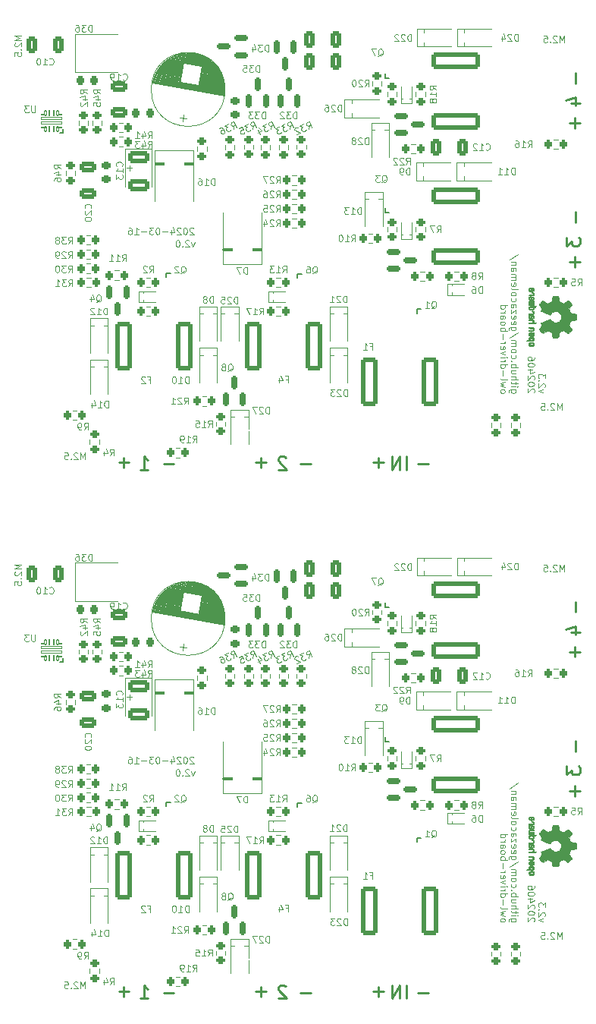
<source format=gbr>
%TF.GenerationSoftware,KiCad,Pcbnew,8.0.2+dfsg-1*%
%TF.CreationDate,2024-06-03T21:11:43+01:00*%
%TF.ProjectId,panel,70616e65-6c2e-46b6-9963-61645f706362,rev?*%
%TF.SameCoordinates,Original*%
%TF.FileFunction,Legend,Bot*%
%TF.FilePolarity,Positive*%
%FSLAX46Y46*%
G04 Gerber Fmt 4.6, Leading zero omitted, Abs format (unit mm)*
G04 Created by KiCad (PCBNEW 8.0.2+dfsg-1) date 2024-06-03 21:11:43*
%MOMM*%
%LPD*%
G01*
G04 APERTURE LIST*
G04 Aperture macros list*
%AMRoundRect*
0 Rectangle with rounded corners*
0 $1 Rounding radius*
0 $2 $3 $4 $5 $6 $7 $8 $9 X,Y pos of 4 corners*
0 Add a 4 corners polygon primitive as box body*
4,1,4,$2,$3,$4,$5,$6,$7,$8,$9,$2,$3,0*
0 Add four circle primitives for the rounded corners*
1,1,$1+$1,$2,$3*
1,1,$1+$1,$4,$5*
1,1,$1+$1,$6,$7*
1,1,$1+$1,$8,$9*
0 Add four rect primitives between the rounded corners*
20,1,$1+$1,$2,$3,$4,$5,0*
20,1,$1+$1,$4,$5,$6,$7,0*
20,1,$1+$1,$6,$7,$8,$9,0*
20,1,$1+$1,$8,$9,$2,$3,0*%
%AMFreePoly0*
4,1,5,0.225000,-0.400000,-0.225000,-0.400000,-0.225000,0.400000,0.225000,0.400000,0.225000,-0.400000,0.225000,-0.400000,$1*%
%AMFreePoly1*
4,1,29,0.150000,1.240000,0.200000,1.240000,0.200000,-1.260000,0.150000,-1.260000,0.150000,-1.860000,-0.150000,-1.860000,-0.150000,-1.260000,-1.350000,-1.260000,-1.350000,-1.210000,-2.050000,-1.210000,-2.050000,-0.760000,-1.350000,-0.760000,-1.350000,-0.560000,-2.050000,-0.560000,-2.050000,-0.110000,-1.350000,-0.110000,-1.350000,0.090000,-2.050000,0.090000,-2.050000,0.540000,-1.350000,0.540000,
-1.350000,0.740000,-2.050000,0.740000,-2.050000,1.190000,-1.350000,1.190000,-1.350000,1.240000,-0.150000,1.240000,-0.150000,1.840000,0.150000,1.840000,0.150000,1.240000,0.150000,1.240000,$1*%
G04 Aperture macros list end*
%ADD10C,0.120000*%
%ADD11C,0.240000*%
%ADD12C,0.150000*%
%ADD13C,0.300000*%
%ADD14C,0.010000*%
%ADD15C,2.500000*%
%ADD16C,6.200000*%
%ADD17C,4.950000*%
%ADD18C,1.500000*%
%ADD19C,2.082800*%
%ADD20R,1.727200X1.727200*%
%ADD21O,1.727200X1.727200*%
%ADD22FreePoly0,270.000000*%
%ADD23FreePoly1,180.000000*%
%ADD24RoundRect,0.200000X-0.200000X-0.275000X0.200000X-0.275000X0.200000X0.275000X-0.200000X0.275000X0*%
%ADD25RoundRect,0.200000X0.200000X0.275000X-0.200000X0.275000X-0.200000X-0.275000X0.200000X-0.275000X0*%
%ADD26R,0.600000X0.700000*%
%ADD27RoundRect,0.150000X0.150000X-0.587500X0.150000X0.587500X-0.150000X0.587500X-0.150000X-0.587500X0*%
%ADD28RoundRect,0.200000X-0.275000X0.200000X-0.275000X-0.200000X0.275000X-0.200000X0.275000X0.200000X0*%
%ADD29FreePoly0,180.000000*%
%ADD30FreePoly1,90.000000*%
%ADD31RoundRect,0.200000X0.275000X-0.200000X0.275000X0.200000X-0.275000X0.200000X-0.275000X-0.200000X0*%
%ADD32R,1.100000X1.100000*%
%ADD33RoundRect,0.250000X-0.325000X-0.650000X0.325000X-0.650000X0.325000X0.650000X-0.325000X0.650000X0*%
%ADD34RoundRect,0.150000X0.587500X0.150000X-0.587500X0.150000X-0.587500X-0.150000X0.587500X-0.150000X0*%
%ADD35RoundRect,0.225000X0.225000X0.250000X-0.225000X0.250000X-0.225000X-0.250000X0.225000X-0.250000X0*%
%ADD36RoundRect,0.250000X-2.475000X0.712500X-2.475000X-0.712500X2.475000X-0.712500X2.475000X0.712500X0*%
%ADD37R,2.300000X2.500000*%
%ADD38RoundRect,0.225000X-0.250000X0.225000X-0.250000X-0.225000X0.250000X-0.225000X0.250000X0.225000X0*%
%ADD39R,4.860000X3.360000*%
%ADD40R,1.400000X1.390000*%
%ADD41RoundRect,0.050000X0.100000X-0.250000X0.100000X0.250000X-0.100000X0.250000X-0.100000X-0.250000X0*%
%ADD42RoundRect,0.050000X0.275000X-0.075000X0.275000X0.075000X-0.275000X0.075000X-0.275000X-0.075000X0*%
%ADD43RoundRect,0.050000X0.075000X-0.250000X0.075000X0.250000X-0.075000X0.250000X-0.075000X-0.250000X0*%
%ADD44RoundRect,0.050000X1.150000X-0.100000X1.150000X0.100000X-1.150000X0.100000X-1.150000X-0.100000X0*%
%ADD45C,1.600000*%
%ADD46RoundRect,0.250000X-0.712500X-2.475000X0.712500X-2.475000X0.712500X2.475000X-0.712500X2.475000X0*%
%ADD47RoundRect,0.150000X-0.150000X0.587500X-0.150000X-0.587500X0.150000X-0.587500X0.150000X0.587500X0*%
%ADD48RoundRect,0.250000X-0.650000X0.325000X-0.650000X-0.325000X0.650000X-0.325000X0.650000X0.325000X0*%
%ADD49RoundRect,0.150000X-0.587500X-0.150000X0.587500X-0.150000X0.587500X0.150000X-0.587500X0.150000X0*%
%ADD50RoundRect,0.250000X-0.925000X0.412500X-0.925000X-0.412500X0.925000X-0.412500X0.925000X0.412500X0*%
%ADD51RoundRect,0.250000X0.650000X-0.325000X0.650000X0.325000X-0.650000X0.325000X-0.650000X-0.325000X0*%
%ADD52RoundRect,0.225000X-0.225000X-0.250000X0.225000X-0.250000X0.225000X0.250000X-0.225000X0.250000X0*%
%ADD53RoundRect,0.250000X0.325000X0.650000X-0.325000X0.650000X-0.325000X-0.650000X0.325000X-0.650000X0*%
%ADD54C,1.000000*%
%ADD55RoundRect,0.250000X0.712500X2.475000X-0.712500X2.475000X-0.712500X-2.475000X0.712500X-2.475000X0*%
%ADD56R,0.700000X0.600000*%
G04 APERTURE END LIST*
D10*
X176163004Y-74913910D02*
X175663004Y-74735338D01*
X175663004Y-74735338D02*
X176163004Y-74556767D01*
X176341576Y-74306766D02*
X176377290Y-74271052D01*
X176377290Y-74271052D02*
X176413004Y-74199624D01*
X176413004Y-74199624D02*
X176413004Y-74021052D01*
X176413004Y-74021052D02*
X176377290Y-73949624D01*
X176377290Y-73949624D02*
X176341576Y-73913909D01*
X176341576Y-73913909D02*
X176270147Y-73878195D01*
X176270147Y-73878195D02*
X176198719Y-73878195D01*
X176198719Y-73878195D02*
X176091576Y-73913909D01*
X176091576Y-73913909D02*
X175663004Y-74342481D01*
X175663004Y-74342481D02*
X175663004Y-73878195D01*
X175734433Y-73556766D02*
X175698719Y-73521052D01*
X175698719Y-73521052D02*
X175663004Y-73556766D01*
X175663004Y-73556766D02*
X175698719Y-73592480D01*
X175698719Y-73592480D02*
X175734433Y-73556766D01*
X175734433Y-73556766D02*
X175663004Y-73556766D01*
X176413004Y-73271052D02*
X176413004Y-72806766D01*
X176413004Y-72806766D02*
X176127290Y-73056766D01*
X176127290Y-73056766D02*
X176127290Y-72949623D01*
X176127290Y-72949623D02*
X176091576Y-72878195D01*
X176091576Y-72878195D02*
X176055861Y-72842480D01*
X176055861Y-72842480D02*
X175984433Y-72806766D01*
X175984433Y-72806766D02*
X175805861Y-72806766D01*
X175805861Y-72806766D02*
X175734433Y-72842480D01*
X175734433Y-72842480D02*
X175698719Y-72878195D01*
X175698719Y-72878195D02*
X175663004Y-72949623D01*
X175663004Y-72949623D02*
X175663004Y-73163909D01*
X175663004Y-73163909D02*
X175698719Y-73235337D01*
X175698719Y-73235337D02*
X175734433Y-73271052D01*
X175134118Y-74878195D02*
X175169832Y-74842481D01*
X175169832Y-74842481D02*
X175205546Y-74771053D01*
X175205546Y-74771053D02*
X175205546Y-74592481D01*
X175205546Y-74592481D02*
X175169832Y-74521053D01*
X175169832Y-74521053D02*
X175134118Y-74485338D01*
X175134118Y-74485338D02*
X175062689Y-74449624D01*
X175062689Y-74449624D02*
X174991261Y-74449624D01*
X174991261Y-74449624D02*
X174884118Y-74485338D01*
X174884118Y-74485338D02*
X174455546Y-74913910D01*
X174455546Y-74913910D02*
X174455546Y-74449624D01*
X175205546Y-73985338D02*
X175205546Y-73913909D01*
X175205546Y-73913909D02*
X175169832Y-73842481D01*
X175169832Y-73842481D02*
X175134118Y-73806767D01*
X175134118Y-73806767D02*
X175062689Y-73771052D01*
X175062689Y-73771052D02*
X174919832Y-73735338D01*
X174919832Y-73735338D02*
X174741261Y-73735338D01*
X174741261Y-73735338D02*
X174598403Y-73771052D01*
X174598403Y-73771052D02*
X174526975Y-73806767D01*
X174526975Y-73806767D02*
X174491261Y-73842481D01*
X174491261Y-73842481D02*
X174455546Y-73913909D01*
X174455546Y-73913909D02*
X174455546Y-73985338D01*
X174455546Y-73985338D02*
X174491261Y-74056767D01*
X174491261Y-74056767D02*
X174526975Y-74092481D01*
X174526975Y-74092481D02*
X174598403Y-74128195D01*
X174598403Y-74128195D02*
X174741261Y-74163909D01*
X174741261Y-74163909D02*
X174919832Y-74163909D01*
X174919832Y-74163909D02*
X175062689Y-74128195D01*
X175062689Y-74128195D02*
X175134118Y-74092481D01*
X175134118Y-74092481D02*
X175169832Y-74056767D01*
X175169832Y-74056767D02*
X175205546Y-73985338D01*
X175134118Y-73449623D02*
X175169832Y-73413909D01*
X175169832Y-73413909D02*
X175205546Y-73342481D01*
X175205546Y-73342481D02*
X175205546Y-73163909D01*
X175205546Y-73163909D02*
X175169832Y-73092481D01*
X175169832Y-73092481D02*
X175134118Y-73056766D01*
X175134118Y-73056766D02*
X175062689Y-73021052D01*
X175062689Y-73021052D02*
X174991261Y-73021052D01*
X174991261Y-73021052D02*
X174884118Y-73056766D01*
X174884118Y-73056766D02*
X174455546Y-73485338D01*
X174455546Y-73485338D02*
X174455546Y-73021052D01*
X174955546Y-72378195D02*
X174455546Y-72378195D01*
X175241261Y-72556766D02*
X174705546Y-72735337D01*
X174705546Y-72735337D02*
X174705546Y-72271052D01*
X175205546Y-71842480D02*
X175205546Y-71771051D01*
X175205546Y-71771051D02*
X175169832Y-71699623D01*
X175169832Y-71699623D02*
X175134118Y-71663909D01*
X175134118Y-71663909D02*
X175062689Y-71628194D01*
X175062689Y-71628194D02*
X174919832Y-71592480D01*
X174919832Y-71592480D02*
X174741261Y-71592480D01*
X174741261Y-71592480D02*
X174598403Y-71628194D01*
X174598403Y-71628194D02*
X174526975Y-71663909D01*
X174526975Y-71663909D02*
X174491261Y-71699623D01*
X174491261Y-71699623D02*
X174455546Y-71771051D01*
X174455546Y-71771051D02*
X174455546Y-71842480D01*
X174455546Y-71842480D02*
X174491261Y-71913909D01*
X174491261Y-71913909D02*
X174526975Y-71949623D01*
X174526975Y-71949623D02*
X174598403Y-71985337D01*
X174598403Y-71985337D02*
X174741261Y-72021051D01*
X174741261Y-72021051D02*
X174919832Y-72021051D01*
X174919832Y-72021051D02*
X175062689Y-71985337D01*
X175062689Y-71985337D02*
X175134118Y-71949623D01*
X175134118Y-71949623D02*
X175169832Y-71913909D01*
X175169832Y-71913909D02*
X175205546Y-71842480D01*
X175205546Y-70949623D02*
X175205546Y-71092480D01*
X175205546Y-71092480D02*
X175169832Y-71163908D01*
X175169832Y-71163908D02*
X175134118Y-71199623D01*
X175134118Y-71199623D02*
X175026975Y-71271051D01*
X175026975Y-71271051D02*
X174884118Y-71306765D01*
X174884118Y-71306765D02*
X174598403Y-71306765D01*
X174598403Y-71306765D02*
X174526975Y-71271051D01*
X174526975Y-71271051D02*
X174491261Y-71235337D01*
X174491261Y-71235337D02*
X174455546Y-71163908D01*
X174455546Y-71163908D02*
X174455546Y-71021051D01*
X174455546Y-71021051D02*
X174491261Y-70949623D01*
X174491261Y-70949623D02*
X174526975Y-70913908D01*
X174526975Y-70913908D02*
X174598403Y-70878194D01*
X174598403Y-70878194D02*
X174776975Y-70878194D01*
X174776975Y-70878194D02*
X174848403Y-70913908D01*
X174848403Y-70913908D02*
X174884118Y-70949623D01*
X174884118Y-70949623D02*
X174919832Y-71021051D01*
X174919832Y-71021051D02*
X174919832Y-71163908D01*
X174919832Y-71163908D02*
X174884118Y-71235337D01*
X174884118Y-71235337D02*
X174848403Y-71271051D01*
X174848403Y-71271051D02*
X174776975Y-71306765D01*
X137271429Y-58140724D02*
X137092857Y-58640724D01*
X137092857Y-58640724D02*
X136914286Y-58140724D01*
X136664285Y-57962152D02*
X136628571Y-57926438D01*
X136628571Y-57926438D02*
X136557143Y-57890724D01*
X136557143Y-57890724D02*
X136378571Y-57890724D01*
X136378571Y-57890724D02*
X136307143Y-57926438D01*
X136307143Y-57926438D02*
X136271428Y-57962152D01*
X136271428Y-57962152D02*
X136235714Y-58033581D01*
X136235714Y-58033581D02*
X136235714Y-58105010D01*
X136235714Y-58105010D02*
X136271428Y-58212152D01*
X136271428Y-58212152D02*
X136700000Y-58640724D01*
X136700000Y-58640724D02*
X136235714Y-58640724D01*
X135914285Y-58569295D02*
X135878571Y-58605010D01*
X135878571Y-58605010D02*
X135914285Y-58640724D01*
X135914285Y-58640724D02*
X135949999Y-58605010D01*
X135949999Y-58605010D02*
X135914285Y-58569295D01*
X135914285Y-58569295D02*
X135914285Y-58640724D01*
X135414285Y-57890724D02*
X135342856Y-57890724D01*
X135342856Y-57890724D02*
X135271428Y-57926438D01*
X135271428Y-57926438D02*
X135235714Y-57962152D01*
X135235714Y-57962152D02*
X135199999Y-58033581D01*
X135199999Y-58033581D02*
X135164285Y-58176438D01*
X135164285Y-58176438D02*
X135164285Y-58355010D01*
X135164285Y-58355010D02*
X135199999Y-58497867D01*
X135199999Y-58497867D02*
X135235714Y-58569295D01*
X135235714Y-58569295D02*
X135271428Y-58605010D01*
X135271428Y-58605010D02*
X135342856Y-58640724D01*
X135342856Y-58640724D02*
X135414285Y-58640724D01*
X135414285Y-58640724D02*
X135485714Y-58605010D01*
X135485714Y-58605010D02*
X135521428Y-58569295D01*
X135521428Y-58569295D02*
X135557142Y-58497867D01*
X135557142Y-58497867D02*
X135592856Y-58355010D01*
X135592856Y-58355010D02*
X135592856Y-58176438D01*
X135592856Y-58176438D02*
X135557142Y-58033581D01*
X135557142Y-58033581D02*
X135521428Y-57962152D01*
X135521428Y-57962152D02*
X135485714Y-57926438D01*
X135485714Y-57926438D02*
X135414285Y-57890724D01*
D11*
X162215036Y-141810020D02*
X163357894Y-141810020D01*
X147456391Y-82124305D02*
X147384963Y-82052877D01*
X147384963Y-82052877D02*
X147242106Y-81981448D01*
X147242106Y-81981448D02*
X146884963Y-81981448D01*
X146884963Y-81981448D02*
X146742106Y-82052877D01*
X146742106Y-82052877D02*
X146670677Y-82124305D01*
X146670677Y-82124305D02*
X146599248Y-82267162D01*
X146599248Y-82267162D02*
X146599248Y-82410020D01*
X146599248Y-82410020D02*
X146670677Y-82624305D01*
X146670677Y-82624305D02*
X147527820Y-83481448D01*
X147527820Y-83481448D02*
X146599248Y-83481448D01*
X128815036Y-141710020D02*
X129957894Y-141710020D01*
X129386465Y-142281448D02*
X129386465Y-141138591D01*
X178781448Y-116572179D02*
X178781448Y-117500751D01*
X178781448Y-117500751D02*
X179352877Y-117000751D01*
X179352877Y-117000751D02*
X179352877Y-117215036D01*
X179352877Y-117215036D02*
X179424305Y-117357894D01*
X179424305Y-117357894D02*
X179495734Y-117429322D01*
X179495734Y-117429322D02*
X179638591Y-117500751D01*
X179638591Y-117500751D02*
X179995734Y-117500751D01*
X179995734Y-117500751D02*
X180138591Y-117429322D01*
X180138591Y-117429322D02*
X180210020Y-117357894D01*
X180210020Y-117357894D02*
X180281448Y-117215036D01*
X180281448Y-117215036D02*
X180281448Y-116786465D01*
X180281448Y-116786465D02*
X180210020Y-116643608D01*
X180210020Y-116643608D02*
X180138591Y-116572179D01*
D10*
X176163004Y-133913910D02*
X175663004Y-133735338D01*
X175663004Y-133735338D02*
X176163004Y-133556767D01*
X176341576Y-133306766D02*
X176377290Y-133271052D01*
X176377290Y-133271052D02*
X176413004Y-133199624D01*
X176413004Y-133199624D02*
X176413004Y-133021052D01*
X176413004Y-133021052D02*
X176377290Y-132949624D01*
X176377290Y-132949624D02*
X176341576Y-132913909D01*
X176341576Y-132913909D02*
X176270147Y-132878195D01*
X176270147Y-132878195D02*
X176198719Y-132878195D01*
X176198719Y-132878195D02*
X176091576Y-132913909D01*
X176091576Y-132913909D02*
X175663004Y-133342481D01*
X175663004Y-133342481D02*
X175663004Y-132878195D01*
X175734433Y-132556766D02*
X175698719Y-132521052D01*
X175698719Y-132521052D02*
X175663004Y-132556766D01*
X175663004Y-132556766D02*
X175698719Y-132592480D01*
X175698719Y-132592480D02*
X175734433Y-132556766D01*
X175734433Y-132556766D02*
X175663004Y-132556766D01*
X176413004Y-132271052D02*
X176413004Y-131806766D01*
X176413004Y-131806766D02*
X176127290Y-132056766D01*
X176127290Y-132056766D02*
X176127290Y-131949623D01*
X176127290Y-131949623D02*
X176091576Y-131878195D01*
X176091576Y-131878195D02*
X176055861Y-131842480D01*
X176055861Y-131842480D02*
X175984433Y-131806766D01*
X175984433Y-131806766D02*
X175805861Y-131806766D01*
X175805861Y-131806766D02*
X175734433Y-131842480D01*
X175734433Y-131842480D02*
X175698719Y-131878195D01*
X175698719Y-131878195D02*
X175663004Y-131949623D01*
X175663004Y-131949623D02*
X175663004Y-132163909D01*
X175663004Y-132163909D02*
X175698719Y-132235337D01*
X175698719Y-132235337D02*
X175734433Y-132271052D01*
X175134118Y-133878195D02*
X175169832Y-133842481D01*
X175169832Y-133842481D02*
X175205546Y-133771053D01*
X175205546Y-133771053D02*
X175205546Y-133592481D01*
X175205546Y-133592481D02*
X175169832Y-133521053D01*
X175169832Y-133521053D02*
X175134118Y-133485338D01*
X175134118Y-133485338D02*
X175062689Y-133449624D01*
X175062689Y-133449624D02*
X174991261Y-133449624D01*
X174991261Y-133449624D02*
X174884118Y-133485338D01*
X174884118Y-133485338D02*
X174455546Y-133913910D01*
X174455546Y-133913910D02*
X174455546Y-133449624D01*
X175205546Y-132985338D02*
X175205546Y-132913909D01*
X175205546Y-132913909D02*
X175169832Y-132842481D01*
X175169832Y-132842481D02*
X175134118Y-132806767D01*
X175134118Y-132806767D02*
X175062689Y-132771052D01*
X175062689Y-132771052D02*
X174919832Y-132735338D01*
X174919832Y-132735338D02*
X174741261Y-132735338D01*
X174741261Y-132735338D02*
X174598403Y-132771052D01*
X174598403Y-132771052D02*
X174526975Y-132806767D01*
X174526975Y-132806767D02*
X174491261Y-132842481D01*
X174491261Y-132842481D02*
X174455546Y-132913909D01*
X174455546Y-132913909D02*
X174455546Y-132985338D01*
X174455546Y-132985338D02*
X174491261Y-133056767D01*
X174491261Y-133056767D02*
X174526975Y-133092481D01*
X174526975Y-133092481D02*
X174598403Y-133128195D01*
X174598403Y-133128195D02*
X174741261Y-133163909D01*
X174741261Y-133163909D02*
X174919832Y-133163909D01*
X174919832Y-133163909D02*
X175062689Y-133128195D01*
X175062689Y-133128195D02*
X175134118Y-133092481D01*
X175134118Y-133092481D02*
X175169832Y-133056767D01*
X175169832Y-133056767D02*
X175205546Y-132985338D01*
X175134118Y-132449623D02*
X175169832Y-132413909D01*
X175169832Y-132413909D02*
X175205546Y-132342481D01*
X175205546Y-132342481D02*
X175205546Y-132163909D01*
X175205546Y-132163909D02*
X175169832Y-132092481D01*
X175169832Y-132092481D02*
X175134118Y-132056766D01*
X175134118Y-132056766D02*
X175062689Y-132021052D01*
X175062689Y-132021052D02*
X174991261Y-132021052D01*
X174991261Y-132021052D02*
X174884118Y-132056766D01*
X174884118Y-132056766D02*
X174455546Y-132485338D01*
X174455546Y-132485338D02*
X174455546Y-132021052D01*
X174955546Y-131378195D02*
X174455546Y-131378195D01*
X175241261Y-131556766D02*
X174705546Y-131735337D01*
X174705546Y-131735337D02*
X174705546Y-131271052D01*
X175205546Y-130842480D02*
X175205546Y-130771051D01*
X175205546Y-130771051D02*
X175169832Y-130699623D01*
X175169832Y-130699623D02*
X175134118Y-130663909D01*
X175134118Y-130663909D02*
X175062689Y-130628194D01*
X175062689Y-130628194D02*
X174919832Y-130592480D01*
X174919832Y-130592480D02*
X174741261Y-130592480D01*
X174741261Y-130592480D02*
X174598403Y-130628194D01*
X174598403Y-130628194D02*
X174526975Y-130663909D01*
X174526975Y-130663909D02*
X174491261Y-130699623D01*
X174491261Y-130699623D02*
X174455546Y-130771051D01*
X174455546Y-130771051D02*
X174455546Y-130842480D01*
X174455546Y-130842480D02*
X174491261Y-130913909D01*
X174491261Y-130913909D02*
X174526975Y-130949623D01*
X174526975Y-130949623D02*
X174598403Y-130985337D01*
X174598403Y-130985337D02*
X174741261Y-131021051D01*
X174741261Y-131021051D02*
X174919832Y-131021051D01*
X174919832Y-131021051D02*
X175062689Y-130985337D01*
X175062689Y-130985337D02*
X175134118Y-130949623D01*
X175134118Y-130949623D02*
X175169832Y-130913909D01*
X175169832Y-130913909D02*
X175205546Y-130842480D01*
X175205546Y-129949623D02*
X175205546Y-130092480D01*
X175205546Y-130092480D02*
X175169832Y-130163908D01*
X175169832Y-130163908D02*
X175134118Y-130199623D01*
X175134118Y-130199623D02*
X175026975Y-130271051D01*
X175026975Y-130271051D02*
X174884118Y-130306765D01*
X174884118Y-130306765D02*
X174598403Y-130306765D01*
X174598403Y-130306765D02*
X174526975Y-130271051D01*
X174526975Y-130271051D02*
X174491261Y-130235337D01*
X174491261Y-130235337D02*
X174455546Y-130163908D01*
X174455546Y-130163908D02*
X174455546Y-130021051D01*
X174455546Y-130021051D02*
X174491261Y-129949623D01*
X174491261Y-129949623D02*
X174526975Y-129913908D01*
X174526975Y-129913908D02*
X174598403Y-129878194D01*
X174598403Y-129878194D02*
X174776975Y-129878194D01*
X174776975Y-129878194D02*
X174848403Y-129913908D01*
X174848403Y-129913908D02*
X174884118Y-129949623D01*
X174884118Y-129949623D02*
X174919832Y-130021051D01*
X174919832Y-130021051D02*
X174919832Y-130163908D01*
X174919832Y-130163908D02*
X174884118Y-130235337D01*
X174884118Y-130235337D02*
X174848403Y-130271051D01*
X174848403Y-130271051D02*
X174776975Y-130306765D01*
X130285713Y-108855010D02*
X129714285Y-108855010D01*
X129999999Y-109140724D02*
X129999999Y-108569295D01*
X130285713Y-49855010D02*
X129714285Y-49855010D01*
X129999999Y-50140724D02*
X129999999Y-49569295D01*
D11*
X131199248Y-83481448D02*
X132056391Y-83481448D01*
X131627820Y-83481448D02*
X131627820Y-81981448D01*
X131627820Y-81981448D02*
X131770677Y-82195734D01*
X131770677Y-82195734D02*
X131913534Y-82338591D01*
X131913534Y-82338591D02*
X132056391Y-82410020D01*
D10*
X117940724Y-35057142D02*
X117190724Y-35057142D01*
X117190724Y-35057142D02*
X117726438Y-35307142D01*
X117726438Y-35307142D02*
X117190724Y-35557142D01*
X117190724Y-35557142D02*
X117940724Y-35557142D01*
X117262152Y-35878571D02*
X117226438Y-35914285D01*
X117226438Y-35914285D02*
X117190724Y-35985714D01*
X117190724Y-35985714D02*
X117190724Y-36164285D01*
X117190724Y-36164285D02*
X117226438Y-36235714D01*
X117226438Y-36235714D02*
X117262152Y-36271428D01*
X117262152Y-36271428D02*
X117333581Y-36307142D01*
X117333581Y-36307142D02*
X117405010Y-36307142D01*
X117405010Y-36307142D02*
X117512152Y-36271428D01*
X117512152Y-36271428D02*
X117940724Y-35842856D01*
X117940724Y-35842856D02*
X117940724Y-36307142D01*
X117869295Y-36628571D02*
X117905010Y-36664285D01*
X117905010Y-36664285D02*
X117940724Y-36628571D01*
X117940724Y-36628571D02*
X117905010Y-36592857D01*
X117905010Y-36592857D02*
X117869295Y-36628571D01*
X117869295Y-36628571D02*
X117940724Y-36628571D01*
X117190724Y-37342857D02*
X117190724Y-36985714D01*
X117190724Y-36985714D02*
X117547867Y-36950000D01*
X117547867Y-36950000D02*
X117512152Y-36985714D01*
X117512152Y-36985714D02*
X117476438Y-37057143D01*
X117476438Y-37057143D02*
X117476438Y-37235714D01*
X117476438Y-37235714D02*
X117512152Y-37307143D01*
X117512152Y-37307143D02*
X117547867Y-37342857D01*
X117547867Y-37342857D02*
X117619295Y-37378571D01*
X117619295Y-37378571D02*
X117797867Y-37378571D01*
X117797867Y-37378571D02*
X117869295Y-37342857D01*
X117869295Y-37342857D02*
X117905010Y-37307143D01*
X117905010Y-37307143D02*
X117940724Y-37235714D01*
X117940724Y-37235714D02*
X117940724Y-37057143D01*
X117940724Y-37057143D02*
X117905010Y-36985714D01*
X117905010Y-36985714D02*
X117869295Y-36950000D01*
X178542857Y-35840724D02*
X178542857Y-35090724D01*
X178542857Y-35090724D02*
X178292857Y-35626438D01*
X178292857Y-35626438D02*
X178042857Y-35090724D01*
X178042857Y-35090724D02*
X178042857Y-35840724D01*
X177721428Y-35162152D02*
X177685714Y-35126438D01*
X177685714Y-35126438D02*
X177614286Y-35090724D01*
X177614286Y-35090724D02*
X177435714Y-35090724D01*
X177435714Y-35090724D02*
X177364286Y-35126438D01*
X177364286Y-35126438D02*
X177328571Y-35162152D01*
X177328571Y-35162152D02*
X177292857Y-35233581D01*
X177292857Y-35233581D02*
X177292857Y-35305010D01*
X177292857Y-35305010D02*
X177328571Y-35412152D01*
X177328571Y-35412152D02*
X177757143Y-35840724D01*
X177757143Y-35840724D02*
X177292857Y-35840724D01*
X176971428Y-35769295D02*
X176935714Y-35805010D01*
X176935714Y-35805010D02*
X176971428Y-35840724D01*
X176971428Y-35840724D02*
X177007142Y-35805010D01*
X177007142Y-35805010D02*
X176971428Y-35769295D01*
X176971428Y-35769295D02*
X176971428Y-35840724D01*
X176257142Y-35090724D02*
X176614285Y-35090724D01*
X176614285Y-35090724D02*
X176649999Y-35447867D01*
X176649999Y-35447867D02*
X176614285Y-35412152D01*
X176614285Y-35412152D02*
X176542857Y-35376438D01*
X176542857Y-35376438D02*
X176364285Y-35376438D01*
X176364285Y-35376438D02*
X176292857Y-35412152D01*
X176292857Y-35412152D02*
X176257142Y-35447867D01*
X176257142Y-35447867D02*
X176221428Y-35519295D01*
X176221428Y-35519295D02*
X176221428Y-35697867D01*
X176221428Y-35697867D02*
X176257142Y-35769295D01*
X176257142Y-35769295D02*
X176292857Y-35805010D01*
X176292857Y-35805010D02*
X176364285Y-35840724D01*
X176364285Y-35840724D02*
X176542857Y-35840724D01*
X176542857Y-35840724D02*
X176614285Y-35805010D01*
X176614285Y-35805010D02*
X176649999Y-35769295D01*
D11*
X179810020Y-55884963D02*
X179810020Y-54742106D01*
D10*
X178542857Y-94840724D02*
X178542857Y-94090724D01*
X178542857Y-94090724D02*
X178292857Y-94626438D01*
X178292857Y-94626438D02*
X178042857Y-94090724D01*
X178042857Y-94090724D02*
X178042857Y-94840724D01*
X177721428Y-94162152D02*
X177685714Y-94126438D01*
X177685714Y-94126438D02*
X177614286Y-94090724D01*
X177614286Y-94090724D02*
X177435714Y-94090724D01*
X177435714Y-94090724D02*
X177364286Y-94126438D01*
X177364286Y-94126438D02*
X177328571Y-94162152D01*
X177328571Y-94162152D02*
X177292857Y-94233581D01*
X177292857Y-94233581D02*
X177292857Y-94305010D01*
X177292857Y-94305010D02*
X177328571Y-94412152D01*
X177328571Y-94412152D02*
X177757143Y-94840724D01*
X177757143Y-94840724D02*
X177292857Y-94840724D01*
X176971428Y-94769295D02*
X176935714Y-94805010D01*
X176935714Y-94805010D02*
X176971428Y-94840724D01*
X176971428Y-94840724D02*
X177007142Y-94805010D01*
X177007142Y-94805010D02*
X176971428Y-94769295D01*
X176971428Y-94769295D02*
X176971428Y-94840724D01*
X176257142Y-94090724D02*
X176614285Y-94090724D01*
X176614285Y-94090724D02*
X176649999Y-94447867D01*
X176649999Y-94447867D02*
X176614285Y-94412152D01*
X176614285Y-94412152D02*
X176542857Y-94376438D01*
X176542857Y-94376438D02*
X176364285Y-94376438D01*
X176364285Y-94376438D02*
X176292857Y-94412152D01*
X176292857Y-94412152D02*
X176257142Y-94447867D01*
X176257142Y-94447867D02*
X176221428Y-94519295D01*
X176221428Y-94519295D02*
X176221428Y-94697867D01*
X176221428Y-94697867D02*
X176257142Y-94769295D01*
X176257142Y-94769295D02*
X176292857Y-94805010D01*
X176292857Y-94805010D02*
X176364285Y-94840724D01*
X176364285Y-94840724D02*
X176542857Y-94840724D01*
X176542857Y-94840724D02*
X176614285Y-94805010D01*
X176614285Y-94805010D02*
X176649999Y-94769295D01*
D11*
X128815036Y-82710020D02*
X129957894Y-82710020D01*
X129386465Y-83281448D02*
X129386465Y-82138591D01*
X144115036Y-82710020D02*
X145257894Y-82710020D01*
X144686465Y-83281448D02*
X144686465Y-82138591D01*
D10*
X178242857Y-76840724D02*
X178242857Y-76090724D01*
X178242857Y-76090724D02*
X177992857Y-76626438D01*
X177992857Y-76626438D02*
X177742857Y-76090724D01*
X177742857Y-76090724D02*
X177742857Y-76840724D01*
X177421428Y-76162152D02*
X177385714Y-76126438D01*
X177385714Y-76126438D02*
X177314286Y-76090724D01*
X177314286Y-76090724D02*
X177135714Y-76090724D01*
X177135714Y-76090724D02*
X177064286Y-76126438D01*
X177064286Y-76126438D02*
X177028571Y-76162152D01*
X177028571Y-76162152D02*
X176992857Y-76233581D01*
X176992857Y-76233581D02*
X176992857Y-76305010D01*
X176992857Y-76305010D02*
X177028571Y-76412152D01*
X177028571Y-76412152D02*
X177457143Y-76840724D01*
X177457143Y-76840724D02*
X176992857Y-76840724D01*
X176671428Y-76769295D02*
X176635714Y-76805010D01*
X176635714Y-76805010D02*
X176671428Y-76840724D01*
X176671428Y-76840724D02*
X176707142Y-76805010D01*
X176707142Y-76805010D02*
X176671428Y-76769295D01*
X176671428Y-76769295D02*
X176671428Y-76840724D01*
X175957142Y-76090724D02*
X176314285Y-76090724D01*
X176314285Y-76090724D02*
X176349999Y-76447867D01*
X176349999Y-76447867D02*
X176314285Y-76412152D01*
X176314285Y-76412152D02*
X176242857Y-76376438D01*
X176242857Y-76376438D02*
X176064285Y-76376438D01*
X176064285Y-76376438D02*
X175992857Y-76412152D01*
X175992857Y-76412152D02*
X175957142Y-76447867D01*
X175957142Y-76447867D02*
X175921428Y-76519295D01*
X175921428Y-76519295D02*
X175921428Y-76697867D01*
X175921428Y-76697867D02*
X175957142Y-76769295D01*
X175957142Y-76769295D02*
X175992857Y-76805010D01*
X175992857Y-76805010D02*
X176064285Y-76840724D01*
X176064285Y-76840724D02*
X176242857Y-76840724D01*
X176242857Y-76840724D02*
X176314285Y-76805010D01*
X176314285Y-76805010D02*
X176349999Y-76769295D01*
D11*
X179710020Y-45384963D02*
X179710020Y-44242106D01*
X180281448Y-44813534D02*
X179138591Y-44813534D01*
X149115036Y-141810020D02*
X150257894Y-141810020D01*
D10*
X125042857Y-141340724D02*
X125042857Y-140590724D01*
X125042857Y-140590724D02*
X124792857Y-141126438D01*
X124792857Y-141126438D02*
X124542857Y-140590724D01*
X124542857Y-140590724D02*
X124542857Y-141340724D01*
X124221428Y-140662152D02*
X124185714Y-140626438D01*
X124185714Y-140626438D02*
X124114286Y-140590724D01*
X124114286Y-140590724D02*
X123935714Y-140590724D01*
X123935714Y-140590724D02*
X123864286Y-140626438D01*
X123864286Y-140626438D02*
X123828571Y-140662152D01*
X123828571Y-140662152D02*
X123792857Y-140733581D01*
X123792857Y-140733581D02*
X123792857Y-140805010D01*
X123792857Y-140805010D02*
X123828571Y-140912152D01*
X123828571Y-140912152D02*
X124257143Y-141340724D01*
X124257143Y-141340724D02*
X123792857Y-141340724D01*
X123471428Y-141269295D02*
X123435714Y-141305010D01*
X123435714Y-141305010D02*
X123471428Y-141340724D01*
X123471428Y-141340724D02*
X123507142Y-141305010D01*
X123507142Y-141305010D02*
X123471428Y-141269295D01*
X123471428Y-141269295D02*
X123471428Y-141340724D01*
X122757142Y-140590724D02*
X123114285Y-140590724D01*
X123114285Y-140590724D02*
X123149999Y-140947867D01*
X123149999Y-140947867D02*
X123114285Y-140912152D01*
X123114285Y-140912152D02*
X123042857Y-140876438D01*
X123042857Y-140876438D02*
X122864285Y-140876438D01*
X122864285Y-140876438D02*
X122792857Y-140912152D01*
X122792857Y-140912152D02*
X122757142Y-140947867D01*
X122757142Y-140947867D02*
X122721428Y-141019295D01*
X122721428Y-141019295D02*
X122721428Y-141197867D01*
X122721428Y-141197867D02*
X122757142Y-141269295D01*
X122757142Y-141269295D02*
X122792857Y-141305010D01*
X122792857Y-141305010D02*
X122864285Y-141340724D01*
X122864285Y-141340724D02*
X123042857Y-141340724D01*
X123042857Y-141340724D02*
X123114285Y-141305010D01*
X123114285Y-141305010D02*
X123149999Y-141269295D01*
D11*
X179281448Y-42657894D02*
X180281448Y-42657894D01*
X178710020Y-42300751D02*
X179781448Y-41943608D01*
X179781448Y-41943608D02*
X179781448Y-42872179D01*
X179281448Y-101657894D02*
X180281448Y-101657894D01*
X178710020Y-101300751D02*
X179781448Y-100943608D01*
X179781448Y-100943608D02*
X179781448Y-101872179D01*
X178781448Y-57572179D02*
X178781448Y-58500751D01*
X178781448Y-58500751D02*
X179352877Y-58000751D01*
X179352877Y-58000751D02*
X179352877Y-58215036D01*
X179352877Y-58215036D02*
X179424305Y-58357894D01*
X179424305Y-58357894D02*
X179495734Y-58429322D01*
X179495734Y-58429322D02*
X179638591Y-58500751D01*
X179638591Y-58500751D02*
X179995734Y-58500751D01*
X179995734Y-58500751D02*
X180138591Y-58429322D01*
X180138591Y-58429322D02*
X180210020Y-58357894D01*
X180210020Y-58357894D02*
X180281448Y-58215036D01*
X180281448Y-58215036D02*
X180281448Y-57786465D01*
X180281448Y-57786465D02*
X180210020Y-57643608D01*
X180210020Y-57643608D02*
X180138591Y-57572179D01*
X160884963Y-142481448D02*
X160884963Y-140981448D01*
X160170677Y-142481448D02*
X160170677Y-140981448D01*
X160170677Y-140981448D02*
X159313534Y-142481448D01*
X159313534Y-142481448D02*
X159313534Y-140981448D01*
D10*
X173113004Y-133571053D02*
X172505861Y-133571053D01*
X172505861Y-133571053D02*
X172434433Y-133606767D01*
X172434433Y-133606767D02*
X172398719Y-133642481D01*
X172398719Y-133642481D02*
X172363004Y-133713910D01*
X172363004Y-133713910D02*
X172363004Y-133821053D01*
X172363004Y-133821053D02*
X172398719Y-133892481D01*
X172648719Y-133571053D02*
X172613004Y-133642481D01*
X172613004Y-133642481D02*
X172613004Y-133785338D01*
X172613004Y-133785338D02*
X172648719Y-133856767D01*
X172648719Y-133856767D02*
X172684433Y-133892481D01*
X172684433Y-133892481D02*
X172755861Y-133928195D01*
X172755861Y-133928195D02*
X172970147Y-133928195D01*
X172970147Y-133928195D02*
X173041576Y-133892481D01*
X173041576Y-133892481D02*
X173077290Y-133856767D01*
X173077290Y-133856767D02*
X173113004Y-133785338D01*
X173113004Y-133785338D02*
X173113004Y-133642481D01*
X173113004Y-133642481D02*
X173077290Y-133571053D01*
X172613004Y-133213910D02*
X173113004Y-133213910D01*
X173363004Y-133213910D02*
X173327290Y-133249624D01*
X173327290Y-133249624D02*
X173291576Y-133213910D01*
X173291576Y-133213910D02*
X173327290Y-133178196D01*
X173327290Y-133178196D02*
X173363004Y-133213910D01*
X173363004Y-133213910D02*
X173291576Y-133213910D01*
X173113004Y-132963910D02*
X173113004Y-132678196D01*
X173363004Y-132856767D02*
X172720147Y-132856767D01*
X172720147Y-132856767D02*
X172648719Y-132821053D01*
X172648719Y-132821053D02*
X172613004Y-132749624D01*
X172613004Y-132749624D02*
X172613004Y-132678196D01*
X172613004Y-132428196D02*
X173363004Y-132428196D01*
X172613004Y-132106768D02*
X173005861Y-132106768D01*
X173005861Y-132106768D02*
X173077290Y-132142482D01*
X173077290Y-132142482D02*
X173113004Y-132213910D01*
X173113004Y-132213910D02*
X173113004Y-132321053D01*
X173113004Y-132321053D02*
X173077290Y-132392482D01*
X173077290Y-132392482D02*
X173041576Y-132428196D01*
X173113004Y-131428197D02*
X172613004Y-131428197D01*
X173113004Y-131749625D02*
X172720147Y-131749625D01*
X172720147Y-131749625D02*
X172648719Y-131713911D01*
X172648719Y-131713911D02*
X172613004Y-131642482D01*
X172613004Y-131642482D02*
X172613004Y-131535339D01*
X172613004Y-131535339D02*
X172648719Y-131463911D01*
X172648719Y-131463911D02*
X172684433Y-131428197D01*
X172613004Y-131071054D02*
X173363004Y-131071054D01*
X173077290Y-131071054D02*
X173113004Y-130999626D01*
X173113004Y-130999626D02*
X173113004Y-130856768D01*
X173113004Y-130856768D02*
X173077290Y-130785340D01*
X173077290Y-130785340D02*
X173041576Y-130749626D01*
X173041576Y-130749626D02*
X172970147Y-130713911D01*
X172970147Y-130713911D02*
X172755861Y-130713911D01*
X172755861Y-130713911D02*
X172684433Y-130749626D01*
X172684433Y-130749626D02*
X172648719Y-130785340D01*
X172648719Y-130785340D02*
X172613004Y-130856768D01*
X172613004Y-130856768D02*
X172613004Y-130999626D01*
X172613004Y-130999626D02*
X172648719Y-131071054D01*
X172684433Y-130392483D02*
X172648719Y-130356769D01*
X172648719Y-130356769D02*
X172613004Y-130392483D01*
X172613004Y-130392483D02*
X172648719Y-130428197D01*
X172648719Y-130428197D02*
X172684433Y-130392483D01*
X172684433Y-130392483D02*
X172613004Y-130392483D01*
X172648719Y-129713912D02*
X172613004Y-129785340D01*
X172613004Y-129785340D02*
X172613004Y-129928197D01*
X172613004Y-129928197D02*
X172648719Y-129999626D01*
X172648719Y-129999626D02*
X172684433Y-130035340D01*
X172684433Y-130035340D02*
X172755861Y-130071054D01*
X172755861Y-130071054D02*
X172970147Y-130071054D01*
X172970147Y-130071054D02*
X173041576Y-130035340D01*
X173041576Y-130035340D02*
X173077290Y-129999626D01*
X173077290Y-129999626D02*
X173113004Y-129928197D01*
X173113004Y-129928197D02*
X173113004Y-129785340D01*
X173113004Y-129785340D02*
X173077290Y-129713912D01*
X172613004Y-129285340D02*
X172648719Y-129356769D01*
X172648719Y-129356769D02*
X172684433Y-129392483D01*
X172684433Y-129392483D02*
X172755861Y-129428197D01*
X172755861Y-129428197D02*
X172970147Y-129428197D01*
X172970147Y-129428197D02*
X173041576Y-129392483D01*
X173041576Y-129392483D02*
X173077290Y-129356769D01*
X173077290Y-129356769D02*
X173113004Y-129285340D01*
X173113004Y-129285340D02*
X173113004Y-129178197D01*
X173113004Y-129178197D02*
X173077290Y-129106769D01*
X173077290Y-129106769D02*
X173041576Y-129071055D01*
X173041576Y-129071055D02*
X172970147Y-129035340D01*
X172970147Y-129035340D02*
X172755861Y-129035340D01*
X172755861Y-129035340D02*
X172684433Y-129071055D01*
X172684433Y-129071055D02*
X172648719Y-129106769D01*
X172648719Y-129106769D02*
X172613004Y-129178197D01*
X172613004Y-129178197D02*
X172613004Y-129285340D01*
X172613004Y-128713912D02*
X173113004Y-128713912D01*
X173041576Y-128713912D02*
X173077290Y-128678198D01*
X173077290Y-128678198D02*
X173113004Y-128606769D01*
X173113004Y-128606769D02*
X173113004Y-128499626D01*
X173113004Y-128499626D02*
X173077290Y-128428198D01*
X173077290Y-128428198D02*
X173005861Y-128392484D01*
X173005861Y-128392484D02*
X172613004Y-128392484D01*
X173005861Y-128392484D02*
X173077290Y-128356769D01*
X173077290Y-128356769D02*
X173113004Y-128285341D01*
X173113004Y-128285341D02*
X173113004Y-128178198D01*
X173113004Y-128178198D02*
X173077290Y-128106769D01*
X173077290Y-128106769D02*
X173005861Y-128071055D01*
X173005861Y-128071055D02*
X172613004Y-128071055D01*
X173398719Y-127178198D02*
X172434433Y-127821055D01*
X173113004Y-126606770D02*
X172505861Y-126606770D01*
X172505861Y-126606770D02*
X172434433Y-126642484D01*
X172434433Y-126642484D02*
X172398719Y-126678198D01*
X172398719Y-126678198D02*
X172363004Y-126749627D01*
X172363004Y-126749627D02*
X172363004Y-126856770D01*
X172363004Y-126856770D02*
X172398719Y-126928198D01*
X172648719Y-126606770D02*
X172613004Y-126678198D01*
X172613004Y-126678198D02*
X172613004Y-126821055D01*
X172613004Y-126821055D02*
X172648719Y-126892484D01*
X172648719Y-126892484D02*
X172684433Y-126928198D01*
X172684433Y-126928198D02*
X172755861Y-126963912D01*
X172755861Y-126963912D02*
X172970147Y-126963912D01*
X172970147Y-126963912D02*
X173041576Y-126928198D01*
X173041576Y-126928198D02*
X173077290Y-126892484D01*
X173077290Y-126892484D02*
X173113004Y-126821055D01*
X173113004Y-126821055D02*
X173113004Y-126678198D01*
X173113004Y-126678198D02*
X173077290Y-126606770D01*
X172648719Y-125963913D02*
X172613004Y-126035341D01*
X172613004Y-126035341D02*
X172613004Y-126178199D01*
X172613004Y-126178199D02*
X172648719Y-126249627D01*
X172648719Y-126249627D02*
X172720147Y-126285341D01*
X172720147Y-126285341D02*
X173005861Y-126285341D01*
X173005861Y-126285341D02*
X173077290Y-126249627D01*
X173077290Y-126249627D02*
X173113004Y-126178199D01*
X173113004Y-126178199D02*
X173113004Y-126035341D01*
X173113004Y-126035341D02*
X173077290Y-125963913D01*
X173077290Y-125963913D02*
X173005861Y-125928199D01*
X173005861Y-125928199D02*
X172934433Y-125928199D01*
X172934433Y-125928199D02*
X172863004Y-126285341D01*
X172648719Y-125321056D02*
X172613004Y-125392484D01*
X172613004Y-125392484D02*
X172613004Y-125535342D01*
X172613004Y-125535342D02*
X172648719Y-125606770D01*
X172648719Y-125606770D02*
X172720147Y-125642484D01*
X172720147Y-125642484D02*
X173005861Y-125642484D01*
X173005861Y-125642484D02*
X173077290Y-125606770D01*
X173077290Y-125606770D02*
X173113004Y-125535342D01*
X173113004Y-125535342D02*
X173113004Y-125392484D01*
X173113004Y-125392484D02*
X173077290Y-125321056D01*
X173077290Y-125321056D02*
X173005861Y-125285342D01*
X173005861Y-125285342D02*
X172934433Y-125285342D01*
X172934433Y-125285342D02*
X172863004Y-125642484D01*
X173113004Y-125035342D02*
X173113004Y-124642485D01*
X173113004Y-124642485D02*
X172613004Y-125035342D01*
X172613004Y-125035342D02*
X172613004Y-124642485D01*
X172613004Y-124035342D02*
X173005861Y-124035342D01*
X173005861Y-124035342D02*
X173077290Y-124071056D01*
X173077290Y-124071056D02*
X173113004Y-124142484D01*
X173113004Y-124142484D02*
X173113004Y-124285342D01*
X173113004Y-124285342D02*
X173077290Y-124356770D01*
X172648719Y-124035342D02*
X172613004Y-124106770D01*
X172613004Y-124106770D02*
X172613004Y-124285342D01*
X172613004Y-124285342D02*
X172648719Y-124356770D01*
X172648719Y-124356770D02*
X172720147Y-124392484D01*
X172720147Y-124392484D02*
X172791576Y-124392484D01*
X172791576Y-124392484D02*
X172863004Y-124356770D01*
X172863004Y-124356770D02*
X172898719Y-124285342D01*
X172898719Y-124285342D02*
X172898719Y-124106770D01*
X172898719Y-124106770D02*
X172934433Y-124035342D01*
X172648719Y-123356771D02*
X172613004Y-123428199D01*
X172613004Y-123428199D02*
X172613004Y-123571056D01*
X172613004Y-123571056D02*
X172648719Y-123642485D01*
X172648719Y-123642485D02*
X172684433Y-123678199D01*
X172684433Y-123678199D02*
X172755861Y-123713913D01*
X172755861Y-123713913D02*
X172970147Y-123713913D01*
X172970147Y-123713913D02*
X173041576Y-123678199D01*
X173041576Y-123678199D02*
X173077290Y-123642485D01*
X173077290Y-123642485D02*
X173113004Y-123571056D01*
X173113004Y-123571056D02*
X173113004Y-123428199D01*
X173113004Y-123428199D02*
X173077290Y-123356771D01*
X172613004Y-122928199D02*
X172648719Y-122999628D01*
X172648719Y-122999628D02*
X172684433Y-123035342D01*
X172684433Y-123035342D02*
X172755861Y-123071056D01*
X172755861Y-123071056D02*
X172970147Y-123071056D01*
X172970147Y-123071056D02*
X173041576Y-123035342D01*
X173041576Y-123035342D02*
X173077290Y-122999628D01*
X173077290Y-122999628D02*
X173113004Y-122928199D01*
X173113004Y-122928199D02*
X173113004Y-122821056D01*
X173113004Y-122821056D02*
X173077290Y-122749628D01*
X173077290Y-122749628D02*
X173041576Y-122713914D01*
X173041576Y-122713914D02*
X172970147Y-122678199D01*
X172970147Y-122678199D02*
X172755861Y-122678199D01*
X172755861Y-122678199D02*
X172684433Y-122713914D01*
X172684433Y-122713914D02*
X172648719Y-122749628D01*
X172648719Y-122749628D02*
X172613004Y-122821056D01*
X172613004Y-122821056D02*
X172613004Y-122928199D01*
X172613004Y-122249628D02*
X172648719Y-122321057D01*
X172648719Y-122321057D02*
X172720147Y-122356771D01*
X172720147Y-122356771D02*
X173363004Y-122356771D01*
X172648719Y-121678200D02*
X172613004Y-121749628D01*
X172613004Y-121749628D02*
X172613004Y-121892486D01*
X172613004Y-121892486D02*
X172648719Y-121963914D01*
X172648719Y-121963914D02*
X172720147Y-121999628D01*
X172720147Y-121999628D02*
X173005861Y-121999628D01*
X173005861Y-121999628D02*
X173077290Y-121963914D01*
X173077290Y-121963914D02*
X173113004Y-121892486D01*
X173113004Y-121892486D02*
X173113004Y-121749628D01*
X173113004Y-121749628D02*
X173077290Y-121678200D01*
X173077290Y-121678200D02*
X173005861Y-121642486D01*
X173005861Y-121642486D02*
X172934433Y-121642486D01*
X172934433Y-121642486D02*
X172863004Y-121999628D01*
X172613004Y-121321057D02*
X173113004Y-121321057D01*
X173041576Y-121321057D02*
X173077290Y-121285343D01*
X173077290Y-121285343D02*
X173113004Y-121213914D01*
X173113004Y-121213914D02*
X173113004Y-121106771D01*
X173113004Y-121106771D02*
X173077290Y-121035343D01*
X173077290Y-121035343D02*
X173005861Y-120999629D01*
X173005861Y-120999629D02*
X172613004Y-120999629D01*
X173005861Y-120999629D02*
X173077290Y-120963914D01*
X173077290Y-120963914D02*
X173113004Y-120892486D01*
X173113004Y-120892486D02*
X173113004Y-120785343D01*
X173113004Y-120785343D02*
X173077290Y-120713914D01*
X173077290Y-120713914D02*
X173005861Y-120678200D01*
X173005861Y-120678200D02*
X172613004Y-120678200D01*
X172613004Y-119999629D02*
X173005861Y-119999629D01*
X173005861Y-119999629D02*
X173077290Y-120035343D01*
X173077290Y-120035343D02*
X173113004Y-120106771D01*
X173113004Y-120106771D02*
X173113004Y-120249629D01*
X173113004Y-120249629D02*
X173077290Y-120321057D01*
X172648719Y-119999629D02*
X172613004Y-120071057D01*
X172613004Y-120071057D02*
X172613004Y-120249629D01*
X172613004Y-120249629D02*
X172648719Y-120321057D01*
X172648719Y-120321057D02*
X172720147Y-120356771D01*
X172720147Y-120356771D02*
X172791576Y-120356771D01*
X172791576Y-120356771D02*
X172863004Y-120321057D01*
X172863004Y-120321057D02*
X172898719Y-120249629D01*
X172898719Y-120249629D02*
X172898719Y-120071057D01*
X172898719Y-120071057D02*
X172934433Y-119999629D01*
X173113004Y-119642486D02*
X172613004Y-119642486D01*
X173041576Y-119642486D02*
X173077290Y-119606772D01*
X173077290Y-119606772D02*
X173113004Y-119535343D01*
X173113004Y-119535343D02*
X173113004Y-119428200D01*
X173113004Y-119428200D02*
X173077290Y-119356772D01*
X173077290Y-119356772D02*
X173005861Y-119321058D01*
X173005861Y-119321058D02*
X172613004Y-119321058D01*
X173398719Y-118428201D02*
X172434433Y-119071058D01*
X171405546Y-133785338D02*
X171441261Y-133856767D01*
X171441261Y-133856767D02*
X171476975Y-133892481D01*
X171476975Y-133892481D02*
X171548403Y-133928195D01*
X171548403Y-133928195D02*
X171762689Y-133928195D01*
X171762689Y-133928195D02*
X171834118Y-133892481D01*
X171834118Y-133892481D02*
X171869832Y-133856767D01*
X171869832Y-133856767D02*
X171905546Y-133785338D01*
X171905546Y-133785338D02*
X171905546Y-133678195D01*
X171905546Y-133678195D02*
X171869832Y-133606767D01*
X171869832Y-133606767D02*
X171834118Y-133571053D01*
X171834118Y-133571053D02*
X171762689Y-133535338D01*
X171762689Y-133535338D02*
X171548403Y-133535338D01*
X171548403Y-133535338D02*
X171476975Y-133571053D01*
X171476975Y-133571053D02*
X171441261Y-133606767D01*
X171441261Y-133606767D02*
X171405546Y-133678195D01*
X171405546Y-133678195D02*
X171405546Y-133785338D01*
X171905546Y-133285339D02*
X171405546Y-133142482D01*
X171405546Y-133142482D02*
X171762689Y-132999624D01*
X171762689Y-132999624D02*
X171405546Y-132856767D01*
X171405546Y-132856767D02*
X171905546Y-132713910D01*
X171405546Y-132321053D02*
X171441261Y-132392482D01*
X171441261Y-132392482D02*
X171512689Y-132428196D01*
X171512689Y-132428196D02*
X172155546Y-132428196D01*
X171691261Y-132035339D02*
X171691261Y-131463911D01*
X171405546Y-130785340D02*
X172155546Y-130785340D01*
X171441261Y-130785340D02*
X171405546Y-130856768D01*
X171405546Y-130856768D02*
X171405546Y-130999625D01*
X171405546Y-130999625D02*
X171441261Y-131071054D01*
X171441261Y-131071054D02*
X171476975Y-131106768D01*
X171476975Y-131106768D02*
X171548403Y-131142482D01*
X171548403Y-131142482D02*
X171762689Y-131142482D01*
X171762689Y-131142482D02*
X171834118Y-131106768D01*
X171834118Y-131106768D02*
X171869832Y-131071054D01*
X171869832Y-131071054D02*
X171905546Y-130999625D01*
X171905546Y-130999625D02*
X171905546Y-130856768D01*
X171905546Y-130856768D02*
X171869832Y-130785340D01*
X171405546Y-130428197D02*
X171905546Y-130428197D01*
X171762689Y-130428197D02*
X171834118Y-130392483D01*
X171834118Y-130392483D02*
X171869832Y-130356769D01*
X171869832Y-130356769D02*
X171905546Y-130285340D01*
X171905546Y-130285340D02*
X171905546Y-130213911D01*
X171405546Y-129963911D02*
X171905546Y-129963911D01*
X172155546Y-129963911D02*
X172119832Y-129999625D01*
X172119832Y-129999625D02*
X172084118Y-129963911D01*
X172084118Y-129963911D02*
X172119832Y-129928197D01*
X172119832Y-129928197D02*
X172155546Y-129963911D01*
X172155546Y-129963911D02*
X172084118Y-129963911D01*
X171905546Y-129678197D02*
X171405546Y-129499625D01*
X171405546Y-129499625D02*
X171905546Y-129321054D01*
X171441261Y-128749625D02*
X171405546Y-128821053D01*
X171405546Y-128821053D02*
X171405546Y-128963911D01*
X171405546Y-128963911D02*
X171441261Y-129035339D01*
X171441261Y-129035339D02*
X171512689Y-129071053D01*
X171512689Y-129071053D02*
X171798403Y-129071053D01*
X171798403Y-129071053D02*
X171869832Y-129035339D01*
X171869832Y-129035339D02*
X171905546Y-128963911D01*
X171905546Y-128963911D02*
X171905546Y-128821053D01*
X171905546Y-128821053D02*
X171869832Y-128749625D01*
X171869832Y-128749625D02*
X171798403Y-128713911D01*
X171798403Y-128713911D02*
X171726975Y-128713911D01*
X171726975Y-128713911D02*
X171655546Y-129071053D01*
X171405546Y-128392482D02*
X171905546Y-128392482D01*
X171762689Y-128392482D02*
X171834118Y-128356768D01*
X171834118Y-128356768D02*
X171869832Y-128321054D01*
X171869832Y-128321054D02*
X171905546Y-128249625D01*
X171905546Y-128249625D02*
X171905546Y-128178196D01*
X171691261Y-127928196D02*
X171691261Y-127356768D01*
X171405546Y-126999625D02*
X172155546Y-126999625D01*
X171869832Y-126999625D02*
X171905546Y-126928197D01*
X171905546Y-126928197D02*
X171905546Y-126785339D01*
X171905546Y-126785339D02*
X171869832Y-126713911D01*
X171869832Y-126713911D02*
X171834118Y-126678197D01*
X171834118Y-126678197D02*
X171762689Y-126642482D01*
X171762689Y-126642482D02*
X171548403Y-126642482D01*
X171548403Y-126642482D02*
X171476975Y-126678197D01*
X171476975Y-126678197D02*
X171441261Y-126713911D01*
X171441261Y-126713911D02*
X171405546Y-126785339D01*
X171405546Y-126785339D02*
X171405546Y-126928197D01*
X171405546Y-126928197D02*
X171441261Y-126999625D01*
X171405546Y-126213911D02*
X171441261Y-126285340D01*
X171441261Y-126285340D02*
X171476975Y-126321054D01*
X171476975Y-126321054D02*
X171548403Y-126356768D01*
X171548403Y-126356768D02*
X171762689Y-126356768D01*
X171762689Y-126356768D02*
X171834118Y-126321054D01*
X171834118Y-126321054D02*
X171869832Y-126285340D01*
X171869832Y-126285340D02*
X171905546Y-126213911D01*
X171905546Y-126213911D02*
X171905546Y-126106768D01*
X171905546Y-126106768D02*
X171869832Y-126035340D01*
X171869832Y-126035340D02*
X171834118Y-125999626D01*
X171834118Y-125999626D02*
X171762689Y-125963911D01*
X171762689Y-125963911D02*
X171548403Y-125963911D01*
X171548403Y-125963911D02*
X171476975Y-125999626D01*
X171476975Y-125999626D02*
X171441261Y-126035340D01*
X171441261Y-126035340D02*
X171405546Y-126106768D01*
X171405546Y-126106768D02*
X171405546Y-126213911D01*
X171405546Y-125321055D02*
X171798403Y-125321055D01*
X171798403Y-125321055D02*
X171869832Y-125356769D01*
X171869832Y-125356769D02*
X171905546Y-125428197D01*
X171905546Y-125428197D02*
X171905546Y-125571055D01*
X171905546Y-125571055D02*
X171869832Y-125642483D01*
X171441261Y-125321055D02*
X171405546Y-125392483D01*
X171405546Y-125392483D02*
X171405546Y-125571055D01*
X171405546Y-125571055D02*
X171441261Y-125642483D01*
X171441261Y-125642483D02*
X171512689Y-125678197D01*
X171512689Y-125678197D02*
X171584118Y-125678197D01*
X171584118Y-125678197D02*
X171655546Y-125642483D01*
X171655546Y-125642483D02*
X171691261Y-125571055D01*
X171691261Y-125571055D02*
X171691261Y-125392483D01*
X171691261Y-125392483D02*
X171726975Y-125321055D01*
X171405546Y-124963912D02*
X171905546Y-124963912D01*
X171762689Y-124963912D02*
X171834118Y-124928198D01*
X171834118Y-124928198D02*
X171869832Y-124892484D01*
X171869832Y-124892484D02*
X171905546Y-124821055D01*
X171905546Y-124821055D02*
X171905546Y-124749626D01*
X171405546Y-124178198D02*
X172155546Y-124178198D01*
X171441261Y-124178198D02*
X171405546Y-124249626D01*
X171405546Y-124249626D02*
X171405546Y-124392483D01*
X171405546Y-124392483D02*
X171441261Y-124463912D01*
X171441261Y-124463912D02*
X171476975Y-124499626D01*
X171476975Y-124499626D02*
X171548403Y-124535340D01*
X171548403Y-124535340D02*
X171762689Y-124535340D01*
X171762689Y-124535340D02*
X171834118Y-124499626D01*
X171834118Y-124499626D02*
X171869832Y-124463912D01*
X171869832Y-124463912D02*
X171905546Y-124392483D01*
X171905546Y-124392483D02*
X171905546Y-124249626D01*
X171905546Y-124249626D02*
X171869832Y-124178198D01*
D11*
X144115036Y-141710020D02*
X145257894Y-141710020D01*
X144686465Y-142281448D02*
X144686465Y-141138591D01*
X179810020Y-114884963D02*
X179810020Y-113742106D01*
X179710020Y-119884963D02*
X179710020Y-118742106D01*
X180281448Y-119313534D02*
X179138591Y-119313534D01*
X147456391Y-141124305D02*
X147384963Y-141052877D01*
X147384963Y-141052877D02*
X147242106Y-140981448D01*
X147242106Y-140981448D02*
X146884963Y-140981448D01*
X146884963Y-140981448D02*
X146742106Y-141052877D01*
X146742106Y-141052877D02*
X146670677Y-141124305D01*
X146670677Y-141124305D02*
X146599248Y-141267162D01*
X146599248Y-141267162D02*
X146599248Y-141410020D01*
X146599248Y-141410020D02*
X146670677Y-141624305D01*
X146670677Y-141624305D02*
X147527820Y-142481448D01*
X147527820Y-142481448D02*
X146599248Y-142481448D01*
X179810020Y-40384963D02*
X179810020Y-39242106D01*
X149115036Y-82810020D02*
X150257894Y-82810020D01*
D10*
X125042857Y-82340724D02*
X125042857Y-81590724D01*
X125042857Y-81590724D02*
X124792857Y-82126438D01*
X124792857Y-82126438D02*
X124542857Y-81590724D01*
X124542857Y-81590724D02*
X124542857Y-82340724D01*
X124221428Y-81662152D02*
X124185714Y-81626438D01*
X124185714Y-81626438D02*
X124114286Y-81590724D01*
X124114286Y-81590724D02*
X123935714Y-81590724D01*
X123935714Y-81590724D02*
X123864286Y-81626438D01*
X123864286Y-81626438D02*
X123828571Y-81662152D01*
X123828571Y-81662152D02*
X123792857Y-81733581D01*
X123792857Y-81733581D02*
X123792857Y-81805010D01*
X123792857Y-81805010D02*
X123828571Y-81912152D01*
X123828571Y-81912152D02*
X124257143Y-82340724D01*
X124257143Y-82340724D02*
X123792857Y-82340724D01*
X123471428Y-82269295D02*
X123435714Y-82305010D01*
X123435714Y-82305010D02*
X123471428Y-82340724D01*
X123471428Y-82340724D02*
X123507142Y-82305010D01*
X123507142Y-82305010D02*
X123471428Y-82269295D01*
X123471428Y-82269295D02*
X123471428Y-82340724D01*
X122757142Y-81590724D02*
X123114285Y-81590724D01*
X123114285Y-81590724D02*
X123149999Y-81947867D01*
X123149999Y-81947867D02*
X123114285Y-81912152D01*
X123114285Y-81912152D02*
X123042857Y-81876438D01*
X123042857Y-81876438D02*
X122864285Y-81876438D01*
X122864285Y-81876438D02*
X122792857Y-81912152D01*
X122792857Y-81912152D02*
X122757142Y-81947867D01*
X122757142Y-81947867D02*
X122721428Y-82019295D01*
X122721428Y-82019295D02*
X122721428Y-82197867D01*
X122721428Y-82197867D02*
X122757142Y-82269295D01*
X122757142Y-82269295D02*
X122792857Y-82305010D01*
X122792857Y-82305010D02*
X122864285Y-82340724D01*
X122864285Y-82340724D02*
X123042857Y-82340724D01*
X123042857Y-82340724D02*
X123114285Y-82305010D01*
X123114285Y-82305010D02*
X123149999Y-82269295D01*
D11*
X133815036Y-141810020D02*
X134957894Y-141810020D01*
X162215036Y-82810020D02*
X163357894Y-82810020D01*
D10*
X137142857Y-115562152D02*
X137107143Y-115526438D01*
X137107143Y-115526438D02*
X137035715Y-115490724D01*
X137035715Y-115490724D02*
X136857143Y-115490724D01*
X136857143Y-115490724D02*
X136785715Y-115526438D01*
X136785715Y-115526438D02*
X136750000Y-115562152D01*
X136750000Y-115562152D02*
X136714286Y-115633581D01*
X136714286Y-115633581D02*
X136714286Y-115705010D01*
X136714286Y-115705010D02*
X136750000Y-115812152D01*
X136750000Y-115812152D02*
X137178572Y-116240724D01*
X137178572Y-116240724D02*
X136714286Y-116240724D01*
X136250000Y-115490724D02*
X136178571Y-115490724D01*
X136178571Y-115490724D02*
X136107143Y-115526438D01*
X136107143Y-115526438D02*
X136071429Y-115562152D01*
X136071429Y-115562152D02*
X136035714Y-115633581D01*
X136035714Y-115633581D02*
X136000000Y-115776438D01*
X136000000Y-115776438D02*
X136000000Y-115955010D01*
X136000000Y-115955010D02*
X136035714Y-116097867D01*
X136035714Y-116097867D02*
X136071429Y-116169295D01*
X136071429Y-116169295D02*
X136107143Y-116205010D01*
X136107143Y-116205010D02*
X136178571Y-116240724D01*
X136178571Y-116240724D02*
X136250000Y-116240724D01*
X136250000Y-116240724D02*
X136321429Y-116205010D01*
X136321429Y-116205010D02*
X136357143Y-116169295D01*
X136357143Y-116169295D02*
X136392857Y-116097867D01*
X136392857Y-116097867D02*
X136428571Y-115955010D01*
X136428571Y-115955010D02*
X136428571Y-115776438D01*
X136428571Y-115776438D02*
X136392857Y-115633581D01*
X136392857Y-115633581D02*
X136357143Y-115562152D01*
X136357143Y-115562152D02*
X136321429Y-115526438D01*
X136321429Y-115526438D02*
X136250000Y-115490724D01*
X135714285Y-115562152D02*
X135678571Y-115526438D01*
X135678571Y-115526438D02*
X135607143Y-115490724D01*
X135607143Y-115490724D02*
X135428571Y-115490724D01*
X135428571Y-115490724D02*
X135357143Y-115526438D01*
X135357143Y-115526438D02*
X135321428Y-115562152D01*
X135321428Y-115562152D02*
X135285714Y-115633581D01*
X135285714Y-115633581D02*
X135285714Y-115705010D01*
X135285714Y-115705010D02*
X135321428Y-115812152D01*
X135321428Y-115812152D02*
X135750000Y-116240724D01*
X135750000Y-116240724D02*
X135285714Y-116240724D01*
X134642857Y-115740724D02*
X134642857Y-116240724D01*
X134821428Y-115455010D02*
X134999999Y-115990724D01*
X134999999Y-115990724D02*
X134535714Y-115990724D01*
X134249999Y-115955010D02*
X133678571Y-115955010D01*
X133178571Y-115490724D02*
X133107142Y-115490724D01*
X133107142Y-115490724D02*
X133035714Y-115526438D01*
X133035714Y-115526438D02*
X133000000Y-115562152D01*
X133000000Y-115562152D02*
X132964285Y-115633581D01*
X132964285Y-115633581D02*
X132928571Y-115776438D01*
X132928571Y-115776438D02*
X132928571Y-115955010D01*
X132928571Y-115955010D02*
X132964285Y-116097867D01*
X132964285Y-116097867D02*
X133000000Y-116169295D01*
X133000000Y-116169295D02*
X133035714Y-116205010D01*
X133035714Y-116205010D02*
X133107142Y-116240724D01*
X133107142Y-116240724D02*
X133178571Y-116240724D01*
X133178571Y-116240724D02*
X133250000Y-116205010D01*
X133250000Y-116205010D02*
X133285714Y-116169295D01*
X133285714Y-116169295D02*
X133321428Y-116097867D01*
X133321428Y-116097867D02*
X133357142Y-115955010D01*
X133357142Y-115955010D02*
X133357142Y-115776438D01*
X133357142Y-115776438D02*
X133321428Y-115633581D01*
X133321428Y-115633581D02*
X133285714Y-115562152D01*
X133285714Y-115562152D02*
X133250000Y-115526438D01*
X133250000Y-115526438D02*
X133178571Y-115490724D01*
X132678571Y-115490724D02*
X132214285Y-115490724D01*
X132214285Y-115490724D02*
X132464285Y-115776438D01*
X132464285Y-115776438D02*
X132357142Y-115776438D01*
X132357142Y-115776438D02*
X132285714Y-115812152D01*
X132285714Y-115812152D02*
X132249999Y-115847867D01*
X132249999Y-115847867D02*
X132214285Y-115919295D01*
X132214285Y-115919295D02*
X132214285Y-116097867D01*
X132214285Y-116097867D02*
X132249999Y-116169295D01*
X132249999Y-116169295D02*
X132285714Y-116205010D01*
X132285714Y-116205010D02*
X132357142Y-116240724D01*
X132357142Y-116240724D02*
X132571428Y-116240724D01*
X132571428Y-116240724D02*
X132642856Y-116205010D01*
X132642856Y-116205010D02*
X132678571Y-116169295D01*
X131892856Y-115955010D02*
X131321428Y-115955010D01*
X130571428Y-116240724D02*
X130999999Y-116240724D01*
X130785714Y-116240724D02*
X130785714Y-115490724D01*
X130785714Y-115490724D02*
X130857142Y-115597867D01*
X130857142Y-115597867D02*
X130928571Y-115669295D01*
X130928571Y-115669295D02*
X130999999Y-115705010D01*
X129928571Y-115490724D02*
X130071428Y-115490724D01*
X130071428Y-115490724D02*
X130142856Y-115526438D01*
X130142856Y-115526438D02*
X130178571Y-115562152D01*
X130178571Y-115562152D02*
X130249999Y-115669295D01*
X130249999Y-115669295D02*
X130285713Y-115812152D01*
X130285713Y-115812152D02*
X130285713Y-116097867D01*
X130285713Y-116097867D02*
X130249999Y-116169295D01*
X130249999Y-116169295D02*
X130214285Y-116205010D01*
X130214285Y-116205010D02*
X130142856Y-116240724D01*
X130142856Y-116240724D02*
X129999999Y-116240724D01*
X129999999Y-116240724D02*
X129928571Y-116205010D01*
X129928571Y-116205010D02*
X129892856Y-116169295D01*
X129892856Y-116169295D02*
X129857142Y-116097867D01*
X129857142Y-116097867D02*
X129857142Y-115919295D01*
X129857142Y-115919295D02*
X129892856Y-115847867D01*
X129892856Y-115847867D02*
X129928571Y-115812152D01*
X129928571Y-115812152D02*
X129999999Y-115776438D01*
X129999999Y-115776438D02*
X130142856Y-115776438D01*
X130142856Y-115776438D02*
X130214285Y-115812152D01*
X130214285Y-115812152D02*
X130249999Y-115847867D01*
X130249999Y-115847867D02*
X130285713Y-115919295D01*
D11*
X157215036Y-141710020D02*
X158357894Y-141710020D01*
X157786465Y-142281448D02*
X157786465Y-141138591D01*
X131199248Y-142481448D02*
X132056391Y-142481448D01*
X131627820Y-142481448D02*
X131627820Y-140981448D01*
X131627820Y-140981448D02*
X131770677Y-141195734D01*
X131770677Y-141195734D02*
X131913534Y-141338591D01*
X131913534Y-141338591D02*
X132056391Y-141410020D01*
X160884963Y-83481448D02*
X160884963Y-81981448D01*
X160170677Y-83481448D02*
X160170677Y-81981448D01*
X160170677Y-81981448D02*
X159313534Y-83481448D01*
X159313534Y-83481448D02*
X159313534Y-81981448D01*
D10*
X117940724Y-94057142D02*
X117190724Y-94057142D01*
X117190724Y-94057142D02*
X117726438Y-94307142D01*
X117726438Y-94307142D02*
X117190724Y-94557142D01*
X117190724Y-94557142D02*
X117940724Y-94557142D01*
X117262152Y-94878571D02*
X117226438Y-94914285D01*
X117226438Y-94914285D02*
X117190724Y-94985714D01*
X117190724Y-94985714D02*
X117190724Y-95164285D01*
X117190724Y-95164285D02*
X117226438Y-95235714D01*
X117226438Y-95235714D02*
X117262152Y-95271428D01*
X117262152Y-95271428D02*
X117333581Y-95307142D01*
X117333581Y-95307142D02*
X117405010Y-95307142D01*
X117405010Y-95307142D02*
X117512152Y-95271428D01*
X117512152Y-95271428D02*
X117940724Y-94842856D01*
X117940724Y-94842856D02*
X117940724Y-95307142D01*
X117869295Y-95628571D02*
X117905010Y-95664285D01*
X117905010Y-95664285D02*
X117940724Y-95628571D01*
X117940724Y-95628571D02*
X117905010Y-95592857D01*
X117905010Y-95592857D02*
X117869295Y-95628571D01*
X117869295Y-95628571D02*
X117940724Y-95628571D01*
X117190724Y-96342857D02*
X117190724Y-95985714D01*
X117190724Y-95985714D02*
X117547867Y-95950000D01*
X117547867Y-95950000D02*
X117512152Y-95985714D01*
X117512152Y-95985714D02*
X117476438Y-96057143D01*
X117476438Y-96057143D02*
X117476438Y-96235714D01*
X117476438Y-96235714D02*
X117512152Y-96307143D01*
X117512152Y-96307143D02*
X117547867Y-96342857D01*
X117547867Y-96342857D02*
X117619295Y-96378571D01*
X117619295Y-96378571D02*
X117797867Y-96378571D01*
X117797867Y-96378571D02*
X117869295Y-96342857D01*
X117869295Y-96342857D02*
X117905010Y-96307143D01*
X117905010Y-96307143D02*
X117940724Y-96235714D01*
X117940724Y-96235714D02*
X117940724Y-96057143D01*
X117940724Y-96057143D02*
X117905010Y-95985714D01*
X117905010Y-95985714D02*
X117869295Y-95950000D01*
X173113004Y-74571053D02*
X172505861Y-74571053D01*
X172505861Y-74571053D02*
X172434433Y-74606767D01*
X172434433Y-74606767D02*
X172398719Y-74642481D01*
X172398719Y-74642481D02*
X172363004Y-74713910D01*
X172363004Y-74713910D02*
X172363004Y-74821053D01*
X172363004Y-74821053D02*
X172398719Y-74892481D01*
X172648719Y-74571053D02*
X172613004Y-74642481D01*
X172613004Y-74642481D02*
X172613004Y-74785338D01*
X172613004Y-74785338D02*
X172648719Y-74856767D01*
X172648719Y-74856767D02*
X172684433Y-74892481D01*
X172684433Y-74892481D02*
X172755861Y-74928195D01*
X172755861Y-74928195D02*
X172970147Y-74928195D01*
X172970147Y-74928195D02*
X173041576Y-74892481D01*
X173041576Y-74892481D02*
X173077290Y-74856767D01*
X173077290Y-74856767D02*
X173113004Y-74785338D01*
X173113004Y-74785338D02*
X173113004Y-74642481D01*
X173113004Y-74642481D02*
X173077290Y-74571053D01*
X172613004Y-74213910D02*
X173113004Y-74213910D01*
X173363004Y-74213910D02*
X173327290Y-74249624D01*
X173327290Y-74249624D02*
X173291576Y-74213910D01*
X173291576Y-74213910D02*
X173327290Y-74178196D01*
X173327290Y-74178196D02*
X173363004Y-74213910D01*
X173363004Y-74213910D02*
X173291576Y-74213910D01*
X173113004Y-73963910D02*
X173113004Y-73678196D01*
X173363004Y-73856767D02*
X172720147Y-73856767D01*
X172720147Y-73856767D02*
X172648719Y-73821053D01*
X172648719Y-73821053D02*
X172613004Y-73749624D01*
X172613004Y-73749624D02*
X172613004Y-73678196D01*
X172613004Y-73428196D02*
X173363004Y-73428196D01*
X172613004Y-73106768D02*
X173005861Y-73106768D01*
X173005861Y-73106768D02*
X173077290Y-73142482D01*
X173077290Y-73142482D02*
X173113004Y-73213910D01*
X173113004Y-73213910D02*
X173113004Y-73321053D01*
X173113004Y-73321053D02*
X173077290Y-73392482D01*
X173077290Y-73392482D02*
X173041576Y-73428196D01*
X173113004Y-72428197D02*
X172613004Y-72428197D01*
X173113004Y-72749625D02*
X172720147Y-72749625D01*
X172720147Y-72749625D02*
X172648719Y-72713911D01*
X172648719Y-72713911D02*
X172613004Y-72642482D01*
X172613004Y-72642482D02*
X172613004Y-72535339D01*
X172613004Y-72535339D02*
X172648719Y-72463911D01*
X172648719Y-72463911D02*
X172684433Y-72428197D01*
X172613004Y-72071054D02*
X173363004Y-72071054D01*
X173077290Y-72071054D02*
X173113004Y-71999626D01*
X173113004Y-71999626D02*
X173113004Y-71856768D01*
X173113004Y-71856768D02*
X173077290Y-71785340D01*
X173077290Y-71785340D02*
X173041576Y-71749626D01*
X173041576Y-71749626D02*
X172970147Y-71713911D01*
X172970147Y-71713911D02*
X172755861Y-71713911D01*
X172755861Y-71713911D02*
X172684433Y-71749626D01*
X172684433Y-71749626D02*
X172648719Y-71785340D01*
X172648719Y-71785340D02*
X172613004Y-71856768D01*
X172613004Y-71856768D02*
X172613004Y-71999626D01*
X172613004Y-71999626D02*
X172648719Y-72071054D01*
X172684433Y-71392483D02*
X172648719Y-71356769D01*
X172648719Y-71356769D02*
X172613004Y-71392483D01*
X172613004Y-71392483D02*
X172648719Y-71428197D01*
X172648719Y-71428197D02*
X172684433Y-71392483D01*
X172684433Y-71392483D02*
X172613004Y-71392483D01*
X172648719Y-70713912D02*
X172613004Y-70785340D01*
X172613004Y-70785340D02*
X172613004Y-70928197D01*
X172613004Y-70928197D02*
X172648719Y-70999626D01*
X172648719Y-70999626D02*
X172684433Y-71035340D01*
X172684433Y-71035340D02*
X172755861Y-71071054D01*
X172755861Y-71071054D02*
X172970147Y-71071054D01*
X172970147Y-71071054D02*
X173041576Y-71035340D01*
X173041576Y-71035340D02*
X173077290Y-70999626D01*
X173077290Y-70999626D02*
X173113004Y-70928197D01*
X173113004Y-70928197D02*
X173113004Y-70785340D01*
X173113004Y-70785340D02*
X173077290Y-70713912D01*
X172613004Y-70285340D02*
X172648719Y-70356769D01*
X172648719Y-70356769D02*
X172684433Y-70392483D01*
X172684433Y-70392483D02*
X172755861Y-70428197D01*
X172755861Y-70428197D02*
X172970147Y-70428197D01*
X172970147Y-70428197D02*
X173041576Y-70392483D01*
X173041576Y-70392483D02*
X173077290Y-70356769D01*
X173077290Y-70356769D02*
X173113004Y-70285340D01*
X173113004Y-70285340D02*
X173113004Y-70178197D01*
X173113004Y-70178197D02*
X173077290Y-70106769D01*
X173077290Y-70106769D02*
X173041576Y-70071055D01*
X173041576Y-70071055D02*
X172970147Y-70035340D01*
X172970147Y-70035340D02*
X172755861Y-70035340D01*
X172755861Y-70035340D02*
X172684433Y-70071055D01*
X172684433Y-70071055D02*
X172648719Y-70106769D01*
X172648719Y-70106769D02*
X172613004Y-70178197D01*
X172613004Y-70178197D02*
X172613004Y-70285340D01*
X172613004Y-69713912D02*
X173113004Y-69713912D01*
X173041576Y-69713912D02*
X173077290Y-69678198D01*
X173077290Y-69678198D02*
X173113004Y-69606769D01*
X173113004Y-69606769D02*
X173113004Y-69499626D01*
X173113004Y-69499626D02*
X173077290Y-69428198D01*
X173077290Y-69428198D02*
X173005861Y-69392484D01*
X173005861Y-69392484D02*
X172613004Y-69392484D01*
X173005861Y-69392484D02*
X173077290Y-69356769D01*
X173077290Y-69356769D02*
X173113004Y-69285341D01*
X173113004Y-69285341D02*
X173113004Y-69178198D01*
X173113004Y-69178198D02*
X173077290Y-69106769D01*
X173077290Y-69106769D02*
X173005861Y-69071055D01*
X173005861Y-69071055D02*
X172613004Y-69071055D01*
X173398719Y-68178198D02*
X172434433Y-68821055D01*
X173113004Y-67606770D02*
X172505861Y-67606770D01*
X172505861Y-67606770D02*
X172434433Y-67642484D01*
X172434433Y-67642484D02*
X172398719Y-67678198D01*
X172398719Y-67678198D02*
X172363004Y-67749627D01*
X172363004Y-67749627D02*
X172363004Y-67856770D01*
X172363004Y-67856770D02*
X172398719Y-67928198D01*
X172648719Y-67606770D02*
X172613004Y-67678198D01*
X172613004Y-67678198D02*
X172613004Y-67821055D01*
X172613004Y-67821055D02*
X172648719Y-67892484D01*
X172648719Y-67892484D02*
X172684433Y-67928198D01*
X172684433Y-67928198D02*
X172755861Y-67963912D01*
X172755861Y-67963912D02*
X172970147Y-67963912D01*
X172970147Y-67963912D02*
X173041576Y-67928198D01*
X173041576Y-67928198D02*
X173077290Y-67892484D01*
X173077290Y-67892484D02*
X173113004Y-67821055D01*
X173113004Y-67821055D02*
X173113004Y-67678198D01*
X173113004Y-67678198D02*
X173077290Y-67606770D01*
X172648719Y-66963913D02*
X172613004Y-67035341D01*
X172613004Y-67035341D02*
X172613004Y-67178199D01*
X172613004Y-67178199D02*
X172648719Y-67249627D01*
X172648719Y-67249627D02*
X172720147Y-67285341D01*
X172720147Y-67285341D02*
X173005861Y-67285341D01*
X173005861Y-67285341D02*
X173077290Y-67249627D01*
X173077290Y-67249627D02*
X173113004Y-67178199D01*
X173113004Y-67178199D02*
X173113004Y-67035341D01*
X173113004Y-67035341D02*
X173077290Y-66963913D01*
X173077290Y-66963913D02*
X173005861Y-66928199D01*
X173005861Y-66928199D02*
X172934433Y-66928199D01*
X172934433Y-66928199D02*
X172863004Y-67285341D01*
X172648719Y-66321056D02*
X172613004Y-66392484D01*
X172613004Y-66392484D02*
X172613004Y-66535342D01*
X172613004Y-66535342D02*
X172648719Y-66606770D01*
X172648719Y-66606770D02*
X172720147Y-66642484D01*
X172720147Y-66642484D02*
X173005861Y-66642484D01*
X173005861Y-66642484D02*
X173077290Y-66606770D01*
X173077290Y-66606770D02*
X173113004Y-66535342D01*
X173113004Y-66535342D02*
X173113004Y-66392484D01*
X173113004Y-66392484D02*
X173077290Y-66321056D01*
X173077290Y-66321056D02*
X173005861Y-66285342D01*
X173005861Y-66285342D02*
X172934433Y-66285342D01*
X172934433Y-66285342D02*
X172863004Y-66642484D01*
X173113004Y-66035342D02*
X173113004Y-65642485D01*
X173113004Y-65642485D02*
X172613004Y-66035342D01*
X172613004Y-66035342D02*
X172613004Y-65642485D01*
X172613004Y-65035342D02*
X173005861Y-65035342D01*
X173005861Y-65035342D02*
X173077290Y-65071056D01*
X173077290Y-65071056D02*
X173113004Y-65142484D01*
X173113004Y-65142484D02*
X173113004Y-65285342D01*
X173113004Y-65285342D02*
X173077290Y-65356770D01*
X172648719Y-65035342D02*
X172613004Y-65106770D01*
X172613004Y-65106770D02*
X172613004Y-65285342D01*
X172613004Y-65285342D02*
X172648719Y-65356770D01*
X172648719Y-65356770D02*
X172720147Y-65392484D01*
X172720147Y-65392484D02*
X172791576Y-65392484D01*
X172791576Y-65392484D02*
X172863004Y-65356770D01*
X172863004Y-65356770D02*
X172898719Y-65285342D01*
X172898719Y-65285342D02*
X172898719Y-65106770D01*
X172898719Y-65106770D02*
X172934433Y-65035342D01*
X172648719Y-64356771D02*
X172613004Y-64428199D01*
X172613004Y-64428199D02*
X172613004Y-64571056D01*
X172613004Y-64571056D02*
X172648719Y-64642485D01*
X172648719Y-64642485D02*
X172684433Y-64678199D01*
X172684433Y-64678199D02*
X172755861Y-64713913D01*
X172755861Y-64713913D02*
X172970147Y-64713913D01*
X172970147Y-64713913D02*
X173041576Y-64678199D01*
X173041576Y-64678199D02*
X173077290Y-64642485D01*
X173077290Y-64642485D02*
X173113004Y-64571056D01*
X173113004Y-64571056D02*
X173113004Y-64428199D01*
X173113004Y-64428199D02*
X173077290Y-64356771D01*
X172613004Y-63928199D02*
X172648719Y-63999628D01*
X172648719Y-63999628D02*
X172684433Y-64035342D01*
X172684433Y-64035342D02*
X172755861Y-64071056D01*
X172755861Y-64071056D02*
X172970147Y-64071056D01*
X172970147Y-64071056D02*
X173041576Y-64035342D01*
X173041576Y-64035342D02*
X173077290Y-63999628D01*
X173077290Y-63999628D02*
X173113004Y-63928199D01*
X173113004Y-63928199D02*
X173113004Y-63821056D01*
X173113004Y-63821056D02*
X173077290Y-63749628D01*
X173077290Y-63749628D02*
X173041576Y-63713914D01*
X173041576Y-63713914D02*
X172970147Y-63678199D01*
X172970147Y-63678199D02*
X172755861Y-63678199D01*
X172755861Y-63678199D02*
X172684433Y-63713914D01*
X172684433Y-63713914D02*
X172648719Y-63749628D01*
X172648719Y-63749628D02*
X172613004Y-63821056D01*
X172613004Y-63821056D02*
X172613004Y-63928199D01*
X172613004Y-63249628D02*
X172648719Y-63321057D01*
X172648719Y-63321057D02*
X172720147Y-63356771D01*
X172720147Y-63356771D02*
X173363004Y-63356771D01*
X172648719Y-62678200D02*
X172613004Y-62749628D01*
X172613004Y-62749628D02*
X172613004Y-62892486D01*
X172613004Y-62892486D02*
X172648719Y-62963914D01*
X172648719Y-62963914D02*
X172720147Y-62999628D01*
X172720147Y-62999628D02*
X173005861Y-62999628D01*
X173005861Y-62999628D02*
X173077290Y-62963914D01*
X173077290Y-62963914D02*
X173113004Y-62892486D01*
X173113004Y-62892486D02*
X173113004Y-62749628D01*
X173113004Y-62749628D02*
X173077290Y-62678200D01*
X173077290Y-62678200D02*
X173005861Y-62642486D01*
X173005861Y-62642486D02*
X172934433Y-62642486D01*
X172934433Y-62642486D02*
X172863004Y-62999628D01*
X172613004Y-62321057D02*
X173113004Y-62321057D01*
X173041576Y-62321057D02*
X173077290Y-62285343D01*
X173077290Y-62285343D02*
X173113004Y-62213914D01*
X173113004Y-62213914D02*
X173113004Y-62106771D01*
X173113004Y-62106771D02*
X173077290Y-62035343D01*
X173077290Y-62035343D02*
X173005861Y-61999629D01*
X173005861Y-61999629D02*
X172613004Y-61999629D01*
X173005861Y-61999629D02*
X173077290Y-61963914D01*
X173077290Y-61963914D02*
X173113004Y-61892486D01*
X173113004Y-61892486D02*
X173113004Y-61785343D01*
X173113004Y-61785343D02*
X173077290Y-61713914D01*
X173077290Y-61713914D02*
X173005861Y-61678200D01*
X173005861Y-61678200D02*
X172613004Y-61678200D01*
X172613004Y-60999629D02*
X173005861Y-60999629D01*
X173005861Y-60999629D02*
X173077290Y-61035343D01*
X173077290Y-61035343D02*
X173113004Y-61106771D01*
X173113004Y-61106771D02*
X173113004Y-61249629D01*
X173113004Y-61249629D02*
X173077290Y-61321057D01*
X172648719Y-60999629D02*
X172613004Y-61071057D01*
X172613004Y-61071057D02*
X172613004Y-61249629D01*
X172613004Y-61249629D02*
X172648719Y-61321057D01*
X172648719Y-61321057D02*
X172720147Y-61356771D01*
X172720147Y-61356771D02*
X172791576Y-61356771D01*
X172791576Y-61356771D02*
X172863004Y-61321057D01*
X172863004Y-61321057D02*
X172898719Y-61249629D01*
X172898719Y-61249629D02*
X172898719Y-61071057D01*
X172898719Y-61071057D02*
X172934433Y-60999629D01*
X173113004Y-60642486D02*
X172613004Y-60642486D01*
X173041576Y-60642486D02*
X173077290Y-60606772D01*
X173077290Y-60606772D02*
X173113004Y-60535343D01*
X173113004Y-60535343D02*
X173113004Y-60428200D01*
X173113004Y-60428200D02*
X173077290Y-60356772D01*
X173077290Y-60356772D02*
X173005861Y-60321058D01*
X173005861Y-60321058D02*
X172613004Y-60321058D01*
X173398719Y-59428201D02*
X172434433Y-60071058D01*
X171405546Y-74785338D02*
X171441261Y-74856767D01*
X171441261Y-74856767D02*
X171476975Y-74892481D01*
X171476975Y-74892481D02*
X171548403Y-74928195D01*
X171548403Y-74928195D02*
X171762689Y-74928195D01*
X171762689Y-74928195D02*
X171834118Y-74892481D01*
X171834118Y-74892481D02*
X171869832Y-74856767D01*
X171869832Y-74856767D02*
X171905546Y-74785338D01*
X171905546Y-74785338D02*
X171905546Y-74678195D01*
X171905546Y-74678195D02*
X171869832Y-74606767D01*
X171869832Y-74606767D02*
X171834118Y-74571053D01*
X171834118Y-74571053D02*
X171762689Y-74535338D01*
X171762689Y-74535338D02*
X171548403Y-74535338D01*
X171548403Y-74535338D02*
X171476975Y-74571053D01*
X171476975Y-74571053D02*
X171441261Y-74606767D01*
X171441261Y-74606767D02*
X171405546Y-74678195D01*
X171405546Y-74678195D02*
X171405546Y-74785338D01*
X171905546Y-74285339D02*
X171405546Y-74142482D01*
X171405546Y-74142482D02*
X171762689Y-73999624D01*
X171762689Y-73999624D02*
X171405546Y-73856767D01*
X171405546Y-73856767D02*
X171905546Y-73713910D01*
X171405546Y-73321053D02*
X171441261Y-73392482D01*
X171441261Y-73392482D02*
X171512689Y-73428196D01*
X171512689Y-73428196D02*
X172155546Y-73428196D01*
X171691261Y-73035339D02*
X171691261Y-72463911D01*
X171405546Y-71785340D02*
X172155546Y-71785340D01*
X171441261Y-71785340D02*
X171405546Y-71856768D01*
X171405546Y-71856768D02*
X171405546Y-71999625D01*
X171405546Y-71999625D02*
X171441261Y-72071054D01*
X171441261Y-72071054D02*
X171476975Y-72106768D01*
X171476975Y-72106768D02*
X171548403Y-72142482D01*
X171548403Y-72142482D02*
X171762689Y-72142482D01*
X171762689Y-72142482D02*
X171834118Y-72106768D01*
X171834118Y-72106768D02*
X171869832Y-72071054D01*
X171869832Y-72071054D02*
X171905546Y-71999625D01*
X171905546Y-71999625D02*
X171905546Y-71856768D01*
X171905546Y-71856768D02*
X171869832Y-71785340D01*
X171405546Y-71428197D02*
X171905546Y-71428197D01*
X171762689Y-71428197D02*
X171834118Y-71392483D01*
X171834118Y-71392483D02*
X171869832Y-71356769D01*
X171869832Y-71356769D02*
X171905546Y-71285340D01*
X171905546Y-71285340D02*
X171905546Y-71213911D01*
X171405546Y-70963911D02*
X171905546Y-70963911D01*
X172155546Y-70963911D02*
X172119832Y-70999625D01*
X172119832Y-70999625D02*
X172084118Y-70963911D01*
X172084118Y-70963911D02*
X172119832Y-70928197D01*
X172119832Y-70928197D02*
X172155546Y-70963911D01*
X172155546Y-70963911D02*
X172084118Y-70963911D01*
X171905546Y-70678197D02*
X171405546Y-70499625D01*
X171405546Y-70499625D02*
X171905546Y-70321054D01*
X171441261Y-69749625D02*
X171405546Y-69821053D01*
X171405546Y-69821053D02*
X171405546Y-69963911D01*
X171405546Y-69963911D02*
X171441261Y-70035339D01*
X171441261Y-70035339D02*
X171512689Y-70071053D01*
X171512689Y-70071053D02*
X171798403Y-70071053D01*
X171798403Y-70071053D02*
X171869832Y-70035339D01*
X171869832Y-70035339D02*
X171905546Y-69963911D01*
X171905546Y-69963911D02*
X171905546Y-69821053D01*
X171905546Y-69821053D02*
X171869832Y-69749625D01*
X171869832Y-69749625D02*
X171798403Y-69713911D01*
X171798403Y-69713911D02*
X171726975Y-69713911D01*
X171726975Y-69713911D02*
X171655546Y-70071053D01*
X171405546Y-69392482D02*
X171905546Y-69392482D01*
X171762689Y-69392482D02*
X171834118Y-69356768D01*
X171834118Y-69356768D02*
X171869832Y-69321054D01*
X171869832Y-69321054D02*
X171905546Y-69249625D01*
X171905546Y-69249625D02*
X171905546Y-69178196D01*
X171691261Y-68928196D02*
X171691261Y-68356768D01*
X171405546Y-67999625D02*
X172155546Y-67999625D01*
X171869832Y-67999625D02*
X171905546Y-67928197D01*
X171905546Y-67928197D02*
X171905546Y-67785339D01*
X171905546Y-67785339D02*
X171869832Y-67713911D01*
X171869832Y-67713911D02*
X171834118Y-67678197D01*
X171834118Y-67678197D02*
X171762689Y-67642482D01*
X171762689Y-67642482D02*
X171548403Y-67642482D01*
X171548403Y-67642482D02*
X171476975Y-67678197D01*
X171476975Y-67678197D02*
X171441261Y-67713911D01*
X171441261Y-67713911D02*
X171405546Y-67785339D01*
X171405546Y-67785339D02*
X171405546Y-67928197D01*
X171405546Y-67928197D02*
X171441261Y-67999625D01*
X171405546Y-67213911D02*
X171441261Y-67285340D01*
X171441261Y-67285340D02*
X171476975Y-67321054D01*
X171476975Y-67321054D02*
X171548403Y-67356768D01*
X171548403Y-67356768D02*
X171762689Y-67356768D01*
X171762689Y-67356768D02*
X171834118Y-67321054D01*
X171834118Y-67321054D02*
X171869832Y-67285340D01*
X171869832Y-67285340D02*
X171905546Y-67213911D01*
X171905546Y-67213911D02*
X171905546Y-67106768D01*
X171905546Y-67106768D02*
X171869832Y-67035340D01*
X171869832Y-67035340D02*
X171834118Y-66999626D01*
X171834118Y-66999626D02*
X171762689Y-66963911D01*
X171762689Y-66963911D02*
X171548403Y-66963911D01*
X171548403Y-66963911D02*
X171476975Y-66999626D01*
X171476975Y-66999626D02*
X171441261Y-67035340D01*
X171441261Y-67035340D02*
X171405546Y-67106768D01*
X171405546Y-67106768D02*
X171405546Y-67213911D01*
X171405546Y-66321055D02*
X171798403Y-66321055D01*
X171798403Y-66321055D02*
X171869832Y-66356769D01*
X171869832Y-66356769D02*
X171905546Y-66428197D01*
X171905546Y-66428197D02*
X171905546Y-66571055D01*
X171905546Y-66571055D02*
X171869832Y-66642483D01*
X171441261Y-66321055D02*
X171405546Y-66392483D01*
X171405546Y-66392483D02*
X171405546Y-66571055D01*
X171405546Y-66571055D02*
X171441261Y-66642483D01*
X171441261Y-66642483D02*
X171512689Y-66678197D01*
X171512689Y-66678197D02*
X171584118Y-66678197D01*
X171584118Y-66678197D02*
X171655546Y-66642483D01*
X171655546Y-66642483D02*
X171691261Y-66571055D01*
X171691261Y-66571055D02*
X171691261Y-66392483D01*
X171691261Y-66392483D02*
X171726975Y-66321055D01*
X171405546Y-65963912D02*
X171905546Y-65963912D01*
X171762689Y-65963912D02*
X171834118Y-65928198D01*
X171834118Y-65928198D02*
X171869832Y-65892484D01*
X171869832Y-65892484D02*
X171905546Y-65821055D01*
X171905546Y-65821055D02*
X171905546Y-65749626D01*
X171405546Y-65178198D02*
X172155546Y-65178198D01*
X171441261Y-65178198D02*
X171405546Y-65249626D01*
X171405546Y-65249626D02*
X171405546Y-65392483D01*
X171405546Y-65392483D02*
X171441261Y-65463912D01*
X171441261Y-65463912D02*
X171476975Y-65499626D01*
X171476975Y-65499626D02*
X171548403Y-65535340D01*
X171548403Y-65535340D02*
X171762689Y-65535340D01*
X171762689Y-65535340D02*
X171834118Y-65499626D01*
X171834118Y-65499626D02*
X171869832Y-65463912D01*
X171869832Y-65463912D02*
X171905546Y-65392483D01*
X171905546Y-65392483D02*
X171905546Y-65249626D01*
X171905546Y-65249626D02*
X171869832Y-65178198D01*
D11*
X157215036Y-82710020D02*
X158357894Y-82710020D01*
X157786465Y-83281448D02*
X157786465Y-82138591D01*
D10*
X137142857Y-56562152D02*
X137107143Y-56526438D01*
X137107143Y-56526438D02*
X137035715Y-56490724D01*
X137035715Y-56490724D02*
X136857143Y-56490724D01*
X136857143Y-56490724D02*
X136785715Y-56526438D01*
X136785715Y-56526438D02*
X136750000Y-56562152D01*
X136750000Y-56562152D02*
X136714286Y-56633581D01*
X136714286Y-56633581D02*
X136714286Y-56705010D01*
X136714286Y-56705010D02*
X136750000Y-56812152D01*
X136750000Y-56812152D02*
X137178572Y-57240724D01*
X137178572Y-57240724D02*
X136714286Y-57240724D01*
X136250000Y-56490724D02*
X136178571Y-56490724D01*
X136178571Y-56490724D02*
X136107143Y-56526438D01*
X136107143Y-56526438D02*
X136071429Y-56562152D01*
X136071429Y-56562152D02*
X136035714Y-56633581D01*
X136035714Y-56633581D02*
X136000000Y-56776438D01*
X136000000Y-56776438D02*
X136000000Y-56955010D01*
X136000000Y-56955010D02*
X136035714Y-57097867D01*
X136035714Y-57097867D02*
X136071429Y-57169295D01*
X136071429Y-57169295D02*
X136107143Y-57205010D01*
X136107143Y-57205010D02*
X136178571Y-57240724D01*
X136178571Y-57240724D02*
X136250000Y-57240724D01*
X136250000Y-57240724D02*
X136321429Y-57205010D01*
X136321429Y-57205010D02*
X136357143Y-57169295D01*
X136357143Y-57169295D02*
X136392857Y-57097867D01*
X136392857Y-57097867D02*
X136428571Y-56955010D01*
X136428571Y-56955010D02*
X136428571Y-56776438D01*
X136428571Y-56776438D02*
X136392857Y-56633581D01*
X136392857Y-56633581D02*
X136357143Y-56562152D01*
X136357143Y-56562152D02*
X136321429Y-56526438D01*
X136321429Y-56526438D02*
X136250000Y-56490724D01*
X135714285Y-56562152D02*
X135678571Y-56526438D01*
X135678571Y-56526438D02*
X135607143Y-56490724D01*
X135607143Y-56490724D02*
X135428571Y-56490724D01*
X135428571Y-56490724D02*
X135357143Y-56526438D01*
X135357143Y-56526438D02*
X135321428Y-56562152D01*
X135321428Y-56562152D02*
X135285714Y-56633581D01*
X135285714Y-56633581D02*
X135285714Y-56705010D01*
X135285714Y-56705010D02*
X135321428Y-56812152D01*
X135321428Y-56812152D02*
X135750000Y-57240724D01*
X135750000Y-57240724D02*
X135285714Y-57240724D01*
X134642857Y-56740724D02*
X134642857Y-57240724D01*
X134821428Y-56455010D02*
X134999999Y-56990724D01*
X134999999Y-56990724D02*
X134535714Y-56990724D01*
X134249999Y-56955010D02*
X133678571Y-56955010D01*
X133178571Y-56490724D02*
X133107142Y-56490724D01*
X133107142Y-56490724D02*
X133035714Y-56526438D01*
X133035714Y-56526438D02*
X133000000Y-56562152D01*
X133000000Y-56562152D02*
X132964285Y-56633581D01*
X132964285Y-56633581D02*
X132928571Y-56776438D01*
X132928571Y-56776438D02*
X132928571Y-56955010D01*
X132928571Y-56955010D02*
X132964285Y-57097867D01*
X132964285Y-57097867D02*
X133000000Y-57169295D01*
X133000000Y-57169295D02*
X133035714Y-57205010D01*
X133035714Y-57205010D02*
X133107142Y-57240724D01*
X133107142Y-57240724D02*
X133178571Y-57240724D01*
X133178571Y-57240724D02*
X133250000Y-57205010D01*
X133250000Y-57205010D02*
X133285714Y-57169295D01*
X133285714Y-57169295D02*
X133321428Y-57097867D01*
X133321428Y-57097867D02*
X133357142Y-56955010D01*
X133357142Y-56955010D02*
X133357142Y-56776438D01*
X133357142Y-56776438D02*
X133321428Y-56633581D01*
X133321428Y-56633581D02*
X133285714Y-56562152D01*
X133285714Y-56562152D02*
X133250000Y-56526438D01*
X133250000Y-56526438D02*
X133178571Y-56490724D01*
X132678571Y-56490724D02*
X132214285Y-56490724D01*
X132214285Y-56490724D02*
X132464285Y-56776438D01*
X132464285Y-56776438D02*
X132357142Y-56776438D01*
X132357142Y-56776438D02*
X132285714Y-56812152D01*
X132285714Y-56812152D02*
X132249999Y-56847867D01*
X132249999Y-56847867D02*
X132214285Y-56919295D01*
X132214285Y-56919295D02*
X132214285Y-57097867D01*
X132214285Y-57097867D02*
X132249999Y-57169295D01*
X132249999Y-57169295D02*
X132285714Y-57205010D01*
X132285714Y-57205010D02*
X132357142Y-57240724D01*
X132357142Y-57240724D02*
X132571428Y-57240724D01*
X132571428Y-57240724D02*
X132642856Y-57205010D01*
X132642856Y-57205010D02*
X132678571Y-57169295D01*
X131892856Y-56955010D02*
X131321428Y-56955010D01*
X130571428Y-57240724D02*
X130999999Y-57240724D01*
X130785714Y-57240724D02*
X130785714Y-56490724D01*
X130785714Y-56490724D02*
X130857142Y-56597867D01*
X130857142Y-56597867D02*
X130928571Y-56669295D01*
X130928571Y-56669295D02*
X130999999Y-56705010D01*
X129928571Y-56490724D02*
X130071428Y-56490724D01*
X130071428Y-56490724D02*
X130142856Y-56526438D01*
X130142856Y-56526438D02*
X130178571Y-56562152D01*
X130178571Y-56562152D02*
X130249999Y-56669295D01*
X130249999Y-56669295D02*
X130285713Y-56812152D01*
X130285713Y-56812152D02*
X130285713Y-57097867D01*
X130285713Y-57097867D02*
X130249999Y-57169295D01*
X130249999Y-57169295D02*
X130214285Y-57205010D01*
X130214285Y-57205010D02*
X130142856Y-57240724D01*
X130142856Y-57240724D02*
X129999999Y-57240724D01*
X129999999Y-57240724D02*
X129928571Y-57205010D01*
X129928571Y-57205010D02*
X129892856Y-57169295D01*
X129892856Y-57169295D02*
X129857142Y-57097867D01*
X129857142Y-57097867D02*
X129857142Y-56919295D01*
X129857142Y-56919295D02*
X129892856Y-56847867D01*
X129892856Y-56847867D02*
X129928571Y-56812152D01*
X129928571Y-56812152D02*
X129999999Y-56776438D01*
X129999999Y-56776438D02*
X130142856Y-56776438D01*
X130142856Y-56776438D02*
X130214285Y-56812152D01*
X130214285Y-56812152D02*
X130249999Y-56847867D01*
X130249999Y-56847867D02*
X130285713Y-56919295D01*
X137271429Y-117140724D02*
X137092857Y-117640724D01*
X137092857Y-117640724D02*
X136914286Y-117140724D01*
X136664285Y-116962152D02*
X136628571Y-116926438D01*
X136628571Y-116926438D02*
X136557143Y-116890724D01*
X136557143Y-116890724D02*
X136378571Y-116890724D01*
X136378571Y-116890724D02*
X136307143Y-116926438D01*
X136307143Y-116926438D02*
X136271428Y-116962152D01*
X136271428Y-116962152D02*
X136235714Y-117033581D01*
X136235714Y-117033581D02*
X136235714Y-117105010D01*
X136235714Y-117105010D02*
X136271428Y-117212152D01*
X136271428Y-117212152D02*
X136700000Y-117640724D01*
X136700000Y-117640724D02*
X136235714Y-117640724D01*
X135914285Y-117569295D02*
X135878571Y-117605010D01*
X135878571Y-117605010D02*
X135914285Y-117640724D01*
X135914285Y-117640724D02*
X135949999Y-117605010D01*
X135949999Y-117605010D02*
X135914285Y-117569295D01*
X135914285Y-117569295D02*
X135914285Y-117640724D01*
X135414285Y-116890724D02*
X135342856Y-116890724D01*
X135342856Y-116890724D02*
X135271428Y-116926438D01*
X135271428Y-116926438D02*
X135235714Y-116962152D01*
X135235714Y-116962152D02*
X135199999Y-117033581D01*
X135199999Y-117033581D02*
X135164285Y-117176438D01*
X135164285Y-117176438D02*
X135164285Y-117355010D01*
X135164285Y-117355010D02*
X135199999Y-117497867D01*
X135199999Y-117497867D02*
X135235714Y-117569295D01*
X135235714Y-117569295D02*
X135271428Y-117605010D01*
X135271428Y-117605010D02*
X135342856Y-117640724D01*
X135342856Y-117640724D02*
X135414285Y-117640724D01*
X135414285Y-117640724D02*
X135485714Y-117605010D01*
X135485714Y-117605010D02*
X135521428Y-117569295D01*
X135521428Y-117569295D02*
X135557142Y-117497867D01*
X135557142Y-117497867D02*
X135592856Y-117355010D01*
X135592856Y-117355010D02*
X135592856Y-117176438D01*
X135592856Y-117176438D02*
X135557142Y-117033581D01*
X135557142Y-117033581D02*
X135521428Y-116962152D01*
X135521428Y-116962152D02*
X135485714Y-116926438D01*
X135485714Y-116926438D02*
X135414285Y-116890724D01*
D11*
X133815036Y-82810020D02*
X134957894Y-82810020D01*
D10*
X178242857Y-135840724D02*
X178242857Y-135090724D01*
X178242857Y-135090724D02*
X177992857Y-135626438D01*
X177992857Y-135626438D02*
X177742857Y-135090724D01*
X177742857Y-135090724D02*
X177742857Y-135840724D01*
X177421428Y-135162152D02*
X177385714Y-135126438D01*
X177385714Y-135126438D02*
X177314286Y-135090724D01*
X177314286Y-135090724D02*
X177135714Y-135090724D01*
X177135714Y-135090724D02*
X177064286Y-135126438D01*
X177064286Y-135126438D02*
X177028571Y-135162152D01*
X177028571Y-135162152D02*
X176992857Y-135233581D01*
X176992857Y-135233581D02*
X176992857Y-135305010D01*
X176992857Y-135305010D02*
X177028571Y-135412152D01*
X177028571Y-135412152D02*
X177457143Y-135840724D01*
X177457143Y-135840724D02*
X176992857Y-135840724D01*
X176671428Y-135769295D02*
X176635714Y-135805010D01*
X176635714Y-135805010D02*
X176671428Y-135840724D01*
X176671428Y-135840724D02*
X176707142Y-135805010D01*
X176707142Y-135805010D02*
X176671428Y-135769295D01*
X176671428Y-135769295D02*
X176671428Y-135840724D01*
X175957142Y-135090724D02*
X176314285Y-135090724D01*
X176314285Y-135090724D02*
X176349999Y-135447867D01*
X176349999Y-135447867D02*
X176314285Y-135412152D01*
X176314285Y-135412152D02*
X176242857Y-135376438D01*
X176242857Y-135376438D02*
X176064285Y-135376438D01*
X176064285Y-135376438D02*
X175992857Y-135412152D01*
X175992857Y-135412152D02*
X175957142Y-135447867D01*
X175957142Y-135447867D02*
X175921428Y-135519295D01*
X175921428Y-135519295D02*
X175921428Y-135697867D01*
X175921428Y-135697867D02*
X175957142Y-135769295D01*
X175957142Y-135769295D02*
X175992857Y-135805010D01*
X175992857Y-135805010D02*
X176064285Y-135840724D01*
X176064285Y-135840724D02*
X176242857Y-135840724D01*
X176242857Y-135840724D02*
X176314285Y-135805010D01*
X176314285Y-135805010D02*
X176349999Y-135769295D01*
D11*
X179810020Y-99384963D02*
X179810020Y-98242106D01*
X179710020Y-104384963D02*
X179710020Y-103242106D01*
X180281448Y-103813534D02*
X179138591Y-103813534D01*
X179710020Y-60884963D02*
X179710020Y-59742106D01*
X180281448Y-60313534D02*
X179138591Y-60313534D01*
D10*
X157746428Y-96387152D02*
X157817857Y-96351438D01*
X157817857Y-96351438D02*
X157889285Y-96280010D01*
X157889285Y-96280010D02*
X157996428Y-96172867D01*
X157996428Y-96172867D02*
X158067857Y-96137152D01*
X158067857Y-96137152D02*
X158139285Y-96137152D01*
X158103571Y-96315724D02*
X158175000Y-96280010D01*
X158175000Y-96280010D02*
X158246428Y-96208581D01*
X158246428Y-96208581D02*
X158282142Y-96065724D01*
X158282142Y-96065724D02*
X158282142Y-95815724D01*
X158282142Y-95815724D02*
X158246428Y-95672867D01*
X158246428Y-95672867D02*
X158175000Y-95601438D01*
X158175000Y-95601438D02*
X158103571Y-95565724D01*
X158103571Y-95565724D02*
X157960714Y-95565724D01*
X157960714Y-95565724D02*
X157889285Y-95601438D01*
X157889285Y-95601438D02*
X157817857Y-95672867D01*
X157817857Y-95672867D02*
X157782142Y-95815724D01*
X157782142Y-95815724D02*
X157782142Y-96065724D01*
X157782142Y-96065724D02*
X157817857Y-96208581D01*
X157817857Y-96208581D02*
X157889285Y-96280010D01*
X157889285Y-96280010D02*
X157960714Y-96315724D01*
X157960714Y-96315724D02*
X158103571Y-96315724D01*
X157532143Y-95565724D02*
X157032143Y-95565724D01*
X157032143Y-95565724D02*
X157353571Y-96315724D01*
X146382143Y-110540724D02*
X146632143Y-110183581D01*
X146810714Y-110540724D02*
X146810714Y-109790724D01*
X146810714Y-109790724D02*
X146525000Y-109790724D01*
X146525000Y-109790724D02*
X146453571Y-109826438D01*
X146453571Y-109826438D02*
X146417857Y-109862152D01*
X146417857Y-109862152D02*
X146382143Y-109933581D01*
X146382143Y-109933581D02*
X146382143Y-110040724D01*
X146382143Y-110040724D02*
X146417857Y-110112152D01*
X146417857Y-110112152D02*
X146453571Y-110147867D01*
X146453571Y-110147867D02*
X146525000Y-110183581D01*
X146525000Y-110183581D02*
X146810714Y-110183581D01*
X146096428Y-109862152D02*
X146060714Y-109826438D01*
X146060714Y-109826438D02*
X145989286Y-109790724D01*
X145989286Y-109790724D02*
X145810714Y-109790724D01*
X145810714Y-109790724D02*
X145739286Y-109826438D01*
X145739286Y-109826438D02*
X145703571Y-109862152D01*
X145703571Y-109862152D02*
X145667857Y-109933581D01*
X145667857Y-109933581D02*
X145667857Y-110005010D01*
X145667857Y-110005010D02*
X145703571Y-110112152D01*
X145703571Y-110112152D02*
X146132143Y-110540724D01*
X146132143Y-110540724D02*
X145667857Y-110540724D01*
X145417857Y-109790724D02*
X144917857Y-109790724D01*
X144917857Y-109790724D02*
X145239285Y-110540724D01*
X160882143Y-108440724D02*
X161132143Y-108083581D01*
X161310714Y-108440724D02*
X161310714Y-107690724D01*
X161310714Y-107690724D02*
X161025000Y-107690724D01*
X161025000Y-107690724D02*
X160953571Y-107726438D01*
X160953571Y-107726438D02*
X160917857Y-107762152D01*
X160917857Y-107762152D02*
X160882143Y-107833581D01*
X160882143Y-107833581D02*
X160882143Y-107940724D01*
X160882143Y-107940724D02*
X160917857Y-108012152D01*
X160917857Y-108012152D02*
X160953571Y-108047867D01*
X160953571Y-108047867D02*
X161025000Y-108083581D01*
X161025000Y-108083581D02*
X161310714Y-108083581D01*
X160596428Y-107762152D02*
X160560714Y-107726438D01*
X160560714Y-107726438D02*
X160489286Y-107690724D01*
X160489286Y-107690724D02*
X160310714Y-107690724D01*
X160310714Y-107690724D02*
X160239286Y-107726438D01*
X160239286Y-107726438D02*
X160203571Y-107762152D01*
X160203571Y-107762152D02*
X160167857Y-107833581D01*
X160167857Y-107833581D02*
X160167857Y-107905010D01*
X160167857Y-107905010D02*
X160203571Y-108012152D01*
X160203571Y-108012152D02*
X160632143Y-108440724D01*
X160632143Y-108440724D02*
X160167857Y-108440724D01*
X159882142Y-107762152D02*
X159846428Y-107726438D01*
X159846428Y-107726438D02*
X159775000Y-107690724D01*
X159775000Y-107690724D02*
X159596428Y-107690724D01*
X159596428Y-107690724D02*
X159525000Y-107726438D01*
X159525000Y-107726438D02*
X159489285Y-107762152D01*
X159489285Y-107762152D02*
X159453571Y-107833581D01*
X159453571Y-107833581D02*
X159453571Y-107905010D01*
X159453571Y-107905010D02*
X159489285Y-108012152D01*
X159489285Y-108012152D02*
X159917857Y-108440724D01*
X159917857Y-108440724D02*
X159453571Y-108440724D01*
X169378571Y-122790724D02*
X169378571Y-122040724D01*
X169378571Y-122040724D02*
X169200000Y-122040724D01*
X169200000Y-122040724D02*
X169092857Y-122076438D01*
X169092857Y-122076438D02*
X169021428Y-122147867D01*
X169021428Y-122147867D02*
X168985714Y-122219295D01*
X168985714Y-122219295D02*
X168950000Y-122362152D01*
X168950000Y-122362152D02*
X168950000Y-122469295D01*
X168950000Y-122469295D02*
X168985714Y-122612152D01*
X168985714Y-122612152D02*
X169021428Y-122683581D01*
X169021428Y-122683581D02*
X169092857Y-122755010D01*
X169092857Y-122755010D02*
X169200000Y-122790724D01*
X169200000Y-122790724D02*
X169378571Y-122790724D01*
X168307143Y-122040724D02*
X168450000Y-122040724D01*
X168450000Y-122040724D02*
X168521428Y-122076438D01*
X168521428Y-122076438D02*
X168557143Y-122112152D01*
X168557143Y-122112152D02*
X168628571Y-122219295D01*
X168628571Y-122219295D02*
X168664285Y-122362152D01*
X168664285Y-122362152D02*
X168664285Y-122647867D01*
X168664285Y-122647867D02*
X168628571Y-122719295D01*
X168628571Y-122719295D02*
X168592857Y-122755010D01*
X168592857Y-122755010D02*
X168521428Y-122790724D01*
X168521428Y-122790724D02*
X168378571Y-122790724D01*
X168378571Y-122790724D02*
X168307143Y-122755010D01*
X168307143Y-122755010D02*
X168271428Y-122719295D01*
X168271428Y-122719295D02*
X168235714Y-122647867D01*
X168235714Y-122647867D02*
X168235714Y-122469295D01*
X168235714Y-122469295D02*
X168271428Y-122397867D01*
X168271428Y-122397867D02*
X168307143Y-122362152D01*
X168307143Y-122362152D02*
X168378571Y-122326438D01*
X168378571Y-122326438D02*
X168521428Y-122326438D01*
X168521428Y-122326438D02*
X168592857Y-122362152D01*
X168592857Y-122362152D02*
X168628571Y-122397867D01*
X168628571Y-122397867D02*
X168664285Y-122469295D01*
X145160714Y-103340724D02*
X145160714Y-102590724D01*
X145160714Y-102590724D02*
X144982143Y-102590724D01*
X144982143Y-102590724D02*
X144875000Y-102626438D01*
X144875000Y-102626438D02*
X144803571Y-102697867D01*
X144803571Y-102697867D02*
X144767857Y-102769295D01*
X144767857Y-102769295D02*
X144732143Y-102912152D01*
X144732143Y-102912152D02*
X144732143Y-103019295D01*
X144732143Y-103019295D02*
X144767857Y-103162152D01*
X144767857Y-103162152D02*
X144803571Y-103233581D01*
X144803571Y-103233581D02*
X144875000Y-103305010D01*
X144875000Y-103305010D02*
X144982143Y-103340724D01*
X144982143Y-103340724D02*
X145160714Y-103340724D01*
X144482143Y-102590724D02*
X144017857Y-102590724D01*
X144017857Y-102590724D02*
X144267857Y-102876438D01*
X144267857Y-102876438D02*
X144160714Y-102876438D01*
X144160714Y-102876438D02*
X144089286Y-102912152D01*
X144089286Y-102912152D02*
X144053571Y-102947867D01*
X144053571Y-102947867D02*
X144017857Y-103019295D01*
X144017857Y-103019295D02*
X144017857Y-103197867D01*
X144017857Y-103197867D02*
X144053571Y-103269295D01*
X144053571Y-103269295D02*
X144089286Y-103305010D01*
X144089286Y-103305010D02*
X144160714Y-103340724D01*
X144160714Y-103340724D02*
X144375000Y-103340724D01*
X144375000Y-103340724D02*
X144446428Y-103305010D01*
X144446428Y-103305010D02*
X144482143Y-103269295D01*
X143767857Y-102590724D02*
X143303571Y-102590724D01*
X143303571Y-102590724D02*
X143553571Y-102876438D01*
X143553571Y-102876438D02*
X143446428Y-102876438D01*
X143446428Y-102876438D02*
X143375000Y-102912152D01*
X143375000Y-102912152D02*
X143339285Y-102947867D01*
X143339285Y-102947867D02*
X143303571Y-103019295D01*
X143303571Y-103019295D02*
X143303571Y-103197867D01*
X143303571Y-103197867D02*
X143339285Y-103269295D01*
X143339285Y-103269295D02*
X143375000Y-103305010D01*
X143375000Y-103305010D02*
X143446428Y-103340724D01*
X143446428Y-103340724D02*
X143660714Y-103340724D01*
X143660714Y-103340724D02*
X143732142Y-103305010D01*
X143732142Y-103305010D02*
X143767857Y-103269295D01*
X141580966Y-45505038D02*
X141656608Y-45075702D01*
X141969384Y-45323916D02*
X141652420Y-44644185D01*
X141652420Y-44644185D02*
X141393475Y-44764933D01*
X141393475Y-44764933D02*
X141343832Y-44827488D01*
X141343832Y-44827488D02*
X141326557Y-44874950D01*
X141326557Y-44874950D02*
X141324376Y-44954780D01*
X141324376Y-44954780D02*
X141369657Y-45051884D01*
X141369657Y-45051884D02*
X141432212Y-45101527D01*
X141432212Y-45101527D02*
X141479674Y-45118802D01*
X141479674Y-45118802D02*
X141559503Y-45120983D01*
X141559503Y-45120983D02*
X141818448Y-45000235D01*
X141037425Y-44930962D02*
X140616639Y-45127177D01*
X140616639Y-45127177D02*
X140963965Y-45280468D01*
X140963965Y-45280468D02*
X140866860Y-45325748D01*
X140866860Y-45325748D02*
X140817217Y-45388304D01*
X140817217Y-45388304D02*
X140799943Y-45435765D01*
X140799943Y-45435765D02*
X140797762Y-45515595D01*
X140797762Y-45515595D02*
X140873229Y-45677436D01*
X140873229Y-45677436D02*
X140935784Y-45727078D01*
X140935784Y-45727078D02*
X140983246Y-45744353D01*
X140983246Y-45744353D02*
X141063076Y-45746534D01*
X141063076Y-45746534D02*
X141257285Y-45655973D01*
X141257285Y-45655973D02*
X141306927Y-45593418D01*
X141306927Y-45593418D02*
X141324202Y-45545956D01*
X140034013Y-45398861D02*
X140163485Y-45338487D01*
X140163485Y-45338487D02*
X140243315Y-45340668D01*
X140243315Y-45340668D02*
X140290777Y-45357942D01*
X140290777Y-45357942D02*
X140400794Y-45424860D01*
X140400794Y-45424860D02*
X140493536Y-45539239D01*
X140493536Y-45539239D02*
X140614284Y-45798184D01*
X140614284Y-45798184D02*
X140612103Y-45878014D01*
X140612103Y-45878014D02*
X140594828Y-45925475D01*
X140594828Y-45925475D02*
X140545185Y-45988030D01*
X140545185Y-45988030D02*
X140415713Y-46048405D01*
X140415713Y-46048405D02*
X140335883Y-46046223D01*
X140335883Y-46046223D02*
X140288421Y-46028949D01*
X140288421Y-46028949D02*
X140225866Y-45979306D01*
X140225866Y-45979306D02*
X140150399Y-45817465D01*
X140150399Y-45817465D02*
X140152580Y-45737636D01*
X140152580Y-45737636D02*
X140169854Y-45690174D01*
X140169854Y-45690174D02*
X140219497Y-45627619D01*
X140219497Y-45627619D02*
X140348970Y-45567245D01*
X140348970Y-45567245D02*
X140428799Y-45569426D01*
X140428799Y-45569426D02*
X140476261Y-45586700D01*
X140476261Y-45586700D02*
X140538816Y-45636343D01*
X135721428Y-61612152D02*
X135792857Y-61576438D01*
X135792857Y-61576438D02*
X135864285Y-61505010D01*
X135864285Y-61505010D02*
X135971428Y-61397867D01*
X135971428Y-61397867D02*
X136042857Y-61362152D01*
X136042857Y-61362152D02*
X136114285Y-61362152D01*
X136078571Y-61540724D02*
X136150000Y-61505010D01*
X136150000Y-61505010D02*
X136221428Y-61433581D01*
X136221428Y-61433581D02*
X136257142Y-61290724D01*
X136257142Y-61290724D02*
X136257142Y-61040724D01*
X136257142Y-61040724D02*
X136221428Y-60897867D01*
X136221428Y-60897867D02*
X136150000Y-60826438D01*
X136150000Y-60826438D02*
X136078571Y-60790724D01*
X136078571Y-60790724D02*
X135935714Y-60790724D01*
X135935714Y-60790724D02*
X135864285Y-60826438D01*
X135864285Y-60826438D02*
X135792857Y-60897867D01*
X135792857Y-60897867D02*
X135757142Y-61040724D01*
X135757142Y-61040724D02*
X135757142Y-61290724D01*
X135757142Y-61290724D02*
X135792857Y-61433581D01*
X135792857Y-61433581D02*
X135864285Y-61505010D01*
X135864285Y-61505010D02*
X135935714Y-61540724D01*
X135935714Y-61540724D02*
X136078571Y-61540724D01*
X135471428Y-60862152D02*
X135435714Y-60826438D01*
X135435714Y-60826438D02*
X135364286Y-60790724D01*
X135364286Y-60790724D02*
X135185714Y-60790724D01*
X135185714Y-60790724D02*
X135114286Y-60826438D01*
X135114286Y-60826438D02*
X135078571Y-60862152D01*
X135078571Y-60862152D02*
X135042857Y-60933581D01*
X135042857Y-60933581D02*
X135042857Y-61005010D01*
X135042857Y-61005010D02*
X135078571Y-61112152D01*
X135078571Y-61112152D02*
X135507143Y-61540724D01*
X135507143Y-61540724D02*
X135042857Y-61540724D01*
X164325000Y-116040724D02*
X164575000Y-115683581D01*
X164753571Y-116040724D02*
X164753571Y-115290724D01*
X164753571Y-115290724D02*
X164467857Y-115290724D01*
X164467857Y-115290724D02*
X164396428Y-115326438D01*
X164396428Y-115326438D02*
X164360714Y-115362152D01*
X164360714Y-115362152D02*
X164325000Y-115433581D01*
X164325000Y-115433581D02*
X164325000Y-115540724D01*
X164325000Y-115540724D02*
X164360714Y-115612152D01*
X164360714Y-115612152D02*
X164396428Y-115647867D01*
X164396428Y-115647867D02*
X164467857Y-115683581D01*
X164467857Y-115683581D02*
X164753571Y-115683581D01*
X164075000Y-115290724D02*
X163575000Y-115290724D01*
X163575000Y-115290724D02*
X163896428Y-116040724D01*
X136610714Y-73840724D02*
X136610714Y-73090724D01*
X136610714Y-73090724D02*
X136432143Y-73090724D01*
X136432143Y-73090724D02*
X136325000Y-73126438D01*
X136325000Y-73126438D02*
X136253571Y-73197867D01*
X136253571Y-73197867D02*
X136217857Y-73269295D01*
X136217857Y-73269295D02*
X136182143Y-73412152D01*
X136182143Y-73412152D02*
X136182143Y-73519295D01*
X136182143Y-73519295D02*
X136217857Y-73662152D01*
X136217857Y-73662152D02*
X136253571Y-73733581D01*
X136253571Y-73733581D02*
X136325000Y-73805010D01*
X136325000Y-73805010D02*
X136432143Y-73840724D01*
X136432143Y-73840724D02*
X136610714Y-73840724D01*
X135467857Y-73840724D02*
X135896428Y-73840724D01*
X135682143Y-73840724D02*
X135682143Y-73090724D01*
X135682143Y-73090724D02*
X135753571Y-73197867D01*
X135753571Y-73197867D02*
X135825000Y-73269295D01*
X135825000Y-73269295D02*
X135896428Y-73305010D01*
X135003571Y-73090724D02*
X134932142Y-73090724D01*
X134932142Y-73090724D02*
X134860714Y-73126438D01*
X134860714Y-73126438D02*
X134825000Y-73162152D01*
X134825000Y-73162152D02*
X134789285Y-73233581D01*
X134789285Y-73233581D02*
X134753571Y-73376438D01*
X134753571Y-73376438D02*
X134753571Y-73555010D01*
X134753571Y-73555010D02*
X134789285Y-73697867D01*
X134789285Y-73697867D02*
X134825000Y-73769295D01*
X134825000Y-73769295D02*
X134860714Y-73805010D01*
X134860714Y-73805010D02*
X134932142Y-73840724D01*
X134932142Y-73840724D02*
X135003571Y-73840724D01*
X135003571Y-73840724D02*
X135075000Y-73805010D01*
X135075000Y-73805010D02*
X135110714Y-73769295D01*
X135110714Y-73769295D02*
X135146428Y-73697867D01*
X135146428Y-73697867D02*
X135182142Y-73555010D01*
X135182142Y-73555010D02*
X135182142Y-73376438D01*
X135182142Y-73376438D02*
X135146428Y-73233581D01*
X135146428Y-73233581D02*
X135110714Y-73162152D01*
X135110714Y-73162152D02*
X135075000Y-73126438D01*
X135075000Y-73126438D02*
X135003571Y-73090724D01*
X156660714Y-47190724D02*
X156660714Y-46440724D01*
X156660714Y-46440724D02*
X156482143Y-46440724D01*
X156482143Y-46440724D02*
X156375000Y-46476438D01*
X156375000Y-46476438D02*
X156303571Y-46547867D01*
X156303571Y-46547867D02*
X156267857Y-46619295D01*
X156267857Y-46619295D02*
X156232143Y-46762152D01*
X156232143Y-46762152D02*
X156232143Y-46869295D01*
X156232143Y-46869295D02*
X156267857Y-47012152D01*
X156267857Y-47012152D02*
X156303571Y-47083581D01*
X156303571Y-47083581D02*
X156375000Y-47155010D01*
X156375000Y-47155010D02*
X156482143Y-47190724D01*
X156482143Y-47190724D02*
X156660714Y-47190724D01*
X155946428Y-46512152D02*
X155910714Y-46476438D01*
X155910714Y-46476438D02*
X155839286Y-46440724D01*
X155839286Y-46440724D02*
X155660714Y-46440724D01*
X155660714Y-46440724D02*
X155589286Y-46476438D01*
X155589286Y-46476438D02*
X155553571Y-46512152D01*
X155553571Y-46512152D02*
X155517857Y-46583581D01*
X155517857Y-46583581D02*
X155517857Y-46655010D01*
X155517857Y-46655010D02*
X155553571Y-46762152D01*
X155553571Y-46762152D02*
X155982143Y-47190724D01*
X155982143Y-47190724D02*
X155517857Y-47190724D01*
X155089285Y-46762152D02*
X155160714Y-46726438D01*
X155160714Y-46726438D02*
X155196428Y-46690724D01*
X155196428Y-46690724D02*
X155232142Y-46619295D01*
X155232142Y-46619295D02*
X155232142Y-46583581D01*
X155232142Y-46583581D02*
X155196428Y-46512152D01*
X155196428Y-46512152D02*
X155160714Y-46476438D01*
X155160714Y-46476438D02*
X155089285Y-46440724D01*
X155089285Y-46440724D02*
X154946428Y-46440724D01*
X154946428Y-46440724D02*
X154875000Y-46476438D01*
X154875000Y-46476438D02*
X154839285Y-46512152D01*
X154839285Y-46512152D02*
X154803571Y-46583581D01*
X154803571Y-46583581D02*
X154803571Y-46619295D01*
X154803571Y-46619295D02*
X154839285Y-46690724D01*
X154839285Y-46690724D02*
X154875000Y-46726438D01*
X154875000Y-46726438D02*
X154946428Y-46762152D01*
X154946428Y-46762152D02*
X155089285Y-46762152D01*
X155089285Y-46762152D02*
X155160714Y-46797867D01*
X155160714Y-46797867D02*
X155196428Y-46833581D01*
X155196428Y-46833581D02*
X155232142Y-46905010D01*
X155232142Y-46905010D02*
X155232142Y-47047867D01*
X155232142Y-47047867D02*
X155196428Y-47119295D01*
X155196428Y-47119295D02*
X155160714Y-47155010D01*
X155160714Y-47155010D02*
X155089285Y-47190724D01*
X155089285Y-47190724D02*
X154946428Y-47190724D01*
X154946428Y-47190724D02*
X154875000Y-47155010D01*
X154875000Y-47155010D02*
X154839285Y-47119295D01*
X154839285Y-47119295D02*
X154803571Y-47047867D01*
X154803571Y-47047867D02*
X154803571Y-46905010D01*
X154803571Y-46905010D02*
X154839285Y-46833581D01*
X154839285Y-46833581D02*
X154875000Y-46797867D01*
X154875000Y-46797867D02*
X154946428Y-46762152D01*
X174482143Y-47540724D02*
X174732143Y-47183581D01*
X174910714Y-47540724D02*
X174910714Y-46790724D01*
X174910714Y-46790724D02*
X174625000Y-46790724D01*
X174625000Y-46790724D02*
X174553571Y-46826438D01*
X174553571Y-46826438D02*
X174517857Y-46862152D01*
X174517857Y-46862152D02*
X174482143Y-46933581D01*
X174482143Y-46933581D02*
X174482143Y-47040724D01*
X174482143Y-47040724D02*
X174517857Y-47112152D01*
X174517857Y-47112152D02*
X174553571Y-47147867D01*
X174553571Y-47147867D02*
X174625000Y-47183581D01*
X174625000Y-47183581D02*
X174910714Y-47183581D01*
X173767857Y-47540724D02*
X174196428Y-47540724D01*
X173982143Y-47540724D02*
X173982143Y-46790724D01*
X173982143Y-46790724D02*
X174053571Y-46897867D01*
X174053571Y-46897867D02*
X174125000Y-46969295D01*
X174125000Y-46969295D02*
X174196428Y-47005010D01*
X173125000Y-46790724D02*
X173267857Y-46790724D01*
X173267857Y-46790724D02*
X173339285Y-46826438D01*
X173339285Y-46826438D02*
X173375000Y-46862152D01*
X173375000Y-46862152D02*
X173446428Y-46969295D01*
X173446428Y-46969295D02*
X173482142Y-47112152D01*
X173482142Y-47112152D02*
X173482142Y-47397867D01*
X173482142Y-47397867D02*
X173446428Y-47469295D01*
X173446428Y-47469295D02*
X173410714Y-47505010D01*
X173410714Y-47505010D02*
X173339285Y-47540724D01*
X173339285Y-47540724D02*
X173196428Y-47540724D01*
X173196428Y-47540724D02*
X173125000Y-47505010D01*
X173125000Y-47505010D02*
X173089285Y-47469295D01*
X173089285Y-47469295D02*
X173053571Y-47397867D01*
X173053571Y-47397867D02*
X173053571Y-47219295D01*
X173053571Y-47219295D02*
X173089285Y-47147867D01*
X173089285Y-47147867D02*
X173125000Y-47112152D01*
X173125000Y-47112152D02*
X173196428Y-47076438D01*
X173196428Y-47076438D02*
X173339285Y-47076438D01*
X173339285Y-47076438D02*
X173410714Y-47112152D01*
X173410714Y-47112152D02*
X173446428Y-47147867D01*
X173446428Y-47147867D02*
X173482142Y-47219295D01*
X132225000Y-120510724D02*
X132475000Y-120153581D01*
X132653571Y-120510724D02*
X132653571Y-119760724D01*
X132653571Y-119760724D02*
X132367857Y-119760724D01*
X132367857Y-119760724D02*
X132296428Y-119796438D01*
X132296428Y-119796438D02*
X132260714Y-119832152D01*
X132260714Y-119832152D02*
X132225000Y-119903581D01*
X132225000Y-119903581D02*
X132225000Y-120010724D01*
X132225000Y-120010724D02*
X132260714Y-120082152D01*
X132260714Y-120082152D02*
X132296428Y-120117867D01*
X132296428Y-120117867D02*
X132367857Y-120153581D01*
X132367857Y-120153581D02*
X132653571Y-120153581D01*
X131939285Y-119832152D02*
X131903571Y-119796438D01*
X131903571Y-119796438D02*
X131832143Y-119760724D01*
X131832143Y-119760724D02*
X131653571Y-119760724D01*
X131653571Y-119760724D02*
X131582143Y-119796438D01*
X131582143Y-119796438D02*
X131546428Y-119832152D01*
X131546428Y-119832152D02*
X131510714Y-119903581D01*
X131510714Y-119903581D02*
X131510714Y-119975010D01*
X131510714Y-119975010D02*
X131546428Y-120082152D01*
X131546428Y-120082152D02*
X131975000Y-120510724D01*
X131975000Y-120510724D02*
X131510714Y-120510724D01*
X169782143Y-47769295D02*
X169817857Y-47805010D01*
X169817857Y-47805010D02*
X169925000Y-47840724D01*
X169925000Y-47840724D02*
X169996428Y-47840724D01*
X169996428Y-47840724D02*
X170103571Y-47805010D01*
X170103571Y-47805010D02*
X170175000Y-47733581D01*
X170175000Y-47733581D02*
X170210714Y-47662152D01*
X170210714Y-47662152D02*
X170246428Y-47519295D01*
X170246428Y-47519295D02*
X170246428Y-47412152D01*
X170246428Y-47412152D02*
X170210714Y-47269295D01*
X170210714Y-47269295D02*
X170175000Y-47197867D01*
X170175000Y-47197867D02*
X170103571Y-47126438D01*
X170103571Y-47126438D02*
X169996428Y-47090724D01*
X169996428Y-47090724D02*
X169925000Y-47090724D01*
X169925000Y-47090724D02*
X169817857Y-47126438D01*
X169817857Y-47126438D02*
X169782143Y-47162152D01*
X169067857Y-47840724D02*
X169496428Y-47840724D01*
X169282143Y-47840724D02*
X169282143Y-47090724D01*
X169282143Y-47090724D02*
X169353571Y-47197867D01*
X169353571Y-47197867D02*
X169425000Y-47269295D01*
X169425000Y-47269295D02*
X169496428Y-47305010D01*
X168782142Y-47162152D02*
X168746428Y-47126438D01*
X168746428Y-47126438D02*
X168675000Y-47090724D01*
X168675000Y-47090724D02*
X168496428Y-47090724D01*
X168496428Y-47090724D02*
X168425000Y-47126438D01*
X168425000Y-47126438D02*
X168389285Y-47162152D01*
X168389285Y-47162152D02*
X168353571Y-47233581D01*
X168353571Y-47233581D02*
X168353571Y-47305010D01*
X168353571Y-47305010D02*
X168389285Y-47412152D01*
X168389285Y-47412152D02*
X168817857Y-47840724D01*
X168817857Y-47840724D02*
X168353571Y-47840724D01*
X161460714Y-35690724D02*
X161460714Y-34940724D01*
X161460714Y-34940724D02*
X161282143Y-34940724D01*
X161282143Y-34940724D02*
X161175000Y-34976438D01*
X161175000Y-34976438D02*
X161103571Y-35047867D01*
X161103571Y-35047867D02*
X161067857Y-35119295D01*
X161067857Y-35119295D02*
X161032143Y-35262152D01*
X161032143Y-35262152D02*
X161032143Y-35369295D01*
X161032143Y-35369295D02*
X161067857Y-35512152D01*
X161067857Y-35512152D02*
X161103571Y-35583581D01*
X161103571Y-35583581D02*
X161175000Y-35655010D01*
X161175000Y-35655010D02*
X161282143Y-35690724D01*
X161282143Y-35690724D02*
X161460714Y-35690724D01*
X160746428Y-35012152D02*
X160710714Y-34976438D01*
X160710714Y-34976438D02*
X160639286Y-34940724D01*
X160639286Y-34940724D02*
X160460714Y-34940724D01*
X160460714Y-34940724D02*
X160389286Y-34976438D01*
X160389286Y-34976438D02*
X160353571Y-35012152D01*
X160353571Y-35012152D02*
X160317857Y-35083581D01*
X160317857Y-35083581D02*
X160317857Y-35155010D01*
X160317857Y-35155010D02*
X160353571Y-35262152D01*
X160353571Y-35262152D02*
X160782143Y-35690724D01*
X160782143Y-35690724D02*
X160317857Y-35690724D01*
X160032142Y-35012152D02*
X159996428Y-34976438D01*
X159996428Y-34976438D02*
X159925000Y-34940724D01*
X159925000Y-34940724D02*
X159746428Y-34940724D01*
X159746428Y-34940724D02*
X159675000Y-34976438D01*
X159675000Y-34976438D02*
X159639285Y-35012152D01*
X159639285Y-35012152D02*
X159603571Y-35083581D01*
X159603571Y-35083581D02*
X159603571Y-35155010D01*
X159603571Y-35155010D02*
X159639285Y-35262152D01*
X159639285Y-35262152D02*
X160067857Y-35690724D01*
X160067857Y-35690724D02*
X159603571Y-35690724D01*
X141580966Y-104505038D02*
X141656608Y-104075702D01*
X141969384Y-104323916D02*
X141652420Y-103644185D01*
X141652420Y-103644185D02*
X141393475Y-103764933D01*
X141393475Y-103764933D02*
X141343832Y-103827488D01*
X141343832Y-103827488D02*
X141326557Y-103874950D01*
X141326557Y-103874950D02*
X141324376Y-103954780D01*
X141324376Y-103954780D02*
X141369657Y-104051884D01*
X141369657Y-104051884D02*
X141432212Y-104101527D01*
X141432212Y-104101527D02*
X141479674Y-104118802D01*
X141479674Y-104118802D02*
X141559503Y-104120983D01*
X141559503Y-104120983D02*
X141818448Y-104000235D01*
X141037425Y-103930962D02*
X140616639Y-104127177D01*
X140616639Y-104127177D02*
X140963965Y-104280468D01*
X140963965Y-104280468D02*
X140866860Y-104325748D01*
X140866860Y-104325748D02*
X140817217Y-104388304D01*
X140817217Y-104388304D02*
X140799943Y-104435765D01*
X140799943Y-104435765D02*
X140797762Y-104515595D01*
X140797762Y-104515595D02*
X140873229Y-104677436D01*
X140873229Y-104677436D02*
X140935784Y-104727078D01*
X140935784Y-104727078D02*
X140983246Y-104744353D01*
X140983246Y-104744353D02*
X141063076Y-104746534D01*
X141063076Y-104746534D02*
X141257285Y-104655973D01*
X141257285Y-104655973D02*
X141306927Y-104593418D01*
X141306927Y-104593418D02*
X141324202Y-104545956D01*
X140034013Y-104398861D02*
X140163485Y-104338487D01*
X140163485Y-104338487D02*
X140243315Y-104340668D01*
X140243315Y-104340668D02*
X140290777Y-104357942D01*
X140290777Y-104357942D02*
X140400794Y-104424860D01*
X140400794Y-104424860D02*
X140493536Y-104539239D01*
X140493536Y-104539239D02*
X140614284Y-104798184D01*
X140614284Y-104798184D02*
X140612103Y-104878014D01*
X140612103Y-104878014D02*
X140594828Y-104925475D01*
X140594828Y-104925475D02*
X140545185Y-104988030D01*
X140545185Y-104988030D02*
X140415713Y-105048405D01*
X140415713Y-105048405D02*
X140335883Y-105046223D01*
X140335883Y-105046223D02*
X140288421Y-105028949D01*
X140288421Y-105028949D02*
X140225866Y-104979306D01*
X140225866Y-104979306D02*
X140150399Y-104817465D01*
X140150399Y-104817465D02*
X140152580Y-104737636D01*
X140152580Y-104737636D02*
X140169854Y-104690174D01*
X140169854Y-104690174D02*
X140219497Y-104627619D01*
X140219497Y-104627619D02*
X140348970Y-104567245D01*
X140348970Y-104567245D02*
X140428799Y-104569426D01*
X140428799Y-104569426D02*
X140476261Y-104586700D01*
X140476261Y-104586700D02*
X140538816Y-104636343D01*
X144510714Y-39140724D02*
X144510714Y-38390724D01*
X144510714Y-38390724D02*
X144332143Y-38390724D01*
X144332143Y-38390724D02*
X144225000Y-38426438D01*
X144225000Y-38426438D02*
X144153571Y-38497867D01*
X144153571Y-38497867D02*
X144117857Y-38569295D01*
X144117857Y-38569295D02*
X144082143Y-38712152D01*
X144082143Y-38712152D02*
X144082143Y-38819295D01*
X144082143Y-38819295D02*
X144117857Y-38962152D01*
X144117857Y-38962152D02*
X144153571Y-39033581D01*
X144153571Y-39033581D02*
X144225000Y-39105010D01*
X144225000Y-39105010D02*
X144332143Y-39140724D01*
X144332143Y-39140724D02*
X144510714Y-39140724D01*
X143832143Y-38390724D02*
X143367857Y-38390724D01*
X143367857Y-38390724D02*
X143617857Y-38676438D01*
X143617857Y-38676438D02*
X143510714Y-38676438D01*
X143510714Y-38676438D02*
X143439286Y-38712152D01*
X143439286Y-38712152D02*
X143403571Y-38747867D01*
X143403571Y-38747867D02*
X143367857Y-38819295D01*
X143367857Y-38819295D02*
X143367857Y-38997867D01*
X143367857Y-38997867D02*
X143403571Y-39069295D01*
X143403571Y-39069295D02*
X143439286Y-39105010D01*
X143439286Y-39105010D02*
X143510714Y-39140724D01*
X143510714Y-39140724D02*
X143725000Y-39140724D01*
X143725000Y-39140724D02*
X143796428Y-39105010D01*
X143796428Y-39105010D02*
X143832143Y-39069295D01*
X142689285Y-38390724D02*
X143046428Y-38390724D01*
X143046428Y-38390724D02*
X143082142Y-38747867D01*
X143082142Y-38747867D02*
X143046428Y-38712152D01*
X143046428Y-38712152D02*
X142975000Y-38676438D01*
X142975000Y-38676438D02*
X142796428Y-38676438D01*
X142796428Y-38676438D02*
X142725000Y-38712152D01*
X142725000Y-38712152D02*
X142689285Y-38747867D01*
X142689285Y-38747867D02*
X142653571Y-38819295D01*
X142653571Y-38819295D02*
X142653571Y-38997867D01*
X142653571Y-38997867D02*
X142689285Y-39069295D01*
X142689285Y-39069295D02*
X142725000Y-39105010D01*
X142725000Y-39105010D02*
X142796428Y-39140724D01*
X142796428Y-39140724D02*
X142975000Y-39140724D01*
X142975000Y-39140724D02*
X143046428Y-39105010D01*
X143046428Y-39105010D02*
X143082142Y-39069295D01*
X121057143Y-97269295D02*
X121092857Y-97305010D01*
X121092857Y-97305010D02*
X121200000Y-97340724D01*
X121200000Y-97340724D02*
X121271428Y-97340724D01*
X121271428Y-97340724D02*
X121378571Y-97305010D01*
X121378571Y-97305010D02*
X121450000Y-97233581D01*
X121450000Y-97233581D02*
X121485714Y-97162152D01*
X121485714Y-97162152D02*
X121521428Y-97019295D01*
X121521428Y-97019295D02*
X121521428Y-96912152D01*
X121521428Y-96912152D02*
X121485714Y-96769295D01*
X121485714Y-96769295D02*
X121450000Y-96697867D01*
X121450000Y-96697867D02*
X121378571Y-96626438D01*
X121378571Y-96626438D02*
X121271428Y-96590724D01*
X121271428Y-96590724D02*
X121200000Y-96590724D01*
X121200000Y-96590724D02*
X121092857Y-96626438D01*
X121092857Y-96626438D02*
X121057143Y-96662152D01*
X120342857Y-97340724D02*
X120771428Y-97340724D01*
X120557143Y-97340724D02*
X120557143Y-96590724D01*
X120557143Y-96590724D02*
X120628571Y-96697867D01*
X120628571Y-96697867D02*
X120700000Y-96769295D01*
X120700000Y-96769295D02*
X120771428Y-96805010D01*
X119878571Y-96590724D02*
X119807142Y-96590724D01*
X119807142Y-96590724D02*
X119735714Y-96626438D01*
X119735714Y-96626438D02*
X119700000Y-96662152D01*
X119700000Y-96662152D02*
X119664285Y-96733581D01*
X119664285Y-96733581D02*
X119628571Y-96876438D01*
X119628571Y-96876438D02*
X119628571Y-97055010D01*
X119628571Y-97055010D02*
X119664285Y-97197867D01*
X119664285Y-97197867D02*
X119700000Y-97269295D01*
X119700000Y-97269295D02*
X119735714Y-97305010D01*
X119735714Y-97305010D02*
X119807142Y-97340724D01*
X119807142Y-97340724D02*
X119878571Y-97340724D01*
X119878571Y-97340724D02*
X119950000Y-97305010D01*
X119950000Y-97305010D02*
X119985714Y-97269295D01*
X119985714Y-97269295D02*
X120021428Y-97197867D01*
X120021428Y-97197867D02*
X120057142Y-97055010D01*
X120057142Y-97055010D02*
X120057142Y-96876438D01*
X120057142Y-96876438D02*
X120021428Y-96733581D01*
X120021428Y-96733581D02*
X119985714Y-96662152D01*
X119985714Y-96662152D02*
X119950000Y-96626438D01*
X119950000Y-96626438D02*
X119878571Y-96590724D01*
X154310714Y-75290724D02*
X154310714Y-74540724D01*
X154310714Y-74540724D02*
X154132143Y-74540724D01*
X154132143Y-74540724D02*
X154025000Y-74576438D01*
X154025000Y-74576438D02*
X153953571Y-74647867D01*
X153953571Y-74647867D02*
X153917857Y-74719295D01*
X153917857Y-74719295D02*
X153882143Y-74862152D01*
X153882143Y-74862152D02*
X153882143Y-74969295D01*
X153882143Y-74969295D02*
X153917857Y-75112152D01*
X153917857Y-75112152D02*
X153953571Y-75183581D01*
X153953571Y-75183581D02*
X154025000Y-75255010D01*
X154025000Y-75255010D02*
X154132143Y-75290724D01*
X154132143Y-75290724D02*
X154310714Y-75290724D01*
X153596428Y-74612152D02*
X153560714Y-74576438D01*
X153560714Y-74576438D02*
X153489286Y-74540724D01*
X153489286Y-74540724D02*
X153310714Y-74540724D01*
X153310714Y-74540724D02*
X153239286Y-74576438D01*
X153239286Y-74576438D02*
X153203571Y-74612152D01*
X153203571Y-74612152D02*
X153167857Y-74683581D01*
X153167857Y-74683581D02*
X153167857Y-74755010D01*
X153167857Y-74755010D02*
X153203571Y-74862152D01*
X153203571Y-74862152D02*
X153632143Y-75290724D01*
X153632143Y-75290724D02*
X153167857Y-75290724D01*
X152917857Y-74540724D02*
X152453571Y-74540724D01*
X152453571Y-74540724D02*
X152703571Y-74826438D01*
X152703571Y-74826438D02*
X152596428Y-74826438D01*
X152596428Y-74826438D02*
X152525000Y-74862152D01*
X152525000Y-74862152D02*
X152489285Y-74897867D01*
X152489285Y-74897867D02*
X152453571Y-74969295D01*
X152453571Y-74969295D02*
X152453571Y-75147867D01*
X152453571Y-75147867D02*
X152489285Y-75219295D01*
X152489285Y-75219295D02*
X152525000Y-75255010D01*
X152525000Y-75255010D02*
X152596428Y-75290724D01*
X152596428Y-75290724D02*
X152810714Y-75290724D01*
X152810714Y-75290724D02*
X152882142Y-75255010D01*
X152882142Y-75255010D02*
X152917857Y-75219295D01*
X140971428Y-131512152D02*
X141042857Y-131476438D01*
X141042857Y-131476438D02*
X141114285Y-131405010D01*
X141114285Y-131405010D02*
X141221428Y-131297867D01*
X141221428Y-131297867D02*
X141292857Y-131262152D01*
X141292857Y-131262152D02*
X141364285Y-131262152D01*
X141328571Y-131440724D02*
X141400000Y-131405010D01*
X141400000Y-131405010D02*
X141471428Y-131333581D01*
X141471428Y-131333581D02*
X141507142Y-131190724D01*
X141507142Y-131190724D02*
X141507142Y-130940724D01*
X141507142Y-130940724D02*
X141471428Y-130797867D01*
X141471428Y-130797867D02*
X141400000Y-130726438D01*
X141400000Y-130726438D02*
X141328571Y-130690724D01*
X141328571Y-130690724D02*
X141185714Y-130690724D01*
X141185714Y-130690724D02*
X141114285Y-130726438D01*
X141114285Y-130726438D02*
X141042857Y-130797867D01*
X141042857Y-130797867D02*
X141007142Y-130940724D01*
X141007142Y-130940724D02*
X141007142Y-131190724D01*
X141007142Y-131190724D02*
X141042857Y-131333581D01*
X141042857Y-131333581D02*
X141114285Y-131405010D01*
X141114285Y-131405010D02*
X141185714Y-131440724D01*
X141185714Y-131440724D02*
X141328571Y-131440724D01*
X140578571Y-131012152D02*
X140650000Y-130976438D01*
X140650000Y-130976438D02*
X140685714Y-130940724D01*
X140685714Y-130940724D02*
X140721428Y-130869295D01*
X140721428Y-130869295D02*
X140721428Y-130833581D01*
X140721428Y-130833581D02*
X140685714Y-130762152D01*
X140685714Y-130762152D02*
X140650000Y-130726438D01*
X140650000Y-130726438D02*
X140578571Y-130690724D01*
X140578571Y-130690724D02*
X140435714Y-130690724D01*
X140435714Y-130690724D02*
X140364286Y-130726438D01*
X140364286Y-130726438D02*
X140328571Y-130762152D01*
X140328571Y-130762152D02*
X140292857Y-130833581D01*
X140292857Y-130833581D02*
X140292857Y-130869295D01*
X140292857Y-130869295D02*
X140328571Y-130940724D01*
X140328571Y-130940724D02*
X140364286Y-130976438D01*
X140364286Y-130976438D02*
X140435714Y-131012152D01*
X140435714Y-131012152D02*
X140578571Y-131012152D01*
X140578571Y-131012152D02*
X140650000Y-131047867D01*
X140650000Y-131047867D02*
X140685714Y-131083581D01*
X140685714Y-131083581D02*
X140721428Y-131155010D01*
X140721428Y-131155010D02*
X140721428Y-131297867D01*
X140721428Y-131297867D02*
X140685714Y-131369295D01*
X140685714Y-131369295D02*
X140650000Y-131405010D01*
X140650000Y-131405010D02*
X140578571Y-131440724D01*
X140578571Y-131440724D02*
X140435714Y-131440724D01*
X140435714Y-131440724D02*
X140364286Y-131405010D01*
X140364286Y-131405010D02*
X140328571Y-131369295D01*
X140328571Y-131369295D02*
X140292857Y-131297867D01*
X140292857Y-131297867D02*
X140292857Y-131155010D01*
X140292857Y-131155010D02*
X140328571Y-131083581D01*
X140328571Y-131083581D02*
X140364286Y-131047867D01*
X140364286Y-131047867D02*
X140435714Y-131012152D01*
X168950000Y-62240724D02*
X169200000Y-61883581D01*
X169378571Y-62240724D02*
X169378571Y-61490724D01*
X169378571Y-61490724D02*
X169092857Y-61490724D01*
X169092857Y-61490724D02*
X169021428Y-61526438D01*
X169021428Y-61526438D02*
X168985714Y-61562152D01*
X168985714Y-61562152D02*
X168950000Y-61633581D01*
X168950000Y-61633581D02*
X168950000Y-61740724D01*
X168950000Y-61740724D02*
X168985714Y-61812152D01*
X168985714Y-61812152D02*
X169021428Y-61847867D01*
X169021428Y-61847867D02*
X169092857Y-61883581D01*
X169092857Y-61883581D02*
X169378571Y-61883581D01*
X168521428Y-61812152D02*
X168592857Y-61776438D01*
X168592857Y-61776438D02*
X168628571Y-61740724D01*
X168628571Y-61740724D02*
X168664285Y-61669295D01*
X168664285Y-61669295D02*
X168664285Y-61633581D01*
X168664285Y-61633581D02*
X168628571Y-61562152D01*
X168628571Y-61562152D02*
X168592857Y-61526438D01*
X168592857Y-61526438D02*
X168521428Y-61490724D01*
X168521428Y-61490724D02*
X168378571Y-61490724D01*
X168378571Y-61490724D02*
X168307143Y-61526438D01*
X168307143Y-61526438D02*
X168271428Y-61562152D01*
X168271428Y-61562152D02*
X168235714Y-61633581D01*
X168235714Y-61633581D02*
X168235714Y-61669295D01*
X168235714Y-61669295D02*
X168271428Y-61740724D01*
X168271428Y-61740724D02*
X168307143Y-61776438D01*
X168307143Y-61776438D02*
X168378571Y-61812152D01*
X168378571Y-61812152D02*
X168521428Y-61812152D01*
X168521428Y-61812152D02*
X168592857Y-61847867D01*
X168592857Y-61847867D02*
X168628571Y-61883581D01*
X168628571Y-61883581D02*
X168664285Y-61955010D01*
X168664285Y-61955010D02*
X168664285Y-62097867D01*
X168664285Y-62097867D02*
X168628571Y-62169295D01*
X168628571Y-62169295D02*
X168592857Y-62205010D01*
X168592857Y-62205010D02*
X168521428Y-62240724D01*
X168521428Y-62240724D02*
X168378571Y-62240724D01*
X168378571Y-62240724D02*
X168307143Y-62205010D01*
X168307143Y-62205010D02*
X168271428Y-62169295D01*
X168271428Y-62169295D02*
X168235714Y-62097867D01*
X168235714Y-62097867D02*
X168235714Y-61955010D01*
X168235714Y-61955010D02*
X168271428Y-61883581D01*
X168271428Y-61883581D02*
X168307143Y-61847867D01*
X168307143Y-61847867D02*
X168378571Y-61812152D01*
X142060714Y-64940724D02*
X142060714Y-64190724D01*
X142060714Y-64190724D02*
X141882143Y-64190724D01*
X141882143Y-64190724D02*
X141775000Y-64226438D01*
X141775000Y-64226438D02*
X141703571Y-64297867D01*
X141703571Y-64297867D02*
X141667857Y-64369295D01*
X141667857Y-64369295D02*
X141632143Y-64512152D01*
X141632143Y-64512152D02*
X141632143Y-64619295D01*
X141632143Y-64619295D02*
X141667857Y-64762152D01*
X141667857Y-64762152D02*
X141703571Y-64833581D01*
X141703571Y-64833581D02*
X141775000Y-64905010D01*
X141775000Y-64905010D02*
X141882143Y-64940724D01*
X141882143Y-64940724D02*
X142060714Y-64940724D01*
X141346428Y-64262152D02*
X141310714Y-64226438D01*
X141310714Y-64226438D02*
X141239286Y-64190724D01*
X141239286Y-64190724D02*
X141060714Y-64190724D01*
X141060714Y-64190724D02*
X140989286Y-64226438D01*
X140989286Y-64226438D02*
X140953571Y-64262152D01*
X140953571Y-64262152D02*
X140917857Y-64333581D01*
X140917857Y-64333581D02*
X140917857Y-64405010D01*
X140917857Y-64405010D02*
X140953571Y-64512152D01*
X140953571Y-64512152D02*
X141382143Y-64940724D01*
X141382143Y-64940724D02*
X140917857Y-64940724D01*
X140239285Y-64190724D02*
X140596428Y-64190724D01*
X140596428Y-64190724D02*
X140632142Y-64547867D01*
X140632142Y-64547867D02*
X140596428Y-64512152D01*
X140596428Y-64512152D02*
X140525000Y-64476438D01*
X140525000Y-64476438D02*
X140346428Y-64476438D01*
X140346428Y-64476438D02*
X140275000Y-64512152D01*
X140275000Y-64512152D02*
X140239285Y-64547867D01*
X140239285Y-64547867D02*
X140203571Y-64619295D01*
X140203571Y-64619295D02*
X140203571Y-64797867D01*
X140203571Y-64797867D02*
X140239285Y-64869295D01*
X140239285Y-64869295D02*
X140275000Y-64905010D01*
X140275000Y-64905010D02*
X140346428Y-64940724D01*
X140346428Y-64940724D02*
X140525000Y-64940724D01*
X140525000Y-64940724D02*
X140596428Y-64905010D01*
X140596428Y-64905010D02*
X140632142Y-64869295D01*
X143153571Y-120640724D02*
X143153571Y-119890724D01*
X143153571Y-119890724D02*
X142975000Y-119890724D01*
X142975000Y-119890724D02*
X142867857Y-119926438D01*
X142867857Y-119926438D02*
X142796428Y-119997867D01*
X142796428Y-119997867D02*
X142760714Y-120069295D01*
X142760714Y-120069295D02*
X142725000Y-120212152D01*
X142725000Y-120212152D02*
X142725000Y-120319295D01*
X142725000Y-120319295D02*
X142760714Y-120462152D01*
X142760714Y-120462152D02*
X142796428Y-120533581D01*
X142796428Y-120533581D02*
X142867857Y-120605010D01*
X142867857Y-120605010D02*
X142975000Y-120640724D01*
X142975000Y-120640724D02*
X143153571Y-120640724D01*
X142475000Y-119890724D02*
X141975000Y-119890724D01*
X141975000Y-119890724D02*
X142296428Y-120640724D01*
X156282143Y-99740724D02*
X156532143Y-99383581D01*
X156710714Y-99740724D02*
X156710714Y-98990724D01*
X156710714Y-98990724D02*
X156425000Y-98990724D01*
X156425000Y-98990724D02*
X156353571Y-99026438D01*
X156353571Y-99026438D02*
X156317857Y-99062152D01*
X156317857Y-99062152D02*
X156282143Y-99133581D01*
X156282143Y-99133581D02*
X156282143Y-99240724D01*
X156282143Y-99240724D02*
X156317857Y-99312152D01*
X156317857Y-99312152D02*
X156353571Y-99347867D01*
X156353571Y-99347867D02*
X156425000Y-99383581D01*
X156425000Y-99383581D02*
X156710714Y-99383581D01*
X155996428Y-99062152D02*
X155960714Y-99026438D01*
X155960714Y-99026438D02*
X155889286Y-98990724D01*
X155889286Y-98990724D02*
X155710714Y-98990724D01*
X155710714Y-98990724D02*
X155639286Y-99026438D01*
X155639286Y-99026438D02*
X155603571Y-99062152D01*
X155603571Y-99062152D02*
X155567857Y-99133581D01*
X155567857Y-99133581D02*
X155567857Y-99205010D01*
X155567857Y-99205010D02*
X155603571Y-99312152D01*
X155603571Y-99312152D02*
X156032143Y-99740724D01*
X156032143Y-99740724D02*
X155567857Y-99740724D01*
X155103571Y-98990724D02*
X155032142Y-98990724D01*
X155032142Y-98990724D02*
X154960714Y-99026438D01*
X154960714Y-99026438D02*
X154925000Y-99062152D01*
X154925000Y-99062152D02*
X154889285Y-99133581D01*
X154889285Y-99133581D02*
X154853571Y-99276438D01*
X154853571Y-99276438D02*
X154853571Y-99455010D01*
X154853571Y-99455010D02*
X154889285Y-99597867D01*
X154889285Y-99597867D02*
X154925000Y-99669295D01*
X154925000Y-99669295D02*
X154960714Y-99705010D01*
X154960714Y-99705010D02*
X155032142Y-99740724D01*
X155032142Y-99740724D02*
X155103571Y-99740724D01*
X155103571Y-99740724D02*
X155175000Y-99705010D01*
X155175000Y-99705010D02*
X155210714Y-99669295D01*
X155210714Y-99669295D02*
X155246428Y-99597867D01*
X155246428Y-99597867D02*
X155282142Y-99455010D01*
X155282142Y-99455010D02*
X155282142Y-99276438D01*
X155282142Y-99276438D02*
X155246428Y-99133581D01*
X155246428Y-99133581D02*
X155210714Y-99062152D01*
X155210714Y-99062152D02*
X155175000Y-99026438D01*
X155175000Y-99026438D02*
X155103571Y-98990724D01*
X156660714Y-106190724D02*
X156660714Y-105440724D01*
X156660714Y-105440724D02*
X156482143Y-105440724D01*
X156482143Y-105440724D02*
X156375000Y-105476438D01*
X156375000Y-105476438D02*
X156303571Y-105547867D01*
X156303571Y-105547867D02*
X156267857Y-105619295D01*
X156267857Y-105619295D02*
X156232143Y-105762152D01*
X156232143Y-105762152D02*
X156232143Y-105869295D01*
X156232143Y-105869295D02*
X156267857Y-106012152D01*
X156267857Y-106012152D02*
X156303571Y-106083581D01*
X156303571Y-106083581D02*
X156375000Y-106155010D01*
X156375000Y-106155010D02*
X156482143Y-106190724D01*
X156482143Y-106190724D02*
X156660714Y-106190724D01*
X155946428Y-105512152D02*
X155910714Y-105476438D01*
X155910714Y-105476438D02*
X155839286Y-105440724D01*
X155839286Y-105440724D02*
X155660714Y-105440724D01*
X155660714Y-105440724D02*
X155589286Y-105476438D01*
X155589286Y-105476438D02*
X155553571Y-105512152D01*
X155553571Y-105512152D02*
X155517857Y-105583581D01*
X155517857Y-105583581D02*
X155517857Y-105655010D01*
X155517857Y-105655010D02*
X155553571Y-105762152D01*
X155553571Y-105762152D02*
X155982143Y-106190724D01*
X155982143Y-106190724D02*
X155517857Y-106190724D01*
X155089285Y-105762152D02*
X155160714Y-105726438D01*
X155160714Y-105726438D02*
X155196428Y-105690724D01*
X155196428Y-105690724D02*
X155232142Y-105619295D01*
X155232142Y-105619295D02*
X155232142Y-105583581D01*
X155232142Y-105583581D02*
X155196428Y-105512152D01*
X155196428Y-105512152D02*
X155160714Y-105476438D01*
X155160714Y-105476438D02*
X155089285Y-105440724D01*
X155089285Y-105440724D02*
X154946428Y-105440724D01*
X154946428Y-105440724D02*
X154875000Y-105476438D01*
X154875000Y-105476438D02*
X154839285Y-105512152D01*
X154839285Y-105512152D02*
X154803571Y-105583581D01*
X154803571Y-105583581D02*
X154803571Y-105619295D01*
X154803571Y-105619295D02*
X154839285Y-105690724D01*
X154839285Y-105690724D02*
X154875000Y-105726438D01*
X154875000Y-105726438D02*
X154946428Y-105762152D01*
X154946428Y-105762152D02*
X155089285Y-105762152D01*
X155089285Y-105762152D02*
X155160714Y-105797867D01*
X155160714Y-105797867D02*
X155196428Y-105833581D01*
X155196428Y-105833581D02*
X155232142Y-105905010D01*
X155232142Y-105905010D02*
X155232142Y-106047867D01*
X155232142Y-106047867D02*
X155196428Y-106119295D01*
X155196428Y-106119295D02*
X155160714Y-106155010D01*
X155160714Y-106155010D02*
X155089285Y-106190724D01*
X155089285Y-106190724D02*
X154946428Y-106190724D01*
X154946428Y-106190724D02*
X154875000Y-106155010D01*
X154875000Y-106155010D02*
X154839285Y-106119295D01*
X154839285Y-106119295D02*
X154803571Y-106047867D01*
X154803571Y-106047867D02*
X154803571Y-105905010D01*
X154803571Y-105905010D02*
X154839285Y-105833581D01*
X154839285Y-105833581D02*
X154875000Y-105797867D01*
X154875000Y-105797867D02*
X154946428Y-105762152D01*
X161303571Y-50590724D02*
X161303571Y-49840724D01*
X161303571Y-49840724D02*
X161125000Y-49840724D01*
X161125000Y-49840724D02*
X161017857Y-49876438D01*
X161017857Y-49876438D02*
X160946428Y-49947867D01*
X160946428Y-49947867D02*
X160910714Y-50019295D01*
X160910714Y-50019295D02*
X160875000Y-50162152D01*
X160875000Y-50162152D02*
X160875000Y-50269295D01*
X160875000Y-50269295D02*
X160910714Y-50412152D01*
X160910714Y-50412152D02*
X160946428Y-50483581D01*
X160946428Y-50483581D02*
X161017857Y-50555010D01*
X161017857Y-50555010D02*
X161125000Y-50590724D01*
X161125000Y-50590724D02*
X161303571Y-50590724D01*
X160517857Y-50590724D02*
X160375000Y-50590724D01*
X160375000Y-50590724D02*
X160303571Y-50555010D01*
X160303571Y-50555010D02*
X160267857Y-50519295D01*
X160267857Y-50519295D02*
X160196428Y-50412152D01*
X160196428Y-50412152D02*
X160160714Y-50269295D01*
X160160714Y-50269295D02*
X160160714Y-49983581D01*
X160160714Y-49983581D02*
X160196428Y-49912152D01*
X160196428Y-49912152D02*
X160232143Y-49876438D01*
X160232143Y-49876438D02*
X160303571Y-49840724D01*
X160303571Y-49840724D02*
X160446428Y-49840724D01*
X160446428Y-49840724D02*
X160517857Y-49876438D01*
X160517857Y-49876438D02*
X160553571Y-49912152D01*
X160553571Y-49912152D02*
X160589285Y-49983581D01*
X160589285Y-49983581D02*
X160589285Y-50162152D01*
X160589285Y-50162152D02*
X160553571Y-50233581D01*
X160553571Y-50233581D02*
X160517857Y-50269295D01*
X160517857Y-50269295D02*
X160446428Y-50305010D01*
X160446428Y-50305010D02*
X160303571Y-50305010D01*
X160303571Y-50305010D02*
X160232143Y-50269295D01*
X160232143Y-50269295D02*
X160196428Y-50233581D01*
X160196428Y-50233581D02*
X160160714Y-50162152D01*
X154310714Y-134290724D02*
X154310714Y-133540724D01*
X154310714Y-133540724D02*
X154132143Y-133540724D01*
X154132143Y-133540724D02*
X154025000Y-133576438D01*
X154025000Y-133576438D02*
X153953571Y-133647867D01*
X153953571Y-133647867D02*
X153917857Y-133719295D01*
X153917857Y-133719295D02*
X153882143Y-133862152D01*
X153882143Y-133862152D02*
X153882143Y-133969295D01*
X153882143Y-133969295D02*
X153917857Y-134112152D01*
X153917857Y-134112152D02*
X153953571Y-134183581D01*
X153953571Y-134183581D02*
X154025000Y-134255010D01*
X154025000Y-134255010D02*
X154132143Y-134290724D01*
X154132143Y-134290724D02*
X154310714Y-134290724D01*
X153596428Y-133612152D02*
X153560714Y-133576438D01*
X153560714Y-133576438D02*
X153489286Y-133540724D01*
X153489286Y-133540724D02*
X153310714Y-133540724D01*
X153310714Y-133540724D02*
X153239286Y-133576438D01*
X153239286Y-133576438D02*
X153203571Y-133612152D01*
X153203571Y-133612152D02*
X153167857Y-133683581D01*
X153167857Y-133683581D02*
X153167857Y-133755010D01*
X153167857Y-133755010D02*
X153203571Y-133862152D01*
X153203571Y-133862152D02*
X153632143Y-134290724D01*
X153632143Y-134290724D02*
X153167857Y-134290724D01*
X152917857Y-133540724D02*
X152453571Y-133540724D01*
X152453571Y-133540724D02*
X152703571Y-133826438D01*
X152703571Y-133826438D02*
X152596428Y-133826438D01*
X152596428Y-133826438D02*
X152525000Y-133862152D01*
X152525000Y-133862152D02*
X152489285Y-133897867D01*
X152489285Y-133897867D02*
X152453571Y-133969295D01*
X152453571Y-133969295D02*
X152453571Y-134147867D01*
X152453571Y-134147867D02*
X152489285Y-134219295D01*
X152489285Y-134219295D02*
X152525000Y-134255010D01*
X152525000Y-134255010D02*
X152596428Y-134290724D01*
X152596428Y-134290724D02*
X152810714Y-134290724D01*
X152810714Y-134290724D02*
X152882142Y-134255010D01*
X152882142Y-134255010D02*
X152917857Y-134219295D01*
X140971428Y-72512152D02*
X141042857Y-72476438D01*
X141042857Y-72476438D02*
X141114285Y-72405010D01*
X141114285Y-72405010D02*
X141221428Y-72297867D01*
X141221428Y-72297867D02*
X141292857Y-72262152D01*
X141292857Y-72262152D02*
X141364285Y-72262152D01*
X141328571Y-72440724D02*
X141400000Y-72405010D01*
X141400000Y-72405010D02*
X141471428Y-72333581D01*
X141471428Y-72333581D02*
X141507142Y-72190724D01*
X141507142Y-72190724D02*
X141507142Y-71940724D01*
X141507142Y-71940724D02*
X141471428Y-71797867D01*
X141471428Y-71797867D02*
X141400000Y-71726438D01*
X141400000Y-71726438D02*
X141328571Y-71690724D01*
X141328571Y-71690724D02*
X141185714Y-71690724D01*
X141185714Y-71690724D02*
X141114285Y-71726438D01*
X141114285Y-71726438D02*
X141042857Y-71797867D01*
X141042857Y-71797867D02*
X141007142Y-71940724D01*
X141007142Y-71940724D02*
X141007142Y-72190724D01*
X141007142Y-72190724D02*
X141042857Y-72333581D01*
X141042857Y-72333581D02*
X141114285Y-72405010D01*
X141114285Y-72405010D02*
X141185714Y-72440724D01*
X141185714Y-72440724D02*
X141328571Y-72440724D01*
X140578571Y-72012152D02*
X140650000Y-71976438D01*
X140650000Y-71976438D02*
X140685714Y-71940724D01*
X140685714Y-71940724D02*
X140721428Y-71869295D01*
X140721428Y-71869295D02*
X140721428Y-71833581D01*
X140721428Y-71833581D02*
X140685714Y-71762152D01*
X140685714Y-71762152D02*
X140650000Y-71726438D01*
X140650000Y-71726438D02*
X140578571Y-71690724D01*
X140578571Y-71690724D02*
X140435714Y-71690724D01*
X140435714Y-71690724D02*
X140364286Y-71726438D01*
X140364286Y-71726438D02*
X140328571Y-71762152D01*
X140328571Y-71762152D02*
X140292857Y-71833581D01*
X140292857Y-71833581D02*
X140292857Y-71869295D01*
X140292857Y-71869295D02*
X140328571Y-71940724D01*
X140328571Y-71940724D02*
X140364286Y-71976438D01*
X140364286Y-71976438D02*
X140435714Y-72012152D01*
X140435714Y-72012152D02*
X140578571Y-72012152D01*
X140578571Y-72012152D02*
X140650000Y-72047867D01*
X140650000Y-72047867D02*
X140685714Y-72083581D01*
X140685714Y-72083581D02*
X140721428Y-72155010D01*
X140721428Y-72155010D02*
X140721428Y-72297867D01*
X140721428Y-72297867D02*
X140685714Y-72369295D01*
X140685714Y-72369295D02*
X140650000Y-72405010D01*
X140650000Y-72405010D02*
X140578571Y-72440724D01*
X140578571Y-72440724D02*
X140435714Y-72440724D01*
X140435714Y-72440724D02*
X140364286Y-72405010D01*
X140364286Y-72405010D02*
X140328571Y-72369295D01*
X140328571Y-72369295D02*
X140292857Y-72297867D01*
X140292857Y-72297867D02*
X140292857Y-72155010D01*
X140292857Y-72155010D02*
X140328571Y-72083581D01*
X140328571Y-72083581D02*
X140364286Y-72047867D01*
X140364286Y-72047867D02*
X140435714Y-72012152D01*
X169378571Y-63790724D02*
X169378571Y-63040724D01*
X169378571Y-63040724D02*
X169200000Y-63040724D01*
X169200000Y-63040724D02*
X169092857Y-63076438D01*
X169092857Y-63076438D02*
X169021428Y-63147867D01*
X169021428Y-63147867D02*
X168985714Y-63219295D01*
X168985714Y-63219295D02*
X168950000Y-63362152D01*
X168950000Y-63362152D02*
X168950000Y-63469295D01*
X168950000Y-63469295D02*
X168985714Y-63612152D01*
X168985714Y-63612152D02*
X169021428Y-63683581D01*
X169021428Y-63683581D02*
X169092857Y-63755010D01*
X169092857Y-63755010D02*
X169200000Y-63790724D01*
X169200000Y-63790724D02*
X169378571Y-63790724D01*
X168307143Y-63040724D02*
X168450000Y-63040724D01*
X168450000Y-63040724D02*
X168521428Y-63076438D01*
X168521428Y-63076438D02*
X168557143Y-63112152D01*
X168557143Y-63112152D02*
X168628571Y-63219295D01*
X168628571Y-63219295D02*
X168664285Y-63362152D01*
X168664285Y-63362152D02*
X168664285Y-63647867D01*
X168664285Y-63647867D02*
X168628571Y-63719295D01*
X168628571Y-63719295D02*
X168592857Y-63755010D01*
X168592857Y-63755010D02*
X168521428Y-63790724D01*
X168521428Y-63790724D02*
X168378571Y-63790724D01*
X168378571Y-63790724D02*
X168307143Y-63755010D01*
X168307143Y-63755010D02*
X168271428Y-63719295D01*
X168271428Y-63719295D02*
X168235714Y-63647867D01*
X168235714Y-63647867D02*
X168235714Y-63469295D01*
X168235714Y-63469295D02*
X168271428Y-63397867D01*
X168271428Y-63397867D02*
X168307143Y-63362152D01*
X168307143Y-63362152D02*
X168378571Y-63326438D01*
X168378571Y-63326438D02*
X168521428Y-63326438D01*
X168521428Y-63326438D02*
X168592857Y-63362152D01*
X168592857Y-63362152D02*
X168628571Y-63397867D01*
X168628571Y-63397867D02*
X168664285Y-63469295D01*
X125810714Y-34640724D02*
X125810714Y-33890724D01*
X125810714Y-33890724D02*
X125632143Y-33890724D01*
X125632143Y-33890724D02*
X125525000Y-33926438D01*
X125525000Y-33926438D02*
X125453571Y-33997867D01*
X125453571Y-33997867D02*
X125417857Y-34069295D01*
X125417857Y-34069295D02*
X125382143Y-34212152D01*
X125382143Y-34212152D02*
X125382143Y-34319295D01*
X125382143Y-34319295D02*
X125417857Y-34462152D01*
X125417857Y-34462152D02*
X125453571Y-34533581D01*
X125453571Y-34533581D02*
X125525000Y-34605010D01*
X125525000Y-34605010D02*
X125632143Y-34640724D01*
X125632143Y-34640724D02*
X125810714Y-34640724D01*
X125132143Y-33890724D02*
X124667857Y-33890724D01*
X124667857Y-33890724D02*
X124917857Y-34176438D01*
X124917857Y-34176438D02*
X124810714Y-34176438D01*
X124810714Y-34176438D02*
X124739286Y-34212152D01*
X124739286Y-34212152D02*
X124703571Y-34247867D01*
X124703571Y-34247867D02*
X124667857Y-34319295D01*
X124667857Y-34319295D02*
X124667857Y-34497867D01*
X124667857Y-34497867D02*
X124703571Y-34569295D01*
X124703571Y-34569295D02*
X124739286Y-34605010D01*
X124739286Y-34605010D02*
X124810714Y-34640724D01*
X124810714Y-34640724D02*
X125025000Y-34640724D01*
X125025000Y-34640724D02*
X125096428Y-34605010D01*
X125096428Y-34605010D02*
X125132143Y-34569295D01*
X124025000Y-33890724D02*
X124167857Y-33890724D01*
X124167857Y-33890724D02*
X124239285Y-33926438D01*
X124239285Y-33926438D02*
X124275000Y-33962152D01*
X124275000Y-33962152D02*
X124346428Y-34069295D01*
X124346428Y-34069295D02*
X124382142Y-34212152D01*
X124382142Y-34212152D02*
X124382142Y-34497867D01*
X124382142Y-34497867D02*
X124346428Y-34569295D01*
X124346428Y-34569295D02*
X124310714Y-34605010D01*
X124310714Y-34605010D02*
X124239285Y-34640724D01*
X124239285Y-34640724D02*
X124096428Y-34640724D01*
X124096428Y-34640724D02*
X124025000Y-34605010D01*
X124025000Y-34605010D02*
X123989285Y-34569295D01*
X123989285Y-34569295D02*
X123953571Y-34497867D01*
X123953571Y-34497867D02*
X123953571Y-34319295D01*
X123953571Y-34319295D02*
X123989285Y-34247867D01*
X123989285Y-34247867D02*
X124025000Y-34212152D01*
X124025000Y-34212152D02*
X124096428Y-34176438D01*
X124096428Y-34176438D02*
X124239285Y-34176438D01*
X124239285Y-34176438D02*
X124310714Y-34212152D01*
X124310714Y-34212152D02*
X124346428Y-34247867D01*
X124346428Y-34247867D02*
X124382142Y-34319295D01*
X119471428Y-101890724D02*
X119471428Y-102497867D01*
X119471428Y-102497867D02*
X119435714Y-102569295D01*
X119435714Y-102569295D02*
X119400000Y-102605010D01*
X119400000Y-102605010D02*
X119328571Y-102640724D01*
X119328571Y-102640724D02*
X119185714Y-102640724D01*
X119185714Y-102640724D02*
X119114285Y-102605010D01*
X119114285Y-102605010D02*
X119078571Y-102569295D01*
X119078571Y-102569295D02*
X119042857Y-102497867D01*
X119042857Y-102497867D02*
X119042857Y-101890724D01*
X118757143Y-101890724D02*
X118292857Y-101890724D01*
X118292857Y-101890724D02*
X118542857Y-102176438D01*
X118542857Y-102176438D02*
X118435714Y-102176438D01*
X118435714Y-102176438D02*
X118364286Y-102212152D01*
X118364286Y-102212152D02*
X118328571Y-102247867D01*
X118328571Y-102247867D02*
X118292857Y-102319295D01*
X118292857Y-102319295D02*
X118292857Y-102497867D01*
X118292857Y-102497867D02*
X118328571Y-102569295D01*
X118328571Y-102569295D02*
X118364286Y-102605010D01*
X118364286Y-102605010D02*
X118435714Y-102640724D01*
X118435714Y-102640724D02*
X118650000Y-102640724D01*
X118650000Y-102640724D02*
X118721428Y-102605010D01*
X118721428Y-102605010D02*
X118757143Y-102569295D01*
X143780966Y-45505038D02*
X143856608Y-45075702D01*
X144169384Y-45323916D02*
X143852420Y-44644185D01*
X143852420Y-44644185D02*
X143593475Y-44764933D01*
X143593475Y-44764933D02*
X143543832Y-44827488D01*
X143543832Y-44827488D02*
X143526557Y-44874950D01*
X143526557Y-44874950D02*
X143524376Y-44954780D01*
X143524376Y-44954780D02*
X143569657Y-45051884D01*
X143569657Y-45051884D02*
X143632212Y-45101527D01*
X143632212Y-45101527D02*
X143679674Y-45118802D01*
X143679674Y-45118802D02*
X143759503Y-45120983D01*
X143759503Y-45120983D02*
X144018448Y-45000235D01*
X143237425Y-44930962D02*
X142816639Y-45127177D01*
X142816639Y-45127177D02*
X143163965Y-45280468D01*
X143163965Y-45280468D02*
X143066860Y-45325748D01*
X143066860Y-45325748D02*
X143017217Y-45388304D01*
X143017217Y-45388304D02*
X142999943Y-45435765D01*
X142999943Y-45435765D02*
X142997762Y-45515595D01*
X142997762Y-45515595D02*
X143073229Y-45677436D01*
X143073229Y-45677436D02*
X143135784Y-45727078D01*
X143135784Y-45727078D02*
X143183246Y-45744353D01*
X143183246Y-45744353D02*
X143263076Y-45746534D01*
X143263076Y-45746534D02*
X143457285Y-45655973D01*
X143457285Y-45655973D02*
X143506927Y-45593418D01*
X143506927Y-45593418D02*
X143524202Y-45545956D01*
X142201645Y-45413954D02*
X142525326Y-45263019D01*
X142525326Y-45263019D02*
X142708629Y-45571607D01*
X142708629Y-45571607D02*
X142661168Y-45554332D01*
X142661168Y-45554332D02*
X142581338Y-45552151D01*
X142581338Y-45552151D02*
X142419497Y-45627619D01*
X142419497Y-45627619D02*
X142369854Y-45690174D01*
X142369854Y-45690174D02*
X142352580Y-45737636D01*
X142352580Y-45737636D02*
X142350399Y-45817465D01*
X142350399Y-45817465D02*
X142425866Y-45979306D01*
X142425866Y-45979306D02*
X142488421Y-46028949D01*
X142488421Y-46028949D02*
X142535883Y-46046223D01*
X142535883Y-46046223D02*
X142615713Y-46048405D01*
X142615713Y-46048405D02*
X142777553Y-45972937D01*
X142777553Y-45972937D02*
X142827196Y-45910382D01*
X142827196Y-45910382D02*
X142844471Y-45862920D01*
X155860714Y-113990724D02*
X155860714Y-113240724D01*
X155860714Y-113240724D02*
X155682143Y-113240724D01*
X155682143Y-113240724D02*
X155575000Y-113276438D01*
X155575000Y-113276438D02*
X155503571Y-113347867D01*
X155503571Y-113347867D02*
X155467857Y-113419295D01*
X155467857Y-113419295D02*
X155432143Y-113562152D01*
X155432143Y-113562152D02*
X155432143Y-113669295D01*
X155432143Y-113669295D02*
X155467857Y-113812152D01*
X155467857Y-113812152D02*
X155503571Y-113883581D01*
X155503571Y-113883581D02*
X155575000Y-113955010D01*
X155575000Y-113955010D02*
X155682143Y-113990724D01*
X155682143Y-113990724D02*
X155860714Y-113990724D01*
X154717857Y-113990724D02*
X155146428Y-113990724D01*
X154932143Y-113990724D02*
X154932143Y-113240724D01*
X154932143Y-113240724D02*
X155003571Y-113347867D01*
X155003571Y-113347867D02*
X155075000Y-113419295D01*
X155075000Y-113419295D02*
X155146428Y-113455010D01*
X154467857Y-113240724D02*
X154003571Y-113240724D01*
X154003571Y-113240724D02*
X154253571Y-113526438D01*
X154253571Y-113526438D02*
X154146428Y-113526438D01*
X154146428Y-113526438D02*
X154075000Y-113562152D01*
X154075000Y-113562152D02*
X154039285Y-113597867D01*
X154039285Y-113597867D02*
X154003571Y-113669295D01*
X154003571Y-113669295D02*
X154003571Y-113847867D01*
X154003571Y-113847867D02*
X154039285Y-113919295D01*
X154039285Y-113919295D02*
X154075000Y-113955010D01*
X154075000Y-113955010D02*
X154146428Y-113990724D01*
X154146428Y-113990724D02*
X154360714Y-113990724D01*
X154360714Y-113990724D02*
X154432142Y-113955010D01*
X154432142Y-113955010D02*
X154467857Y-113919295D01*
X132225000Y-61510724D02*
X132475000Y-61153581D01*
X132653571Y-61510724D02*
X132653571Y-60760724D01*
X132653571Y-60760724D02*
X132367857Y-60760724D01*
X132367857Y-60760724D02*
X132296428Y-60796438D01*
X132296428Y-60796438D02*
X132260714Y-60832152D01*
X132260714Y-60832152D02*
X132225000Y-60903581D01*
X132225000Y-60903581D02*
X132225000Y-61010724D01*
X132225000Y-61010724D02*
X132260714Y-61082152D01*
X132260714Y-61082152D02*
X132296428Y-61117867D01*
X132296428Y-61117867D02*
X132367857Y-61153581D01*
X132367857Y-61153581D02*
X132653571Y-61153581D01*
X131939285Y-60832152D02*
X131903571Y-60796438D01*
X131903571Y-60796438D02*
X131832143Y-60760724D01*
X131832143Y-60760724D02*
X131653571Y-60760724D01*
X131653571Y-60760724D02*
X131582143Y-60796438D01*
X131582143Y-60796438D02*
X131546428Y-60832152D01*
X131546428Y-60832152D02*
X131510714Y-60903581D01*
X131510714Y-60903581D02*
X131510714Y-60975010D01*
X131510714Y-60975010D02*
X131546428Y-61082152D01*
X131546428Y-61082152D02*
X131975000Y-61510724D01*
X131975000Y-61510724D02*
X131510714Y-61510724D01*
X153660714Y-43540724D02*
X153660714Y-42790724D01*
X153660714Y-42790724D02*
X153482143Y-42790724D01*
X153482143Y-42790724D02*
X153375000Y-42826438D01*
X153375000Y-42826438D02*
X153303571Y-42897867D01*
X153303571Y-42897867D02*
X153267857Y-42969295D01*
X153267857Y-42969295D02*
X153232143Y-43112152D01*
X153232143Y-43112152D02*
X153232143Y-43219295D01*
X153232143Y-43219295D02*
X153267857Y-43362152D01*
X153267857Y-43362152D02*
X153303571Y-43433581D01*
X153303571Y-43433581D02*
X153375000Y-43505010D01*
X153375000Y-43505010D02*
X153482143Y-43540724D01*
X153482143Y-43540724D02*
X153660714Y-43540724D01*
X152946428Y-42862152D02*
X152910714Y-42826438D01*
X152910714Y-42826438D02*
X152839286Y-42790724D01*
X152839286Y-42790724D02*
X152660714Y-42790724D01*
X152660714Y-42790724D02*
X152589286Y-42826438D01*
X152589286Y-42826438D02*
X152553571Y-42862152D01*
X152553571Y-42862152D02*
X152517857Y-42933581D01*
X152517857Y-42933581D02*
X152517857Y-43005010D01*
X152517857Y-43005010D02*
X152553571Y-43112152D01*
X152553571Y-43112152D02*
X152982143Y-43540724D01*
X152982143Y-43540724D02*
X152517857Y-43540724D01*
X151875000Y-42790724D02*
X152017857Y-42790724D01*
X152017857Y-42790724D02*
X152089285Y-42826438D01*
X152089285Y-42826438D02*
X152125000Y-42862152D01*
X152125000Y-42862152D02*
X152196428Y-42969295D01*
X152196428Y-42969295D02*
X152232142Y-43112152D01*
X152232142Y-43112152D02*
X152232142Y-43397867D01*
X152232142Y-43397867D02*
X152196428Y-43469295D01*
X152196428Y-43469295D02*
X152160714Y-43505010D01*
X152160714Y-43505010D02*
X152089285Y-43540724D01*
X152089285Y-43540724D02*
X151946428Y-43540724D01*
X151946428Y-43540724D02*
X151875000Y-43505010D01*
X151875000Y-43505010D02*
X151839285Y-43469295D01*
X151839285Y-43469295D02*
X151803571Y-43397867D01*
X151803571Y-43397867D02*
X151803571Y-43219295D01*
X151803571Y-43219295D02*
X151839285Y-43147867D01*
X151839285Y-43147867D02*
X151875000Y-43112152D01*
X151875000Y-43112152D02*
X151946428Y-43076438D01*
X151946428Y-43076438D02*
X152089285Y-43076438D01*
X152089285Y-43076438D02*
X152160714Y-43112152D01*
X152160714Y-43112152D02*
X152196428Y-43147867D01*
X152196428Y-43147867D02*
X152232142Y-43219295D01*
X156899999Y-128747867D02*
X157149999Y-128747867D01*
X157149999Y-129140724D02*
X157149999Y-128390724D01*
X157149999Y-128390724D02*
X156792856Y-128390724D01*
X156114285Y-129140724D02*
X156542856Y-129140724D01*
X156328571Y-129140724D02*
X156328571Y-128390724D01*
X156328571Y-128390724D02*
X156399999Y-128497867D01*
X156399999Y-128497867D02*
X156471428Y-128569295D01*
X156471428Y-128569295D02*
X156542856Y-128605010D01*
X145510714Y-36840724D02*
X145510714Y-36090724D01*
X145510714Y-36090724D02*
X145332143Y-36090724D01*
X145332143Y-36090724D02*
X145225000Y-36126438D01*
X145225000Y-36126438D02*
X145153571Y-36197867D01*
X145153571Y-36197867D02*
X145117857Y-36269295D01*
X145117857Y-36269295D02*
X145082143Y-36412152D01*
X145082143Y-36412152D02*
X145082143Y-36519295D01*
X145082143Y-36519295D02*
X145117857Y-36662152D01*
X145117857Y-36662152D02*
X145153571Y-36733581D01*
X145153571Y-36733581D02*
X145225000Y-36805010D01*
X145225000Y-36805010D02*
X145332143Y-36840724D01*
X145332143Y-36840724D02*
X145510714Y-36840724D01*
X144832143Y-36090724D02*
X144367857Y-36090724D01*
X144367857Y-36090724D02*
X144617857Y-36376438D01*
X144617857Y-36376438D02*
X144510714Y-36376438D01*
X144510714Y-36376438D02*
X144439286Y-36412152D01*
X144439286Y-36412152D02*
X144403571Y-36447867D01*
X144403571Y-36447867D02*
X144367857Y-36519295D01*
X144367857Y-36519295D02*
X144367857Y-36697867D01*
X144367857Y-36697867D02*
X144403571Y-36769295D01*
X144403571Y-36769295D02*
X144439286Y-36805010D01*
X144439286Y-36805010D02*
X144510714Y-36840724D01*
X144510714Y-36840724D02*
X144725000Y-36840724D01*
X144725000Y-36840724D02*
X144796428Y-36805010D01*
X144796428Y-36805010D02*
X144832143Y-36769295D01*
X143725000Y-36340724D02*
X143725000Y-36840724D01*
X143903571Y-36055010D02*
X144082142Y-36590724D01*
X144082142Y-36590724D02*
X143617857Y-36590724D01*
X144532143Y-66190724D02*
X144782143Y-65833581D01*
X144960714Y-66190724D02*
X144960714Y-65440724D01*
X144960714Y-65440724D02*
X144675000Y-65440724D01*
X144675000Y-65440724D02*
X144603571Y-65476438D01*
X144603571Y-65476438D02*
X144567857Y-65512152D01*
X144567857Y-65512152D02*
X144532143Y-65583581D01*
X144532143Y-65583581D02*
X144532143Y-65690724D01*
X144532143Y-65690724D02*
X144567857Y-65762152D01*
X144567857Y-65762152D02*
X144603571Y-65797867D01*
X144603571Y-65797867D02*
X144675000Y-65833581D01*
X144675000Y-65833581D02*
X144960714Y-65833581D01*
X143817857Y-66190724D02*
X144246428Y-66190724D01*
X144032143Y-66190724D02*
X144032143Y-65440724D01*
X144032143Y-65440724D02*
X144103571Y-65547867D01*
X144103571Y-65547867D02*
X144175000Y-65619295D01*
X144175000Y-65619295D02*
X144246428Y-65655010D01*
X143567857Y-65440724D02*
X143067857Y-65440724D01*
X143067857Y-65440724D02*
X143389285Y-66190724D01*
X153660714Y-102540724D02*
X153660714Y-101790724D01*
X153660714Y-101790724D02*
X153482143Y-101790724D01*
X153482143Y-101790724D02*
X153375000Y-101826438D01*
X153375000Y-101826438D02*
X153303571Y-101897867D01*
X153303571Y-101897867D02*
X153267857Y-101969295D01*
X153267857Y-101969295D02*
X153232143Y-102112152D01*
X153232143Y-102112152D02*
X153232143Y-102219295D01*
X153232143Y-102219295D02*
X153267857Y-102362152D01*
X153267857Y-102362152D02*
X153303571Y-102433581D01*
X153303571Y-102433581D02*
X153375000Y-102505010D01*
X153375000Y-102505010D02*
X153482143Y-102540724D01*
X153482143Y-102540724D02*
X153660714Y-102540724D01*
X152946428Y-101862152D02*
X152910714Y-101826438D01*
X152910714Y-101826438D02*
X152839286Y-101790724D01*
X152839286Y-101790724D02*
X152660714Y-101790724D01*
X152660714Y-101790724D02*
X152589286Y-101826438D01*
X152589286Y-101826438D02*
X152553571Y-101862152D01*
X152553571Y-101862152D02*
X152517857Y-101933581D01*
X152517857Y-101933581D02*
X152517857Y-102005010D01*
X152517857Y-102005010D02*
X152553571Y-102112152D01*
X152553571Y-102112152D02*
X152982143Y-102540724D01*
X152982143Y-102540724D02*
X152517857Y-102540724D01*
X151875000Y-101790724D02*
X152017857Y-101790724D01*
X152017857Y-101790724D02*
X152089285Y-101826438D01*
X152089285Y-101826438D02*
X152125000Y-101862152D01*
X152125000Y-101862152D02*
X152196428Y-101969295D01*
X152196428Y-101969295D02*
X152232142Y-102112152D01*
X152232142Y-102112152D02*
X152232142Y-102397867D01*
X152232142Y-102397867D02*
X152196428Y-102469295D01*
X152196428Y-102469295D02*
X152160714Y-102505010D01*
X152160714Y-102505010D02*
X152089285Y-102540724D01*
X152089285Y-102540724D02*
X151946428Y-102540724D01*
X151946428Y-102540724D02*
X151875000Y-102505010D01*
X151875000Y-102505010D02*
X151839285Y-102469295D01*
X151839285Y-102469295D02*
X151803571Y-102397867D01*
X151803571Y-102397867D02*
X151803571Y-102219295D01*
X151803571Y-102219295D02*
X151839285Y-102147867D01*
X151839285Y-102147867D02*
X151875000Y-102112152D01*
X151875000Y-102112152D02*
X151946428Y-102076438D01*
X151946428Y-102076438D02*
X152089285Y-102076438D01*
X152089285Y-102076438D02*
X152160714Y-102112152D01*
X152160714Y-102112152D02*
X152196428Y-102147867D01*
X152196428Y-102147867D02*
X152232142Y-102219295D01*
X154260714Y-64840724D02*
X154260714Y-64090724D01*
X154260714Y-64090724D02*
X154082143Y-64090724D01*
X154082143Y-64090724D02*
X153975000Y-64126438D01*
X153975000Y-64126438D02*
X153903571Y-64197867D01*
X153903571Y-64197867D02*
X153867857Y-64269295D01*
X153867857Y-64269295D02*
X153832143Y-64412152D01*
X153832143Y-64412152D02*
X153832143Y-64519295D01*
X153832143Y-64519295D02*
X153867857Y-64662152D01*
X153867857Y-64662152D02*
X153903571Y-64733581D01*
X153903571Y-64733581D02*
X153975000Y-64805010D01*
X153975000Y-64805010D02*
X154082143Y-64840724D01*
X154082143Y-64840724D02*
X154260714Y-64840724D01*
X153546428Y-64162152D02*
X153510714Y-64126438D01*
X153510714Y-64126438D02*
X153439286Y-64090724D01*
X153439286Y-64090724D02*
X153260714Y-64090724D01*
X153260714Y-64090724D02*
X153189286Y-64126438D01*
X153189286Y-64126438D02*
X153153571Y-64162152D01*
X153153571Y-64162152D02*
X153117857Y-64233581D01*
X153117857Y-64233581D02*
X153117857Y-64305010D01*
X153117857Y-64305010D02*
X153153571Y-64412152D01*
X153153571Y-64412152D02*
X153582143Y-64840724D01*
X153582143Y-64840724D02*
X153117857Y-64840724D01*
X152403571Y-64840724D02*
X152832142Y-64840724D01*
X152617857Y-64840724D02*
X152617857Y-64090724D01*
X152617857Y-64090724D02*
X152689285Y-64197867D01*
X152689285Y-64197867D02*
X152760714Y-64269295D01*
X152760714Y-64269295D02*
X152832142Y-64305010D01*
X137082143Y-80440724D02*
X137332143Y-80083581D01*
X137510714Y-80440724D02*
X137510714Y-79690724D01*
X137510714Y-79690724D02*
X137225000Y-79690724D01*
X137225000Y-79690724D02*
X137153571Y-79726438D01*
X137153571Y-79726438D02*
X137117857Y-79762152D01*
X137117857Y-79762152D02*
X137082143Y-79833581D01*
X137082143Y-79833581D02*
X137082143Y-79940724D01*
X137082143Y-79940724D02*
X137117857Y-80012152D01*
X137117857Y-80012152D02*
X137153571Y-80047867D01*
X137153571Y-80047867D02*
X137225000Y-80083581D01*
X137225000Y-80083581D02*
X137510714Y-80083581D01*
X136367857Y-80440724D02*
X136796428Y-80440724D01*
X136582143Y-80440724D02*
X136582143Y-79690724D01*
X136582143Y-79690724D02*
X136653571Y-79797867D01*
X136653571Y-79797867D02*
X136725000Y-79869295D01*
X136725000Y-79869295D02*
X136796428Y-79905010D01*
X136010714Y-80440724D02*
X135867857Y-80440724D01*
X135867857Y-80440724D02*
X135796428Y-80405010D01*
X135796428Y-80405010D02*
X135760714Y-80369295D01*
X135760714Y-80369295D02*
X135689285Y-80262152D01*
X135689285Y-80262152D02*
X135653571Y-80119295D01*
X135653571Y-80119295D02*
X135653571Y-79833581D01*
X135653571Y-79833581D02*
X135689285Y-79762152D01*
X135689285Y-79762152D02*
X135725000Y-79726438D01*
X135725000Y-79726438D02*
X135796428Y-79690724D01*
X135796428Y-79690724D02*
X135939285Y-79690724D01*
X135939285Y-79690724D02*
X136010714Y-79726438D01*
X136010714Y-79726438D02*
X136046428Y-79762152D01*
X136046428Y-79762152D02*
X136082142Y-79833581D01*
X136082142Y-79833581D02*
X136082142Y-80012152D01*
X136082142Y-80012152D02*
X136046428Y-80083581D01*
X136046428Y-80083581D02*
X136010714Y-80119295D01*
X136010714Y-80119295D02*
X135939285Y-80155010D01*
X135939285Y-80155010D02*
X135796428Y-80155010D01*
X135796428Y-80155010D02*
X135725000Y-80119295D01*
X135725000Y-80119295D02*
X135689285Y-80083581D01*
X135689285Y-80083581D02*
X135653571Y-80012152D01*
X125669295Y-113317856D02*
X125705010Y-113282142D01*
X125705010Y-113282142D02*
X125740724Y-113174999D01*
X125740724Y-113174999D02*
X125740724Y-113103571D01*
X125740724Y-113103571D02*
X125705010Y-112996428D01*
X125705010Y-112996428D02*
X125633581Y-112924999D01*
X125633581Y-112924999D02*
X125562152Y-112889285D01*
X125562152Y-112889285D02*
X125419295Y-112853571D01*
X125419295Y-112853571D02*
X125312152Y-112853571D01*
X125312152Y-112853571D02*
X125169295Y-112889285D01*
X125169295Y-112889285D02*
X125097867Y-112924999D01*
X125097867Y-112924999D02*
X125026438Y-112996428D01*
X125026438Y-112996428D02*
X124990724Y-113103571D01*
X124990724Y-113103571D02*
X124990724Y-113174999D01*
X124990724Y-113174999D02*
X125026438Y-113282142D01*
X125026438Y-113282142D02*
X125062152Y-113317856D01*
X125062152Y-113603571D02*
X125026438Y-113639285D01*
X125026438Y-113639285D02*
X124990724Y-113710714D01*
X124990724Y-113710714D02*
X124990724Y-113889285D01*
X124990724Y-113889285D02*
X125026438Y-113960714D01*
X125026438Y-113960714D02*
X125062152Y-113996428D01*
X125062152Y-113996428D02*
X125133581Y-114032142D01*
X125133581Y-114032142D02*
X125205010Y-114032142D01*
X125205010Y-114032142D02*
X125312152Y-113996428D01*
X125312152Y-113996428D02*
X125740724Y-113567856D01*
X125740724Y-113567856D02*
X125740724Y-114032142D01*
X124990724Y-114496428D02*
X124990724Y-114567857D01*
X124990724Y-114567857D02*
X125026438Y-114639285D01*
X125026438Y-114639285D02*
X125062152Y-114675000D01*
X125062152Y-114675000D02*
X125133581Y-114710714D01*
X125133581Y-114710714D02*
X125276438Y-114746428D01*
X125276438Y-114746428D02*
X125455010Y-114746428D01*
X125455010Y-114746428D02*
X125597867Y-114710714D01*
X125597867Y-114710714D02*
X125669295Y-114675000D01*
X125669295Y-114675000D02*
X125705010Y-114639285D01*
X125705010Y-114639285D02*
X125740724Y-114567857D01*
X125740724Y-114567857D02*
X125740724Y-114496428D01*
X125740724Y-114496428D02*
X125705010Y-114425000D01*
X125705010Y-114425000D02*
X125669295Y-114389285D01*
X125669295Y-114389285D02*
X125597867Y-114353571D01*
X125597867Y-114353571D02*
X125455010Y-114317857D01*
X125455010Y-114317857D02*
X125276438Y-114317857D01*
X125276438Y-114317857D02*
X125133581Y-114353571D01*
X125133581Y-114353571D02*
X125062152Y-114389285D01*
X125062152Y-114389285D02*
X125026438Y-114425000D01*
X125026438Y-114425000D02*
X124990724Y-114496428D01*
X126740724Y-100517856D02*
X126383581Y-100267856D01*
X126740724Y-100089285D02*
X125990724Y-100089285D01*
X125990724Y-100089285D02*
X125990724Y-100374999D01*
X125990724Y-100374999D02*
X126026438Y-100446428D01*
X126026438Y-100446428D02*
X126062152Y-100482142D01*
X126062152Y-100482142D02*
X126133581Y-100517856D01*
X126133581Y-100517856D02*
X126240724Y-100517856D01*
X126240724Y-100517856D02*
X126312152Y-100482142D01*
X126312152Y-100482142D02*
X126347867Y-100446428D01*
X126347867Y-100446428D02*
X126383581Y-100374999D01*
X126383581Y-100374999D02*
X126383581Y-100089285D01*
X126240724Y-101160714D02*
X126740724Y-101160714D01*
X125955010Y-100982142D02*
X126490724Y-100803571D01*
X126490724Y-100803571D02*
X126490724Y-101267856D01*
X125990724Y-101910714D02*
X125990724Y-101553571D01*
X125990724Y-101553571D02*
X126347867Y-101517857D01*
X126347867Y-101517857D02*
X126312152Y-101553571D01*
X126312152Y-101553571D02*
X126276438Y-101625000D01*
X126276438Y-101625000D02*
X126276438Y-101803571D01*
X126276438Y-101803571D02*
X126312152Y-101875000D01*
X126312152Y-101875000D02*
X126347867Y-101910714D01*
X126347867Y-101910714D02*
X126419295Y-101946428D01*
X126419295Y-101946428D02*
X126597867Y-101946428D01*
X126597867Y-101946428D02*
X126669295Y-101910714D01*
X126669295Y-101910714D02*
X126705010Y-101875000D01*
X126705010Y-101875000D02*
X126740724Y-101803571D01*
X126740724Y-101803571D02*
X126740724Y-101625000D01*
X126740724Y-101625000D02*
X126705010Y-101553571D01*
X126705010Y-101553571D02*
X126669295Y-101517857D01*
X154782143Y-58040724D02*
X155032143Y-57683581D01*
X155210714Y-58040724D02*
X155210714Y-57290724D01*
X155210714Y-57290724D02*
X154925000Y-57290724D01*
X154925000Y-57290724D02*
X154853571Y-57326438D01*
X154853571Y-57326438D02*
X154817857Y-57362152D01*
X154817857Y-57362152D02*
X154782143Y-57433581D01*
X154782143Y-57433581D02*
X154782143Y-57540724D01*
X154782143Y-57540724D02*
X154817857Y-57612152D01*
X154817857Y-57612152D02*
X154853571Y-57647867D01*
X154853571Y-57647867D02*
X154925000Y-57683581D01*
X154925000Y-57683581D02*
X155210714Y-57683581D01*
X154067857Y-58040724D02*
X154496428Y-58040724D01*
X154282143Y-58040724D02*
X154282143Y-57290724D01*
X154282143Y-57290724D02*
X154353571Y-57397867D01*
X154353571Y-57397867D02*
X154425000Y-57469295D01*
X154425000Y-57469295D02*
X154496428Y-57505010D01*
X153603571Y-57290724D02*
X153532142Y-57290724D01*
X153532142Y-57290724D02*
X153460714Y-57326438D01*
X153460714Y-57326438D02*
X153425000Y-57362152D01*
X153425000Y-57362152D02*
X153389285Y-57433581D01*
X153389285Y-57433581D02*
X153353571Y-57576438D01*
X153353571Y-57576438D02*
X153353571Y-57755010D01*
X153353571Y-57755010D02*
X153389285Y-57897867D01*
X153389285Y-57897867D02*
X153425000Y-57969295D01*
X153425000Y-57969295D02*
X153460714Y-58005010D01*
X153460714Y-58005010D02*
X153532142Y-58040724D01*
X153532142Y-58040724D02*
X153603571Y-58040724D01*
X153603571Y-58040724D02*
X153675000Y-58005010D01*
X153675000Y-58005010D02*
X153710714Y-57969295D01*
X153710714Y-57969295D02*
X153746428Y-57897867D01*
X153746428Y-57897867D02*
X153782142Y-57755010D01*
X153782142Y-57755010D02*
X153782142Y-57576438D01*
X153782142Y-57576438D02*
X153746428Y-57433581D01*
X153746428Y-57433581D02*
X153710714Y-57362152D01*
X153710714Y-57362152D02*
X153675000Y-57326438D01*
X153675000Y-57326438D02*
X153603571Y-57290724D01*
X149980966Y-45505038D02*
X150056608Y-45075702D01*
X150369384Y-45323916D02*
X150052420Y-44644185D01*
X150052420Y-44644185D02*
X149793475Y-44764933D01*
X149793475Y-44764933D02*
X149743832Y-44827488D01*
X149743832Y-44827488D02*
X149726557Y-44874950D01*
X149726557Y-44874950D02*
X149724376Y-44954780D01*
X149724376Y-44954780D02*
X149769657Y-45051884D01*
X149769657Y-45051884D02*
X149832212Y-45101527D01*
X149832212Y-45101527D02*
X149879674Y-45118802D01*
X149879674Y-45118802D02*
X149959503Y-45120983D01*
X149959503Y-45120983D02*
X150218448Y-45000235D01*
X149437425Y-44930962D02*
X149016639Y-45127177D01*
X149016639Y-45127177D02*
X149363965Y-45280468D01*
X149363965Y-45280468D02*
X149266860Y-45325748D01*
X149266860Y-45325748D02*
X149217217Y-45388304D01*
X149217217Y-45388304D02*
X149199943Y-45435765D01*
X149199943Y-45435765D02*
X149197762Y-45515595D01*
X149197762Y-45515595D02*
X149273229Y-45677436D01*
X149273229Y-45677436D02*
X149335784Y-45727078D01*
X149335784Y-45727078D02*
X149383246Y-45744353D01*
X149383246Y-45744353D02*
X149463076Y-45746534D01*
X149463076Y-45746534D02*
X149657285Y-45655973D01*
X149657285Y-45655973D02*
X149706927Y-45593418D01*
X149706927Y-45593418D02*
X149724202Y-45545956D01*
X148787881Y-45312662D02*
X148740420Y-45295387D01*
X148740420Y-45295387D02*
X148660590Y-45293206D01*
X148660590Y-45293206D02*
X148498749Y-45368674D01*
X148498749Y-45368674D02*
X148449106Y-45431229D01*
X148449106Y-45431229D02*
X148431832Y-45478690D01*
X148431832Y-45478690D02*
X148429651Y-45558520D01*
X148429651Y-45558520D02*
X148459838Y-45623257D01*
X148459838Y-45623257D02*
X148537486Y-45705267D01*
X148537486Y-45705267D02*
X149107026Y-45912563D01*
X149107026Y-45912563D02*
X148686240Y-46108779D01*
X164270724Y-100117856D02*
X163913581Y-99867856D01*
X164270724Y-99689285D02*
X163520724Y-99689285D01*
X163520724Y-99689285D02*
X163520724Y-99974999D01*
X163520724Y-99974999D02*
X163556438Y-100046428D01*
X163556438Y-100046428D02*
X163592152Y-100082142D01*
X163592152Y-100082142D02*
X163663581Y-100117856D01*
X163663581Y-100117856D02*
X163770724Y-100117856D01*
X163770724Y-100117856D02*
X163842152Y-100082142D01*
X163842152Y-100082142D02*
X163877867Y-100046428D01*
X163877867Y-100046428D02*
X163913581Y-99974999D01*
X163913581Y-99974999D02*
X163913581Y-99689285D01*
X164270724Y-100832142D02*
X164270724Y-100403571D01*
X164270724Y-100617856D02*
X163520724Y-100617856D01*
X163520724Y-100617856D02*
X163627867Y-100546428D01*
X163627867Y-100546428D02*
X163699295Y-100474999D01*
X163699295Y-100474999D02*
X163735010Y-100403571D01*
X163842152Y-101260714D02*
X163806438Y-101189285D01*
X163806438Y-101189285D02*
X163770724Y-101153571D01*
X163770724Y-101153571D02*
X163699295Y-101117857D01*
X163699295Y-101117857D02*
X163663581Y-101117857D01*
X163663581Y-101117857D02*
X163592152Y-101153571D01*
X163592152Y-101153571D02*
X163556438Y-101189285D01*
X163556438Y-101189285D02*
X163520724Y-101260714D01*
X163520724Y-101260714D02*
X163520724Y-101403571D01*
X163520724Y-101403571D02*
X163556438Y-101475000D01*
X163556438Y-101475000D02*
X163592152Y-101510714D01*
X163592152Y-101510714D02*
X163663581Y-101546428D01*
X163663581Y-101546428D02*
X163699295Y-101546428D01*
X163699295Y-101546428D02*
X163770724Y-101510714D01*
X163770724Y-101510714D02*
X163806438Y-101475000D01*
X163806438Y-101475000D02*
X163842152Y-101403571D01*
X163842152Y-101403571D02*
X163842152Y-101260714D01*
X163842152Y-101260714D02*
X163877867Y-101189285D01*
X163877867Y-101189285D02*
X163913581Y-101153571D01*
X163913581Y-101153571D02*
X163985010Y-101117857D01*
X163985010Y-101117857D02*
X164127867Y-101117857D01*
X164127867Y-101117857D02*
X164199295Y-101153571D01*
X164199295Y-101153571D02*
X164235010Y-101189285D01*
X164235010Y-101189285D02*
X164270724Y-101260714D01*
X164270724Y-101260714D02*
X164270724Y-101403571D01*
X164270724Y-101403571D02*
X164235010Y-101475000D01*
X164235010Y-101475000D02*
X164199295Y-101510714D01*
X164199295Y-101510714D02*
X164127867Y-101546428D01*
X164127867Y-101546428D02*
X163985010Y-101546428D01*
X163985010Y-101546428D02*
X163913581Y-101510714D01*
X163913581Y-101510714D02*
X163877867Y-101475000D01*
X163877867Y-101475000D02*
X163842152Y-101403571D01*
X150421428Y-61612152D02*
X150492857Y-61576438D01*
X150492857Y-61576438D02*
X150564285Y-61505010D01*
X150564285Y-61505010D02*
X150671428Y-61397867D01*
X150671428Y-61397867D02*
X150742857Y-61362152D01*
X150742857Y-61362152D02*
X150814285Y-61362152D01*
X150778571Y-61540724D02*
X150850000Y-61505010D01*
X150850000Y-61505010D02*
X150921428Y-61433581D01*
X150921428Y-61433581D02*
X150957142Y-61290724D01*
X150957142Y-61290724D02*
X150957142Y-61040724D01*
X150957142Y-61040724D02*
X150921428Y-60897867D01*
X150921428Y-60897867D02*
X150850000Y-60826438D01*
X150850000Y-60826438D02*
X150778571Y-60790724D01*
X150778571Y-60790724D02*
X150635714Y-60790724D01*
X150635714Y-60790724D02*
X150564285Y-60826438D01*
X150564285Y-60826438D02*
X150492857Y-60897867D01*
X150492857Y-60897867D02*
X150457142Y-61040724D01*
X150457142Y-61040724D02*
X150457142Y-61290724D01*
X150457142Y-61290724D02*
X150492857Y-61433581D01*
X150492857Y-61433581D02*
X150564285Y-61505010D01*
X150564285Y-61505010D02*
X150635714Y-61540724D01*
X150635714Y-61540724D02*
X150778571Y-61540724D01*
X149814286Y-60790724D02*
X149957143Y-60790724D01*
X149957143Y-60790724D02*
X150028571Y-60826438D01*
X150028571Y-60826438D02*
X150064286Y-60862152D01*
X150064286Y-60862152D02*
X150135714Y-60969295D01*
X150135714Y-60969295D02*
X150171428Y-61112152D01*
X150171428Y-61112152D02*
X150171428Y-61397867D01*
X150171428Y-61397867D02*
X150135714Y-61469295D01*
X150135714Y-61469295D02*
X150100000Y-61505010D01*
X150100000Y-61505010D02*
X150028571Y-61540724D01*
X150028571Y-61540724D02*
X149885714Y-61540724D01*
X149885714Y-61540724D02*
X149814286Y-61505010D01*
X149814286Y-61505010D02*
X149778571Y-61469295D01*
X149778571Y-61469295D02*
X149742857Y-61397867D01*
X149742857Y-61397867D02*
X149742857Y-61219295D01*
X149742857Y-61219295D02*
X149778571Y-61147867D01*
X149778571Y-61147867D02*
X149814286Y-61112152D01*
X149814286Y-61112152D02*
X149885714Y-61076438D01*
X149885714Y-61076438D02*
X150028571Y-61076438D01*
X150028571Y-61076438D02*
X150100000Y-61112152D01*
X150100000Y-61112152D02*
X150135714Y-61147867D01*
X150135714Y-61147867D02*
X150171428Y-61219295D01*
X155860714Y-54990724D02*
X155860714Y-54240724D01*
X155860714Y-54240724D02*
X155682143Y-54240724D01*
X155682143Y-54240724D02*
X155575000Y-54276438D01*
X155575000Y-54276438D02*
X155503571Y-54347867D01*
X155503571Y-54347867D02*
X155467857Y-54419295D01*
X155467857Y-54419295D02*
X155432143Y-54562152D01*
X155432143Y-54562152D02*
X155432143Y-54669295D01*
X155432143Y-54669295D02*
X155467857Y-54812152D01*
X155467857Y-54812152D02*
X155503571Y-54883581D01*
X155503571Y-54883581D02*
X155575000Y-54955010D01*
X155575000Y-54955010D02*
X155682143Y-54990724D01*
X155682143Y-54990724D02*
X155860714Y-54990724D01*
X154717857Y-54990724D02*
X155146428Y-54990724D01*
X154932143Y-54990724D02*
X154932143Y-54240724D01*
X154932143Y-54240724D02*
X155003571Y-54347867D01*
X155003571Y-54347867D02*
X155075000Y-54419295D01*
X155075000Y-54419295D02*
X155146428Y-54455010D01*
X154467857Y-54240724D02*
X154003571Y-54240724D01*
X154003571Y-54240724D02*
X154253571Y-54526438D01*
X154253571Y-54526438D02*
X154146428Y-54526438D01*
X154146428Y-54526438D02*
X154075000Y-54562152D01*
X154075000Y-54562152D02*
X154039285Y-54597867D01*
X154039285Y-54597867D02*
X154003571Y-54669295D01*
X154003571Y-54669295D02*
X154003571Y-54847867D01*
X154003571Y-54847867D02*
X154039285Y-54919295D01*
X154039285Y-54919295D02*
X154075000Y-54955010D01*
X154075000Y-54955010D02*
X154146428Y-54990724D01*
X154146428Y-54990724D02*
X154360714Y-54990724D01*
X154360714Y-54990724D02*
X154432142Y-54955010D01*
X154432142Y-54955010D02*
X154467857Y-54919295D01*
X149980966Y-104505038D02*
X150056608Y-104075702D01*
X150369384Y-104323916D02*
X150052420Y-103644185D01*
X150052420Y-103644185D02*
X149793475Y-103764933D01*
X149793475Y-103764933D02*
X149743832Y-103827488D01*
X149743832Y-103827488D02*
X149726557Y-103874950D01*
X149726557Y-103874950D02*
X149724376Y-103954780D01*
X149724376Y-103954780D02*
X149769657Y-104051884D01*
X149769657Y-104051884D02*
X149832212Y-104101527D01*
X149832212Y-104101527D02*
X149879674Y-104118802D01*
X149879674Y-104118802D02*
X149959503Y-104120983D01*
X149959503Y-104120983D02*
X150218448Y-104000235D01*
X149437425Y-103930962D02*
X149016639Y-104127177D01*
X149016639Y-104127177D02*
X149363965Y-104280468D01*
X149363965Y-104280468D02*
X149266860Y-104325748D01*
X149266860Y-104325748D02*
X149217217Y-104388304D01*
X149217217Y-104388304D02*
X149199943Y-104435765D01*
X149199943Y-104435765D02*
X149197762Y-104515595D01*
X149197762Y-104515595D02*
X149273229Y-104677436D01*
X149273229Y-104677436D02*
X149335784Y-104727078D01*
X149335784Y-104727078D02*
X149383246Y-104744353D01*
X149383246Y-104744353D02*
X149463076Y-104746534D01*
X149463076Y-104746534D02*
X149657285Y-104655973D01*
X149657285Y-104655973D02*
X149706927Y-104593418D01*
X149706927Y-104593418D02*
X149724202Y-104545956D01*
X148787881Y-104312662D02*
X148740420Y-104295387D01*
X148740420Y-104295387D02*
X148660590Y-104293206D01*
X148660590Y-104293206D02*
X148498749Y-104368674D01*
X148498749Y-104368674D02*
X148449106Y-104431229D01*
X148449106Y-104431229D02*
X148431832Y-104478690D01*
X148431832Y-104478690D02*
X148429651Y-104558520D01*
X148429651Y-104558520D02*
X148459838Y-104623257D01*
X148459838Y-104623257D02*
X148537486Y-104705267D01*
X148537486Y-104705267D02*
X149107026Y-104912563D01*
X149107026Y-104912563D02*
X148686240Y-105108779D01*
X129169295Y-108617856D02*
X129205010Y-108582142D01*
X129205010Y-108582142D02*
X129240724Y-108474999D01*
X129240724Y-108474999D02*
X129240724Y-108403571D01*
X129240724Y-108403571D02*
X129205010Y-108296428D01*
X129205010Y-108296428D02*
X129133581Y-108224999D01*
X129133581Y-108224999D02*
X129062152Y-108189285D01*
X129062152Y-108189285D02*
X128919295Y-108153571D01*
X128919295Y-108153571D02*
X128812152Y-108153571D01*
X128812152Y-108153571D02*
X128669295Y-108189285D01*
X128669295Y-108189285D02*
X128597867Y-108224999D01*
X128597867Y-108224999D02*
X128526438Y-108296428D01*
X128526438Y-108296428D02*
X128490724Y-108403571D01*
X128490724Y-108403571D02*
X128490724Y-108474999D01*
X128490724Y-108474999D02*
X128526438Y-108582142D01*
X128526438Y-108582142D02*
X128562152Y-108617856D01*
X129240724Y-109332142D02*
X129240724Y-108903571D01*
X129240724Y-109117856D02*
X128490724Y-109117856D01*
X128490724Y-109117856D02*
X128597867Y-109046428D01*
X128597867Y-109046428D02*
X128669295Y-108974999D01*
X128669295Y-108974999D02*
X128705010Y-108903571D01*
X128490724Y-109582142D02*
X128490724Y-110046428D01*
X128490724Y-110046428D02*
X128776438Y-109796428D01*
X128776438Y-109796428D02*
X128776438Y-109903571D01*
X128776438Y-109903571D02*
X128812152Y-109975000D01*
X128812152Y-109975000D02*
X128847867Y-110010714D01*
X128847867Y-110010714D02*
X128919295Y-110046428D01*
X128919295Y-110046428D02*
X129097867Y-110046428D01*
X129097867Y-110046428D02*
X129169295Y-110010714D01*
X129169295Y-110010714D02*
X129205010Y-109975000D01*
X129205010Y-109975000D02*
X129240724Y-109903571D01*
X129240724Y-109903571D02*
X129240724Y-109689285D01*
X129240724Y-109689285D02*
X129205010Y-109617857D01*
X129205010Y-109617857D02*
X129169295Y-109582142D01*
X145780966Y-104505038D02*
X145856608Y-104075702D01*
X146169384Y-104323916D02*
X145852420Y-103644185D01*
X145852420Y-103644185D02*
X145593475Y-103764933D01*
X145593475Y-103764933D02*
X145543832Y-103827488D01*
X145543832Y-103827488D02*
X145526557Y-103874950D01*
X145526557Y-103874950D02*
X145524376Y-103954780D01*
X145524376Y-103954780D02*
X145569657Y-104051884D01*
X145569657Y-104051884D02*
X145632212Y-104101527D01*
X145632212Y-104101527D02*
X145679674Y-104118802D01*
X145679674Y-104118802D02*
X145759503Y-104120983D01*
X145759503Y-104120983D02*
X146018448Y-104000235D01*
X145237425Y-103930962D02*
X144816639Y-104127177D01*
X144816639Y-104127177D02*
X145163965Y-104280468D01*
X145163965Y-104280468D02*
X145066860Y-104325748D01*
X145066860Y-104325748D02*
X145017217Y-104388304D01*
X145017217Y-104388304D02*
X144999943Y-104435765D01*
X144999943Y-104435765D02*
X144997762Y-104515595D01*
X144997762Y-104515595D02*
X145073229Y-104677436D01*
X145073229Y-104677436D02*
X145135784Y-104727078D01*
X145135784Y-104727078D02*
X145183246Y-104744353D01*
X145183246Y-104744353D02*
X145263076Y-104746534D01*
X145263076Y-104746534D02*
X145457285Y-104655973D01*
X145457285Y-104655973D02*
X145506927Y-104593418D01*
X145506927Y-104593418D02*
X145524202Y-104545956D01*
X144339667Y-104625438D02*
X144550976Y-105078592D01*
X144380760Y-104291025D02*
X144769003Y-104701080D01*
X144769003Y-104701080D02*
X144348218Y-104897295D01*
X139510714Y-110740724D02*
X139510714Y-109990724D01*
X139510714Y-109990724D02*
X139332143Y-109990724D01*
X139332143Y-109990724D02*
X139225000Y-110026438D01*
X139225000Y-110026438D02*
X139153571Y-110097867D01*
X139153571Y-110097867D02*
X139117857Y-110169295D01*
X139117857Y-110169295D02*
X139082143Y-110312152D01*
X139082143Y-110312152D02*
X139082143Y-110419295D01*
X139082143Y-110419295D02*
X139117857Y-110562152D01*
X139117857Y-110562152D02*
X139153571Y-110633581D01*
X139153571Y-110633581D02*
X139225000Y-110705010D01*
X139225000Y-110705010D02*
X139332143Y-110740724D01*
X139332143Y-110740724D02*
X139510714Y-110740724D01*
X138367857Y-110740724D02*
X138796428Y-110740724D01*
X138582143Y-110740724D02*
X138582143Y-109990724D01*
X138582143Y-109990724D02*
X138653571Y-110097867D01*
X138653571Y-110097867D02*
X138725000Y-110169295D01*
X138725000Y-110169295D02*
X138796428Y-110205010D01*
X137725000Y-109990724D02*
X137867857Y-109990724D01*
X137867857Y-109990724D02*
X137939285Y-110026438D01*
X137939285Y-110026438D02*
X137975000Y-110062152D01*
X137975000Y-110062152D02*
X138046428Y-110169295D01*
X138046428Y-110169295D02*
X138082142Y-110312152D01*
X138082142Y-110312152D02*
X138082142Y-110597867D01*
X138082142Y-110597867D02*
X138046428Y-110669295D01*
X138046428Y-110669295D02*
X138010714Y-110705010D01*
X138010714Y-110705010D02*
X137939285Y-110740724D01*
X137939285Y-110740724D02*
X137796428Y-110740724D01*
X137796428Y-110740724D02*
X137725000Y-110705010D01*
X137725000Y-110705010D02*
X137689285Y-110669295D01*
X137689285Y-110669295D02*
X137653571Y-110597867D01*
X137653571Y-110597867D02*
X137653571Y-110419295D01*
X137653571Y-110419295D02*
X137689285Y-110347867D01*
X137689285Y-110347867D02*
X137725000Y-110312152D01*
X137725000Y-110312152D02*
X137796428Y-110276438D01*
X137796428Y-110276438D02*
X137939285Y-110276438D01*
X137939285Y-110276438D02*
X138010714Y-110312152D01*
X138010714Y-110312152D02*
X138046428Y-110347867D01*
X138046428Y-110347867D02*
X138082142Y-110419295D01*
X129182143Y-60240724D02*
X129432143Y-59883581D01*
X129610714Y-60240724D02*
X129610714Y-59490724D01*
X129610714Y-59490724D02*
X129325000Y-59490724D01*
X129325000Y-59490724D02*
X129253571Y-59526438D01*
X129253571Y-59526438D02*
X129217857Y-59562152D01*
X129217857Y-59562152D02*
X129182143Y-59633581D01*
X129182143Y-59633581D02*
X129182143Y-59740724D01*
X129182143Y-59740724D02*
X129217857Y-59812152D01*
X129217857Y-59812152D02*
X129253571Y-59847867D01*
X129253571Y-59847867D02*
X129325000Y-59883581D01*
X129325000Y-59883581D02*
X129610714Y-59883581D01*
X128467857Y-60240724D02*
X128896428Y-60240724D01*
X128682143Y-60240724D02*
X128682143Y-59490724D01*
X128682143Y-59490724D02*
X128753571Y-59597867D01*
X128753571Y-59597867D02*
X128825000Y-59669295D01*
X128825000Y-59669295D02*
X128896428Y-59705010D01*
X127753571Y-60240724D02*
X128182142Y-60240724D01*
X127967857Y-60240724D02*
X127967857Y-59490724D01*
X127967857Y-59490724D02*
X128039285Y-59597867D01*
X128039285Y-59597867D02*
X128110714Y-59669295D01*
X128110714Y-59669295D02*
X128182142Y-59705010D01*
X146382143Y-112140724D02*
X146632143Y-111783581D01*
X146810714Y-112140724D02*
X146810714Y-111390724D01*
X146810714Y-111390724D02*
X146525000Y-111390724D01*
X146525000Y-111390724D02*
X146453571Y-111426438D01*
X146453571Y-111426438D02*
X146417857Y-111462152D01*
X146417857Y-111462152D02*
X146382143Y-111533581D01*
X146382143Y-111533581D02*
X146382143Y-111640724D01*
X146382143Y-111640724D02*
X146417857Y-111712152D01*
X146417857Y-111712152D02*
X146453571Y-111747867D01*
X146453571Y-111747867D02*
X146525000Y-111783581D01*
X146525000Y-111783581D02*
X146810714Y-111783581D01*
X146096428Y-111462152D02*
X146060714Y-111426438D01*
X146060714Y-111426438D02*
X145989286Y-111390724D01*
X145989286Y-111390724D02*
X145810714Y-111390724D01*
X145810714Y-111390724D02*
X145739286Y-111426438D01*
X145739286Y-111426438D02*
X145703571Y-111462152D01*
X145703571Y-111462152D02*
X145667857Y-111533581D01*
X145667857Y-111533581D02*
X145667857Y-111605010D01*
X145667857Y-111605010D02*
X145703571Y-111712152D01*
X145703571Y-111712152D02*
X146132143Y-112140724D01*
X146132143Y-112140724D02*
X145667857Y-112140724D01*
X145025000Y-111390724D02*
X145167857Y-111390724D01*
X145167857Y-111390724D02*
X145239285Y-111426438D01*
X145239285Y-111426438D02*
X145275000Y-111462152D01*
X145275000Y-111462152D02*
X145346428Y-111569295D01*
X145346428Y-111569295D02*
X145382142Y-111712152D01*
X145382142Y-111712152D02*
X145382142Y-111997867D01*
X145382142Y-111997867D02*
X145346428Y-112069295D01*
X145346428Y-112069295D02*
X145310714Y-112105010D01*
X145310714Y-112105010D02*
X145239285Y-112140724D01*
X145239285Y-112140724D02*
X145096428Y-112140724D01*
X145096428Y-112140724D02*
X145025000Y-112105010D01*
X145025000Y-112105010D02*
X144989285Y-112069295D01*
X144989285Y-112069295D02*
X144953571Y-111997867D01*
X144953571Y-111997867D02*
X144953571Y-111819295D01*
X144953571Y-111819295D02*
X144989285Y-111747867D01*
X144989285Y-111747867D02*
X145025000Y-111712152D01*
X145025000Y-111712152D02*
X145096428Y-111676438D01*
X145096428Y-111676438D02*
X145239285Y-111676438D01*
X145239285Y-111676438D02*
X145310714Y-111712152D01*
X145310714Y-111712152D02*
X145346428Y-111747867D01*
X145346428Y-111747867D02*
X145382142Y-111819295D01*
X136082143Y-76190724D02*
X136332143Y-75833581D01*
X136510714Y-76190724D02*
X136510714Y-75440724D01*
X136510714Y-75440724D02*
X136225000Y-75440724D01*
X136225000Y-75440724D02*
X136153571Y-75476438D01*
X136153571Y-75476438D02*
X136117857Y-75512152D01*
X136117857Y-75512152D02*
X136082143Y-75583581D01*
X136082143Y-75583581D02*
X136082143Y-75690724D01*
X136082143Y-75690724D02*
X136117857Y-75762152D01*
X136117857Y-75762152D02*
X136153571Y-75797867D01*
X136153571Y-75797867D02*
X136225000Y-75833581D01*
X136225000Y-75833581D02*
X136510714Y-75833581D01*
X135796428Y-75512152D02*
X135760714Y-75476438D01*
X135760714Y-75476438D02*
X135689286Y-75440724D01*
X135689286Y-75440724D02*
X135510714Y-75440724D01*
X135510714Y-75440724D02*
X135439286Y-75476438D01*
X135439286Y-75476438D02*
X135403571Y-75512152D01*
X135403571Y-75512152D02*
X135367857Y-75583581D01*
X135367857Y-75583581D02*
X135367857Y-75655010D01*
X135367857Y-75655010D02*
X135403571Y-75762152D01*
X135403571Y-75762152D02*
X135832143Y-76190724D01*
X135832143Y-76190724D02*
X135367857Y-76190724D01*
X134653571Y-76190724D02*
X135082142Y-76190724D01*
X134867857Y-76190724D02*
X134867857Y-75440724D01*
X134867857Y-75440724D02*
X134939285Y-75547867D01*
X134939285Y-75547867D02*
X135010714Y-75619295D01*
X135010714Y-75619295D02*
X135082142Y-75655010D01*
X146382143Y-113740724D02*
X146632143Y-113383581D01*
X146810714Y-113740724D02*
X146810714Y-112990724D01*
X146810714Y-112990724D02*
X146525000Y-112990724D01*
X146525000Y-112990724D02*
X146453571Y-113026438D01*
X146453571Y-113026438D02*
X146417857Y-113062152D01*
X146417857Y-113062152D02*
X146382143Y-113133581D01*
X146382143Y-113133581D02*
X146382143Y-113240724D01*
X146382143Y-113240724D02*
X146417857Y-113312152D01*
X146417857Y-113312152D02*
X146453571Y-113347867D01*
X146453571Y-113347867D02*
X146525000Y-113383581D01*
X146525000Y-113383581D02*
X146810714Y-113383581D01*
X146096428Y-113062152D02*
X146060714Y-113026438D01*
X146060714Y-113026438D02*
X145989286Y-112990724D01*
X145989286Y-112990724D02*
X145810714Y-112990724D01*
X145810714Y-112990724D02*
X145739286Y-113026438D01*
X145739286Y-113026438D02*
X145703571Y-113062152D01*
X145703571Y-113062152D02*
X145667857Y-113133581D01*
X145667857Y-113133581D02*
X145667857Y-113205010D01*
X145667857Y-113205010D02*
X145703571Y-113312152D01*
X145703571Y-113312152D02*
X146132143Y-113740724D01*
X146132143Y-113740724D02*
X145667857Y-113740724D01*
X144989285Y-112990724D02*
X145346428Y-112990724D01*
X145346428Y-112990724D02*
X145382142Y-113347867D01*
X145382142Y-113347867D02*
X145346428Y-113312152D01*
X145346428Y-113312152D02*
X145275000Y-113276438D01*
X145275000Y-113276438D02*
X145096428Y-113276438D01*
X145096428Y-113276438D02*
X145025000Y-113312152D01*
X145025000Y-113312152D02*
X144989285Y-113347867D01*
X144989285Y-113347867D02*
X144953571Y-113419295D01*
X144953571Y-113419295D02*
X144953571Y-113597867D01*
X144953571Y-113597867D02*
X144989285Y-113669295D01*
X144989285Y-113669295D02*
X145025000Y-113705010D01*
X145025000Y-113705010D02*
X145096428Y-113740724D01*
X145096428Y-113740724D02*
X145275000Y-113740724D01*
X145275000Y-113740724D02*
X145346428Y-113705010D01*
X145346428Y-113705010D02*
X145382142Y-113669295D01*
X157746428Y-37387152D02*
X157817857Y-37351438D01*
X157817857Y-37351438D02*
X157889285Y-37280010D01*
X157889285Y-37280010D02*
X157996428Y-37172867D01*
X157996428Y-37172867D02*
X158067857Y-37137152D01*
X158067857Y-37137152D02*
X158139285Y-37137152D01*
X158103571Y-37315724D02*
X158175000Y-37280010D01*
X158175000Y-37280010D02*
X158246428Y-37208581D01*
X158246428Y-37208581D02*
X158282142Y-37065724D01*
X158282142Y-37065724D02*
X158282142Y-36815724D01*
X158282142Y-36815724D02*
X158246428Y-36672867D01*
X158246428Y-36672867D02*
X158175000Y-36601438D01*
X158175000Y-36601438D02*
X158103571Y-36565724D01*
X158103571Y-36565724D02*
X157960714Y-36565724D01*
X157960714Y-36565724D02*
X157889285Y-36601438D01*
X157889285Y-36601438D02*
X157817857Y-36672867D01*
X157817857Y-36672867D02*
X157782142Y-36815724D01*
X157782142Y-36815724D02*
X157782142Y-37065724D01*
X157782142Y-37065724D02*
X157817857Y-37208581D01*
X157817857Y-37208581D02*
X157889285Y-37280010D01*
X157889285Y-37280010D02*
X157960714Y-37315724D01*
X157960714Y-37315724D02*
X158103571Y-37315724D01*
X157532143Y-36565724D02*
X157032143Y-36565724D01*
X157032143Y-36565724D02*
X157353571Y-37315724D01*
X142060714Y-123940724D02*
X142060714Y-123190724D01*
X142060714Y-123190724D02*
X141882143Y-123190724D01*
X141882143Y-123190724D02*
X141775000Y-123226438D01*
X141775000Y-123226438D02*
X141703571Y-123297867D01*
X141703571Y-123297867D02*
X141667857Y-123369295D01*
X141667857Y-123369295D02*
X141632143Y-123512152D01*
X141632143Y-123512152D02*
X141632143Y-123619295D01*
X141632143Y-123619295D02*
X141667857Y-123762152D01*
X141667857Y-123762152D02*
X141703571Y-123833581D01*
X141703571Y-123833581D02*
X141775000Y-123905010D01*
X141775000Y-123905010D02*
X141882143Y-123940724D01*
X141882143Y-123940724D02*
X142060714Y-123940724D01*
X141346428Y-123262152D02*
X141310714Y-123226438D01*
X141310714Y-123226438D02*
X141239286Y-123190724D01*
X141239286Y-123190724D02*
X141060714Y-123190724D01*
X141060714Y-123190724D02*
X140989286Y-123226438D01*
X140989286Y-123226438D02*
X140953571Y-123262152D01*
X140953571Y-123262152D02*
X140917857Y-123333581D01*
X140917857Y-123333581D02*
X140917857Y-123405010D01*
X140917857Y-123405010D02*
X140953571Y-123512152D01*
X140953571Y-123512152D02*
X141382143Y-123940724D01*
X141382143Y-123940724D02*
X140917857Y-123940724D01*
X140239285Y-123190724D02*
X140596428Y-123190724D01*
X140596428Y-123190724D02*
X140632142Y-123547867D01*
X140632142Y-123547867D02*
X140596428Y-123512152D01*
X140596428Y-123512152D02*
X140525000Y-123476438D01*
X140525000Y-123476438D02*
X140346428Y-123476438D01*
X140346428Y-123476438D02*
X140275000Y-123512152D01*
X140275000Y-123512152D02*
X140239285Y-123547867D01*
X140239285Y-123547867D02*
X140203571Y-123619295D01*
X140203571Y-123619295D02*
X140203571Y-123797867D01*
X140203571Y-123797867D02*
X140239285Y-123869295D01*
X140239285Y-123869295D02*
X140275000Y-123905010D01*
X140275000Y-123905010D02*
X140346428Y-123940724D01*
X140346428Y-123940724D02*
X140525000Y-123940724D01*
X140525000Y-123940724D02*
X140596428Y-123905010D01*
X140596428Y-123905010D02*
X140632142Y-123869295D01*
X156899999Y-69747867D02*
X157149999Y-69747867D01*
X157149999Y-70140724D02*
X157149999Y-69390724D01*
X157149999Y-69390724D02*
X156792856Y-69390724D01*
X156114285Y-70140724D02*
X156542856Y-70140724D01*
X156328571Y-70140724D02*
X156328571Y-69390724D01*
X156328571Y-69390724D02*
X156399999Y-69497867D01*
X156399999Y-69497867D02*
X156471428Y-69569295D01*
X156471428Y-69569295D02*
X156542856Y-69605010D01*
X169782143Y-106769295D02*
X169817857Y-106805010D01*
X169817857Y-106805010D02*
X169925000Y-106840724D01*
X169925000Y-106840724D02*
X169996428Y-106840724D01*
X169996428Y-106840724D02*
X170103571Y-106805010D01*
X170103571Y-106805010D02*
X170175000Y-106733581D01*
X170175000Y-106733581D02*
X170210714Y-106662152D01*
X170210714Y-106662152D02*
X170246428Y-106519295D01*
X170246428Y-106519295D02*
X170246428Y-106412152D01*
X170246428Y-106412152D02*
X170210714Y-106269295D01*
X170210714Y-106269295D02*
X170175000Y-106197867D01*
X170175000Y-106197867D02*
X170103571Y-106126438D01*
X170103571Y-106126438D02*
X169996428Y-106090724D01*
X169996428Y-106090724D02*
X169925000Y-106090724D01*
X169925000Y-106090724D02*
X169817857Y-106126438D01*
X169817857Y-106126438D02*
X169782143Y-106162152D01*
X169067857Y-106840724D02*
X169496428Y-106840724D01*
X169282143Y-106840724D02*
X169282143Y-106090724D01*
X169282143Y-106090724D02*
X169353571Y-106197867D01*
X169353571Y-106197867D02*
X169425000Y-106269295D01*
X169425000Y-106269295D02*
X169496428Y-106305010D01*
X168782142Y-106162152D02*
X168746428Y-106126438D01*
X168746428Y-106126438D02*
X168675000Y-106090724D01*
X168675000Y-106090724D02*
X168496428Y-106090724D01*
X168496428Y-106090724D02*
X168425000Y-106126438D01*
X168425000Y-106126438D02*
X168389285Y-106162152D01*
X168389285Y-106162152D02*
X168353571Y-106233581D01*
X168353571Y-106233581D02*
X168353571Y-106305010D01*
X168353571Y-106305010D02*
X168389285Y-106412152D01*
X168389285Y-106412152D02*
X168817857Y-106840724D01*
X168817857Y-106840724D02*
X168353571Y-106840724D01*
X138782143Y-78740724D02*
X139032143Y-78383581D01*
X139210714Y-78740724D02*
X139210714Y-77990724D01*
X139210714Y-77990724D02*
X138925000Y-77990724D01*
X138925000Y-77990724D02*
X138853571Y-78026438D01*
X138853571Y-78026438D02*
X138817857Y-78062152D01*
X138817857Y-78062152D02*
X138782143Y-78133581D01*
X138782143Y-78133581D02*
X138782143Y-78240724D01*
X138782143Y-78240724D02*
X138817857Y-78312152D01*
X138817857Y-78312152D02*
X138853571Y-78347867D01*
X138853571Y-78347867D02*
X138925000Y-78383581D01*
X138925000Y-78383581D02*
X139210714Y-78383581D01*
X138067857Y-78740724D02*
X138496428Y-78740724D01*
X138282143Y-78740724D02*
X138282143Y-77990724D01*
X138282143Y-77990724D02*
X138353571Y-78097867D01*
X138353571Y-78097867D02*
X138425000Y-78169295D01*
X138425000Y-78169295D02*
X138496428Y-78205010D01*
X137389285Y-77990724D02*
X137746428Y-77990724D01*
X137746428Y-77990724D02*
X137782142Y-78347867D01*
X137782142Y-78347867D02*
X137746428Y-78312152D01*
X137746428Y-78312152D02*
X137675000Y-78276438D01*
X137675000Y-78276438D02*
X137496428Y-78276438D01*
X137496428Y-78276438D02*
X137425000Y-78312152D01*
X137425000Y-78312152D02*
X137389285Y-78347867D01*
X137389285Y-78347867D02*
X137353571Y-78419295D01*
X137353571Y-78419295D02*
X137353571Y-78597867D01*
X137353571Y-78597867D02*
X137389285Y-78669295D01*
X137389285Y-78669295D02*
X137425000Y-78705010D01*
X137425000Y-78705010D02*
X137496428Y-78740724D01*
X137496428Y-78740724D02*
X137675000Y-78740724D01*
X137675000Y-78740724D02*
X137746428Y-78705010D01*
X137746428Y-78705010D02*
X137782142Y-78669295D01*
X129282143Y-98969295D02*
X129317857Y-99005010D01*
X129317857Y-99005010D02*
X129425000Y-99040724D01*
X129425000Y-99040724D02*
X129496428Y-99040724D01*
X129496428Y-99040724D02*
X129603571Y-99005010D01*
X129603571Y-99005010D02*
X129675000Y-98933581D01*
X129675000Y-98933581D02*
X129710714Y-98862152D01*
X129710714Y-98862152D02*
X129746428Y-98719295D01*
X129746428Y-98719295D02*
X129746428Y-98612152D01*
X129746428Y-98612152D02*
X129710714Y-98469295D01*
X129710714Y-98469295D02*
X129675000Y-98397867D01*
X129675000Y-98397867D02*
X129603571Y-98326438D01*
X129603571Y-98326438D02*
X129496428Y-98290724D01*
X129496428Y-98290724D02*
X129425000Y-98290724D01*
X129425000Y-98290724D02*
X129317857Y-98326438D01*
X129317857Y-98326438D02*
X129282143Y-98362152D01*
X128567857Y-99040724D02*
X128996428Y-99040724D01*
X128782143Y-99040724D02*
X128782143Y-98290724D01*
X128782143Y-98290724D02*
X128853571Y-98397867D01*
X128853571Y-98397867D02*
X128925000Y-98469295D01*
X128925000Y-98469295D02*
X128996428Y-98505010D01*
X128210714Y-99040724D02*
X128067857Y-99040724D01*
X128067857Y-99040724D02*
X127996428Y-99005010D01*
X127996428Y-99005010D02*
X127960714Y-98969295D01*
X127960714Y-98969295D02*
X127889285Y-98862152D01*
X127889285Y-98862152D02*
X127853571Y-98719295D01*
X127853571Y-98719295D02*
X127853571Y-98433581D01*
X127853571Y-98433581D02*
X127889285Y-98362152D01*
X127889285Y-98362152D02*
X127925000Y-98326438D01*
X127925000Y-98326438D02*
X127996428Y-98290724D01*
X127996428Y-98290724D02*
X128139285Y-98290724D01*
X128139285Y-98290724D02*
X128210714Y-98326438D01*
X128210714Y-98326438D02*
X128246428Y-98362152D01*
X128246428Y-98362152D02*
X128282142Y-98433581D01*
X128282142Y-98433581D02*
X128282142Y-98612152D01*
X128282142Y-98612152D02*
X128246428Y-98683581D01*
X128246428Y-98683581D02*
X128210714Y-98719295D01*
X128210714Y-98719295D02*
X128139285Y-98755010D01*
X128139285Y-98755010D02*
X127996428Y-98755010D01*
X127996428Y-98755010D02*
X127925000Y-98719295D01*
X127925000Y-98719295D02*
X127889285Y-98683581D01*
X127889285Y-98683581D02*
X127853571Y-98612152D01*
X137082143Y-139440724D02*
X137332143Y-139083581D01*
X137510714Y-139440724D02*
X137510714Y-138690724D01*
X137510714Y-138690724D02*
X137225000Y-138690724D01*
X137225000Y-138690724D02*
X137153571Y-138726438D01*
X137153571Y-138726438D02*
X137117857Y-138762152D01*
X137117857Y-138762152D02*
X137082143Y-138833581D01*
X137082143Y-138833581D02*
X137082143Y-138940724D01*
X137082143Y-138940724D02*
X137117857Y-139012152D01*
X137117857Y-139012152D02*
X137153571Y-139047867D01*
X137153571Y-139047867D02*
X137225000Y-139083581D01*
X137225000Y-139083581D02*
X137510714Y-139083581D01*
X136367857Y-139440724D02*
X136796428Y-139440724D01*
X136582143Y-139440724D02*
X136582143Y-138690724D01*
X136582143Y-138690724D02*
X136653571Y-138797867D01*
X136653571Y-138797867D02*
X136725000Y-138869295D01*
X136725000Y-138869295D02*
X136796428Y-138905010D01*
X136010714Y-139440724D02*
X135867857Y-139440724D01*
X135867857Y-139440724D02*
X135796428Y-139405010D01*
X135796428Y-139405010D02*
X135760714Y-139369295D01*
X135760714Y-139369295D02*
X135689285Y-139262152D01*
X135689285Y-139262152D02*
X135653571Y-139119295D01*
X135653571Y-139119295D02*
X135653571Y-138833581D01*
X135653571Y-138833581D02*
X135689285Y-138762152D01*
X135689285Y-138762152D02*
X135725000Y-138726438D01*
X135725000Y-138726438D02*
X135796428Y-138690724D01*
X135796428Y-138690724D02*
X135939285Y-138690724D01*
X135939285Y-138690724D02*
X136010714Y-138726438D01*
X136010714Y-138726438D02*
X136046428Y-138762152D01*
X136046428Y-138762152D02*
X136082142Y-138833581D01*
X136082142Y-138833581D02*
X136082142Y-139012152D01*
X136082142Y-139012152D02*
X136046428Y-139083581D01*
X136046428Y-139083581D02*
X136010714Y-139119295D01*
X136010714Y-139119295D02*
X135939285Y-139155010D01*
X135939285Y-139155010D02*
X135796428Y-139155010D01*
X135796428Y-139155010D02*
X135725000Y-139119295D01*
X135725000Y-139119295D02*
X135689285Y-139083581D01*
X135689285Y-139083581D02*
X135653571Y-139012152D01*
X129169295Y-49617856D02*
X129205010Y-49582142D01*
X129205010Y-49582142D02*
X129240724Y-49474999D01*
X129240724Y-49474999D02*
X129240724Y-49403571D01*
X129240724Y-49403571D02*
X129205010Y-49296428D01*
X129205010Y-49296428D02*
X129133581Y-49224999D01*
X129133581Y-49224999D02*
X129062152Y-49189285D01*
X129062152Y-49189285D02*
X128919295Y-49153571D01*
X128919295Y-49153571D02*
X128812152Y-49153571D01*
X128812152Y-49153571D02*
X128669295Y-49189285D01*
X128669295Y-49189285D02*
X128597867Y-49224999D01*
X128597867Y-49224999D02*
X128526438Y-49296428D01*
X128526438Y-49296428D02*
X128490724Y-49403571D01*
X128490724Y-49403571D02*
X128490724Y-49474999D01*
X128490724Y-49474999D02*
X128526438Y-49582142D01*
X128526438Y-49582142D02*
X128562152Y-49617856D01*
X129240724Y-50332142D02*
X129240724Y-49903571D01*
X129240724Y-50117856D02*
X128490724Y-50117856D01*
X128490724Y-50117856D02*
X128597867Y-50046428D01*
X128597867Y-50046428D02*
X128669295Y-49974999D01*
X128669295Y-49974999D02*
X128705010Y-49903571D01*
X128490724Y-50582142D02*
X128490724Y-51046428D01*
X128490724Y-51046428D02*
X128776438Y-50796428D01*
X128776438Y-50796428D02*
X128776438Y-50903571D01*
X128776438Y-50903571D02*
X128812152Y-50975000D01*
X128812152Y-50975000D02*
X128847867Y-51010714D01*
X128847867Y-51010714D02*
X128919295Y-51046428D01*
X128919295Y-51046428D02*
X129097867Y-51046428D01*
X129097867Y-51046428D02*
X129169295Y-51010714D01*
X129169295Y-51010714D02*
X129205010Y-50975000D01*
X129205010Y-50975000D02*
X129240724Y-50903571D01*
X129240724Y-50903571D02*
X129240724Y-50689285D01*
X129240724Y-50689285D02*
X129205010Y-50617857D01*
X129205010Y-50617857D02*
X129169295Y-50582142D01*
X173010714Y-50540724D02*
X173010714Y-49790724D01*
X173010714Y-49790724D02*
X172832143Y-49790724D01*
X172832143Y-49790724D02*
X172725000Y-49826438D01*
X172725000Y-49826438D02*
X172653571Y-49897867D01*
X172653571Y-49897867D02*
X172617857Y-49969295D01*
X172617857Y-49969295D02*
X172582143Y-50112152D01*
X172582143Y-50112152D02*
X172582143Y-50219295D01*
X172582143Y-50219295D02*
X172617857Y-50362152D01*
X172617857Y-50362152D02*
X172653571Y-50433581D01*
X172653571Y-50433581D02*
X172725000Y-50505010D01*
X172725000Y-50505010D02*
X172832143Y-50540724D01*
X172832143Y-50540724D02*
X173010714Y-50540724D01*
X171867857Y-50540724D02*
X172296428Y-50540724D01*
X172082143Y-50540724D02*
X172082143Y-49790724D01*
X172082143Y-49790724D02*
X172153571Y-49897867D01*
X172153571Y-49897867D02*
X172225000Y-49969295D01*
X172225000Y-49969295D02*
X172296428Y-50005010D01*
X171153571Y-50540724D02*
X171582142Y-50540724D01*
X171367857Y-50540724D02*
X171367857Y-49790724D01*
X171367857Y-49790724D02*
X171439285Y-49897867D01*
X171439285Y-49897867D02*
X171510714Y-49969295D01*
X171510714Y-49969295D02*
X171582142Y-50005010D01*
X125240724Y-41517856D02*
X124883581Y-41267856D01*
X125240724Y-41089285D02*
X124490724Y-41089285D01*
X124490724Y-41089285D02*
X124490724Y-41374999D01*
X124490724Y-41374999D02*
X124526438Y-41446428D01*
X124526438Y-41446428D02*
X124562152Y-41482142D01*
X124562152Y-41482142D02*
X124633581Y-41517856D01*
X124633581Y-41517856D02*
X124740724Y-41517856D01*
X124740724Y-41517856D02*
X124812152Y-41482142D01*
X124812152Y-41482142D02*
X124847867Y-41446428D01*
X124847867Y-41446428D02*
X124883581Y-41374999D01*
X124883581Y-41374999D02*
X124883581Y-41089285D01*
X124740724Y-42160714D02*
X125240724Y-42160714D01*
X124455010Y-41982142D02*
X124990724Y-41803571D01*
X124990724Y-41803571D02*
X124990724Y-42267856D01*
X124562152Y-42517857D02*
X124526438Y-42553571D01*
X124526438Y-42553571D02*
X124490724Y-42625000D01*
X124490724Y-42625000D02*
X124490724Y-42803571D01*
X124490724Y-42803571D02*
X124526438Y-42875000D01*
X124526438Y-42875000D02*
X124562152Y-42910714D01*
X124562152Y-42910714D02*
X124633581Y-42946428D01*
X124633581Y-42946428D02*
X124705010Y-42946428D01*
X124705010Y-42946428D02*
X124812152Y-42910714D01*
X124812152Y-42910714D02*
X125240724Y-42482142D01*
X125240724Y-42482142D02*
X125240724Y-42946428D01*
X146382143Y-54740724D02*
X146632143Y-54383581D01*
X146810714Y-54740724D02*
X146810714Y-53990724D01*
X146810714Y-53990724D02*
X146525000Y-53990724D01*
X146525000Y-53990724D02*
X146453571Y-54026438D01*
X146453571Y-54026438D02*
X146417857Y-54062152D01*
X146417857Y-54062152D02*
X146382143Y-54133581D01*
X146382143Y-54133581D02*
X146382143Y-54240724D01*
X146382143Y-54240724D02*
X146417857Y-54312152D01*
X146417857Y-54312152D02*
X146453571Y-54347867D01*
X146453571Y-54347867D02*
X146525000Y-54383581D01*
X146525000Y-54383581D02*
X146810714Y-54383581D01*
X146096428Y-54062152D02*
X146060714Y-54026438D01*
X146060714Y-54026438D02*
X145989286Y-53990724D01*
X145989286Y-53990724D02*
X145810714Y-53990724D01*
X145810714Y-53990724D02*
X145739286Y-54026438D01*
X145739286Y-54026438D02*
X145703571Y-54062152D01*
X145703571Y-54062152D02*
X145667857Y-54133581D01*
X145667857Y-54133581D02*
X145667857Y-54205010D01*
X145667857Y-54205010D02*
X145703571Y-54312152D01*
X145703571Y-54312152D02*
X146132143Y-54740724D01*
X146132143Y-54740724D02*
X145667857Y-54740724D01*
X144989285Y-53990724D02*
X145346428Y-53990724D01*
X145346428Y-53990724D02*
X145382142Y-54347867D01*
X145382142Y-54347867D02*
X145346428Y-54312152D01*
X145346428Y-54312152D02*
X145275000Y-54276438D01*
X145275000Y-54276438D02*
X145096428Y-54276438D01*
X145096428Y-54276438D02*
X145025000Y-54312152D01*
X145025000Y-54312152D02*
X144989285Y-54347867D01*
X144989285Y-54347867D02*
X144953571Y-54419295D01*
X144953571Y-54419295D02*
X144953571Y-54597867D01*
X144953571Y-54597867D02*
X144989285Y-54669295D01*
X144989285Y-54669295D02*
X145025000Y-54705010D01*
X145025000Y-54705010D02*
X145096428Y-54740724D01*
X145096428Y-54740724D02*
X145275000Y-54740724D01*
X145275000Y-54740724D02*
X145346428Y-54705010D01*
X145346428Y-54705010D02*
X145382142Y-54669295D01*
X173360714Y-35640724D02*
X173360714Y-34890724D01*
X173360714Y-34890724D02*
X173182143Y-34890724D01*
X173182143Y-34890724D02*
X173075000Y-34926438D01*
X173075000Y-34926438D02*
X173003571Y-34997867D01*
X173003571Y-34997867D02*
X172967857Y-35069295D01*
X172967857Y-35069295D02*
X172932143Y-35212152D01*
X172932143Y-35212152D02*
X172932143Y-35319295D01*
X172932143Y-35319295D02*
X172967857Y-35462152D01*
X172967857Y-35462152D02*
X173003571Y-35533581D01*
X173003571Y-35533581D02*
X173075000Y-35605010D01*
X173075000Y-35605010D02*
X173182143Y-35640724D01*
X173182143Y-35640724D02*
X173360714Y-35640724D01*
X172646428Y-34962152D02*
X172610714Y-34926438D01*
X172610714Y-34926438D02*
X172539286Y-34890724D01*
X172539286Y-34890724D02*
X172360714Y-34890724D01*
X172360714Y-34890724D02*
X172289286Y-34926438D01*
X172289286Y-34926438D02*
X172253571Y-34962152D01*
X172253571Y-34962152D02*
X172217857Y-35033581D01*
X172217857Y-35033581D02*
X172217857Y-35105010D01*
X172217857Y-35105010D02*
X172253571Y-35212152D01*
X172253571Y-35212152D02*
X172682143Y-35640724D01*
X172682143Y-35640724D02*
X172217857Y-35640724D01*
X171575000Y-35140724D02*
X171575000Y-35640724D01*
X171753571Y-34855010D02*
X171932142Y-35390724D01*
X171932142Y-35390724D02*
X171467857Y-35390724D01*
X125810714Y-93640724D02*
X125810714Y-92890724D01*
X125810714Y-92890724D02*
X125632143Y-92890724
... [296394 chars truncated]
</source>
